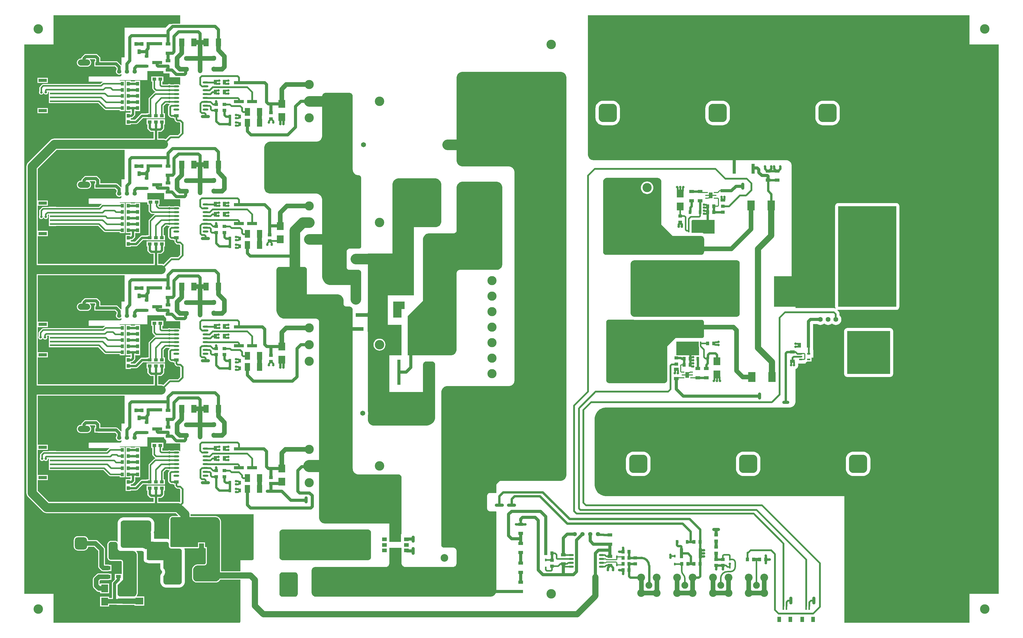
<source format=gtl>
G04*
G04 #@! TF.GenerationSoftware,Altium Limited,Altium Designer,19.1.9 (167)*
G04*
G04 Layer_Physical_Order=1*
G04 Layer_Color=5201134*
%FSLAX44Y44*%
%MOMM*%
G71*
G01*
G75*
%ADD14C,0.6000*%
%ADD15C,0.5000*%
%ADD16C,0.5000*%
%ADD61C,3.0000*%
%ADD70C,0.8000*%
%ADD71R,3.7000X1.3500*%
%ADD72O,1.8000X0.6000*%
%ADD73R,0.9000X0.3500*%
%ADD74R,1.2000X1.9000*%
%ADD75R,1.1000X2.1000*%
%ADD76R,6.8000X6.9000*%
%ADD77R,4.5000X1.8000*%
%ADD78R,1.6000X1.0000*%
%ADD79R,1.5200X1.2700*%
%ADD80R,3.0500X2.5400*%
%ADD81R,2.5000X1.2000*%
%ADD82R,6.2500X6.5000*%
%ADD83R,2.4000X3.3000*%
%ADD84R,0.5000X0.8500*%
%ADD85R,0.6000X1.0000*%
%ADD86R,0.5000X1.0000*%
%ADD87R,1.8000X1.3000*%
%ADD88R,1.0000X1.2500*%
%ADD89O,1.9000X0.6000*%
%ADD90R,3.3000X1.0000*%
%ADD91R,1.7000X2.5000*%
%ADD92R,0.9100X1.2200*%
%ADD93R,2.7000X1.0000*%
%ADD94R,1.7000X0.6000*%
%ADD95R,2.3000X2.5000*%
%ADD96R,1.2000X1.8000*%
%ADD97R,0.6000X1.5500*%
%ADD98R,1.1000X0.6000*%
%ADD99R,1.2500X1.0000*%
%ADD100R,2.5000X2.3000*%
%ADD101R,1.2200X0.9100*%
%ADD102R,1.0000X3.3000*%
%ADD103R,1.0000X1.6000*%
%ADD104C,1.0000*%
%ADD105C,0.3000*%
%ADD106C,1.2000*%
%ADD107C,1.5000*%
%ADD108C,1.8000*%
%ADD109C,3.0000*%
%ADD110C,2.0000*%
%ADD111C,0.3500*%
%ADD112C,3.5000*%
%ADD113C,4.0000*%
%ADD114P,2.7060X8X112.5*%
%ADD115C,2.5000*%
%ADD116C,1.6500*%
G04:AMPARAMS|DCode=117|XSize=6mm|YSize=6mm|CornerRadius=1.5mm|HoleSize=0mm|Usage=FLASHONLY|Rotation=0.000|XOffset=0mm|YOffset=0mm|HoleType=Round|Shape=RoundedRectangle|*
%AMROUNDEDRECTD117*
21,1,6.0000,3.0000,0,0,0.0*
21,1,3.0000,6.0000,0,0,0.0*
1,1,3.0000,1.5000,-1.5000*
1,1,3.0000,-1.5000,-1.5000*
1,1,3.0000,-1.5000,1.5000*
1,1,3.0000,1.5000,1.5000*
%
%ADD117ROUNDEDRECTD117*%
%ADD118C,1.6000*%
%ADD119C,2.0000*%
%ADD120C,2.2000*%
%ADD121C,2.5500*%
%ADD122C,2.2500*%
G04:AMPARAMS|DCode=123|XSize=4mm|YSize=4mm|CornerRadius=1mm|HoleSize=0mm|Usage=FLASHONLY|Rotation=270.000|XOffset=0mm|YOffset=0mm|HoleType=Round|Shape=RoundedRectangle|*
%AMROUNDEDRECTD123*
21,1,4.0000,2.0000,0,0,270.0*
21,1,2.0000,4.0000,0,0,270.0*
1,1,2.0000,-1.0000,-1.0000*
1,1,2.0000,-1.0000,1.0000*
1,1,2.0000,1.0000,1.0000*
1,1,2.0000,1.0000,-1.0000*
%
%ADD123ROUNDEDRECTD123*%
%ADD124C,4.0000*%
%ADD125P,1.7318X8X292.5*%
%ADD126C,1.4000*%
%ADD127P,1.7318X8X202.5*%
%ADD128C,3.1000*%
%ADD129C,0.8000*%
G36*
X515000Y1995412D02*
Y1967073D01*
X490000D01*
X487781Y1966781D01*
X478570D01*
X466788Y1955000D01*
X332500D01*
Y1857500D01*
X322500D01*
Y1832275D01*
X321230Y1831844D01*
X321062Y1832062D01*
X311062Y1842062D01*
X309287Y1843425D01*
X307219Y1844281D01*
X305000Y1844573D01*
X253573D01*
Y1854142D01*
X253281Y1856361D01*
X252425Y1858429D01*
X251062Y1860204D01*
X245204Y1866062D01*
X243429Y1867425D01*
X241361Y1868281D01*
X239142Y1868573D01*
X205858D01*
X203639Y1868281D01*
X201571Y1867425D01*
X199796Y1866062D01*
X193938Y1860204D01*
X192575Y1858429D01*
X191719Y1856361D01*
X191427Y1854142D01*
Y1853616D01*
X190000D01*
X186476Y1853152D01*
X183192Y1851792D01*
X180372Y1849628D01*
X178208Y1846808D01*
X176847Y1843524D01*
X176383Y1840000D01*
X176847Y1836476D01*
X178208Y1833192D01*
X180372Y1830372D01*
X183192Y1828208D01*
X186476Y1826848D01*
X190000Y1826384D01*
X210000D01*
X213524Y1826848D01*
X216808Y1828208D01*
X219628Y1830372D01*
X221792Y1833192D01*
X223153Y1836476D01*
X223617Y1840000D01*
X223153Y1843524D01*
X221792Y1846808D01*
X219628Y1849628D01*
X218852Y1850224D01*
X219260Y1851427D01*
X235591D01*
X236427Y1850591D01*
Y1844500D01*
X233500D01*
Y1827500D01*
X244443D01*
X245000Y1827427D01*
X301449D01*
X306427Y1822449D01*
Y1817075D01*
X305828Y1816295D01*
X304770Y1813741D01*
X304409Y1811000D01*
X304770Y1808259D01*
X305828Y1805705D01*
X307511Y1803511D01*
X309705Y1801828D01*
X312259Y1800770D01*
X315000Y1800410D01*
X317741Y1800770D01*
X320295Y1801828D01*
X321230Y1802545D01*
X322500Y1801919D01*
Y1800000D01*
X322500Y1800000D01*
X322404Y1799024D01*
X321657Y1797222D01*
X320278Y1795843D01*
X318475Y1795096D01*
X317500Y1795000D01*
X217003D01*
X217003Y1795000D01*
X216604Y1795000D01*
X215868Y1794695D01*
X215305Y1794132D01*
X215000Y1793396D01*
X215000Y1792997D01*
Y1780000D01*
X215000Y1780000D01*
Y1779503D01*
X215381Y1778584D01*
X216084Y1777881D01*
X217003Y1777500D01*
X260142D01*
X260527Y1776230D01*
X259174Y1775326D01*
X253716Y1769868D01*
X108750D01*
Y1770250D01*
X84750D01*
Y1769868D01*
X66250D01*
X63909Y1769402D01*
X61924Y1768076D01*
X55674Y1761826D01*
X54348Y1759841D01*
X53882Y1757500D01*
Y1746848D01*
X53449Y1746282D01*
X52693Y1744458D01*
X52435Y1742500D01*
X52693Y1740542D01*
X53449Y1738718D01*
X54651Y1737151D01*
X56218Y1735949D01*
X58042Y1735193D01*
X60000Y1734935D01*
X61958Y1735193D01*
X63782Y1735949D01*
X65349Y1737151D01*
X66551Y1738718D01*
X66943Y1739665D01*
X68318D01*
X68449Y1739349D01*
X69651Y1737783D01*
X71218Y1736581D01*
X73042Y1735825D01*
X75000Y1735567D01*
X76958Y1735825D01*
X78782Y1736581D01*
X80349Y1737783D01*
X81551Y1739349D01*
X82307Y1741174D01*
X82565Y1743132D01*
X82469Y1743862D01*
X83480Y1745016D01*
X84750Y1744922D01*
Y1732250D01*
Y1719750D01*
Y1707250D01*
X108750D01*
Y1707632D01*
X246216D01*
X267174Y1686674D01*
X269159Y1685348D01*
X271500Y1684883D01*
X316500D01*
Y1681250D01*
X333500D01*
Y1700750D01*
X333500D01*
Y1701250D01*
X333500D01*
Y1720750D01*
X333500D01*
Y1721250D01*
X333500D01*
Y1740750D01*
X333500D01*
Y1741250D01*
X333500D01*
Y1760750D01*
X333500D01*
Y1761250D01*
X333500D01*
Y1780750D01*
X317715D01*
X316739Y1782020D01*
X316835Y1782378D01*
X317012Y1782452D01*
X317500Y1782500D01*
X407500Y1782500D01*
Y1790000D01*
Y1812500D01*
X460000D01*
Y1805000D01*
X480000D01*
Y1792500D01*
X501943D01*
X502500Y1792427D01*
X515000D01*
Y1767694D01*
X513730Y1767263D01*
X513636Y1767386D01*
X512278Y1768428D01*
X510697Y1769083D01*
X509000Y1769306D01*
X496000D01*
X494303Y1769083D01*
X493573Y1768780D01*
X483207D01*
X482870Y1769039D01*
X481045Y1769794D01*
X479087Y1770052D01*
X477130Y1769794D01*
X475305Y1769039D01*
X474740Y1768605D01*
X456118D01*
Y1777500D01*
X459750D01*
Y1794500D01*
X440250D01*
Y1794500D01*
X439750D01*
Y1794500D01*
X420250D01*
Y1777500D01*
X423882D01*
Y1756000D01*
X424348Y1753659D01*
X425674Y1751674D01*
X431887Y1745462D01*
X433497Y1744386D01*
X433498Y1743837D01*
X433238Y1743065D01*
X431159Y1742652D01*
X429174Y1741326D01*
X413174Y1725326D01*
X411848Y1723341D01*
X411382Y1721000D01*
Y1674500D01*
X405250D01*
Y1673565D01*
X390000D01*
X388042Y1673307D01*
X386218Y1672551D01*
X384651Y1671349D01*
X366867Y1653565D01*
X354398D01*
X353500Y1654463D01*
X353500Y1655750D01*
X353500Y1657020D01*
Y1658435D01*
X355000D01*
X356958Y1658693D01*
X358782Y1659449D01*
X360349Y1660651D01*
X365349Y1665651D01*
X366551Y1667218D01*
X367307Y1669042D01*
X367436Y1670021D01*
X367565Y1671000D01*
X367565Y1671000D01*
Y1681250D01*
X383500D01*
Y1699980D01*
X383500Y1700750D01*
X383500Y1702020D01*
Y1719980D01*
X383500Y1720750D01*
X383500Y1722020D01*
Y1739980D01*
X383500Y1740750D01*
X383500Y1742020D01*
Y1759980D01*
X383500Y1760750D01*
X383500Y1762020D01*
Y1780750D01*
X366500D01*
Y1778565D01*
X353500D01*
Y1780750D01*
X336500D01*
Y1762020D01*
X336500Y1761250D01*
X336500Y1759980D01*
Y1742020D01*
X336500Y1741250D01*
X336500Y1739980D01*
Y1722020D01*
X336500Y1721250D01*
X336500Y1719980D01*
Y1702020D01*
X336500Y1701250D01*
X336500Y1699980D01*
Y1681250D01*
X352435D01*
Y1675750D01*
X336500D01*
Y1657020D01*
X336500Y1656250D01*
X336500Y1654980D01*
Y1636250D01*
X353500D01*
Y1638435D01*
X370000D01*
X371958Y1638693D01*
X373782Y1639449D01*
X375349Y1640651D01*
X393134Y1658435D01*
X405250D01*
Y1657500D01*
X424750D01*
Y1657500D01*
X425250D01*
Y1657500D01*
X444750D01*
Y1657500D01*
X445250D01*
Y1657500D01*
X464750D01*
Y1674500D01*
X461118D01*
Y1698466D01*
X468534Y1705883D01*
X474652D01*
X475218Y1705449D01*
X477042Y1704693D01*
X479000Y1704435D01*
X479999Y1704567D01*
X480592Y1703364D01*
X477350Y1700121D01*
X476308Y1698763D01*
X475653Y1697182D01*
X475429Y1695485D01*
Y1669515D01*
X475653Y1667818D01*
X476308Y1666237D01*
X477350Y1664879D01*
X480864Y1661364D01*
X482222Y1660322D01*
X483803Y1659667D01*
X485500Y1659444D01*
X491000D01*
Y1657500D01*
X495944D01*
Y1654515D01*
X496167Y1652818D01*
X496822Y1651237D01*
X497864Y1649879D01*
X501379Y1646364D01*
X502737Y1645322D01*
X504318Y1644667D01*
X506015Y1644444D01*
X512284D01*
X515000Y1641728D01*
Y1610272D01*
X507284Y1602556D01*
X483500D01*
X481803Y1602333D01*
X480222Y1601678D01*
X478864Y1600636D01*
X467628Y1589400D01*
X467114Y1589675D01*
X463627Y1590732D01*
X460000Y1591089D01*
X442565D01*
Y1613435D01*
X450000D01*
X451958Y1613693D01*
X453782Y1614449D01*
X455349Y1615651D01*
X460349Y1620651D01*
X460349Y1620651D01*
X461551Y1622218D01*
X462307Y1624042D01*
X462565Y1626000D01*
Y1637500D01*
X464750D01*
Y1654500D01*
X445250D01*
Y1654500D01*
X444750D01*
Y1654500D01*
X425250D01*
Y1654500D01*
X424750D01*
Y1654500D01*
X405250D01*
Y1637500D01*
X407435D01*
Y1626000D01*
X407693Y1624042D01*
X408449Y1622218D01*
X409651Y1620651D01*
X414651Y1615651D01*
X416218Y1614449D01*
X418042Y1613693D01*
X420000Y1613435D01*
X420000Y1613435D01*
X427435D01*
Y1591089D01*
X102500D01*
X98873Y1590732D01*
X95386Y1589675D01*
X92172Y1587957D01*
X89355Y1585645D01*
X16855Y1513145D01*
X14543Y1510328D01*
X12825Y1507114D01*
X11768Y1503627D01*
X11410Y1500000D01*
X11410Y1162500D01*
X11410Y767500D01*
Y430000D01*
X11768Y426373D01*
X12826Y422886D01*
X14543Y419672D01*
X16855Y416855D01*
X64355Y369355D01*
X67172Y367043D01*
X70386Y365326D01*
X73873Y364268D01*
X77500Y363910D01*
X435000Y363910D01*
X499800D01*
X507969Y355742D01*
X507483Y354569D01*
X491000Y354569D01*
X491000Y354568D01*
X490163Y354569D01*
X489818Y354500D01*
X489467D01*
X487824Y354173D01*
X487500Y354039D01*
X487155Y353970D01*
X485608Y353330D01*
X485316Y353134D01*
X484991Y353000D01*
X483599Y352070D01*
X483350Y351821D01*
X483058Y351626D01*
X481874Y350442D01*
X481679Y350149D01*
X481430Y349901D01*
X480500Y348509D01*
X480366Y348184D01*
X480171Y347892D01*
X479530Y346345D01*
X479461Y346000D01*
X479327Y345676D01*
X479000Y344033D01*
Y343682D01*
X478931Y343337D01*
X478932Y342500D01*
X478931Y279034D01*
X477661Y278321D01*
X477412Y278465D01*
X476047Y279030D01*
X475091Y279286D01*
X474155Y279604D01*
X473138Y279806D01*
X472520Y279847D01*
X471913Y279972D01*
X470748Y280058D01*
X470376Y280037D01*
X470006Y280086D01*
X470003D01*
X470000Y280086D01*
X430761Y280086D01*
X429586Y281079D01*
Y295801D01*
X429500Y296456D01*
Y297117D01*
X429329Y297756D01*
X429243Y298412D01*
X428990Y299022D01*
X428819Y299661D01*
X428687Y299978D01*
X428553Y301000D01*
X428687Y302022D01*
X429319Y303546D01*
X429490Y304185D01*
X429743Y304796D01*
X429829Y305451D01*
X430000Y306090D01*
Y306751D01*
X430086Y307406D01*
Y330985D01*
X429957Y331965D01*
X429893Y332953D01*
X429508Y334885D01*
X429190Y335821D01*
X428934Y336777D01*
X428180Y338597D01*
X427686Y339453D01*
X427248Y340340D01*
X426154Y341978D01*
X425502Y342722D01*
X424899Y343507D01*
X423507Y344900D01*
X422722Y345502D01*
X421978Y346154D01*
X420340Y347248D01*
X419453Y347686D01*
X418596Y348180D01*
X416777Y348934D01*
X415821Y349190D01*
X414885Y349508D01*
X412953Y349892D01*
X411965Y349957D01*
X410985Y350086D01*
X410000Y350086D01*
X410000Y350086D01*
X330000Y350086D01*
X329015Y350086D01*
X328035Y349957D01*
X327047Y349893D01*
X325115Y349508D01*
X324179Y349190D01*
X323223Y348934D01*
X321403Y348180D01*
X320547Y347686D01*
X319660Y347248D01*
X318022Y346154D01*
X317278Y345502D01*
X316493Y344900D01*
X315100Y343507D01*
X314498Y342722D01*
X313846Y341978D01*
X312752Y340340D01*
X312314Y339453D01*
X311820Y338597D01*
X311066Y336777D01*
X310810Y335821D01*
X310492Y334884D01*
X310145Y333141D01*
X310091Y332314D01*
X309956Y331496D01*
X309919Y330322D01*
X309935Y330161D01*
X309914Y330000D01*
Y270883D01*
X308644Y270461D01*
X308606Y270486D01*
X308357Y270735D01*
X306719Y271829D01*
X306395Y271964D01*
X306103Y272159D01*
X304283Y272913D01*
X303938Y272981D01*
X303613Y273116D01*
X301681Y273500D01*
X301330D01*
X300985Y273568D01*
X300000Y273568D01*
X290000Y273568D01*
X290000Y273568D01*
X289015Y273568D01*
X288670Y273500D01*
X288319D01*
X286387Y273116D01*
X286062Y272981D01*
X285717Y272913D01*
X283898Y272159D01*
X283605Y271963D01*
X283281Y271829D01*
X281643Y270735D01*
X281394Y270486D01*
X281102Y270291D01*
X279709Y268898D01*
X279514Y268606D01*
X279265Y268357D01*
X278171Y266719D01*
X278036Y266395D01*
X277841Y266102D01*
X277087Y264282D01*
X277019Y263938D01*
X276884Y263613D01*
X276500Y261681D01*
Y261329D01*
X276431Y260985D01*
X276431Y219113D01*
X276500Y218768D01*
Y218417D01*
X276846Y216678D01*
X276980Y216353D01*
X277049Y216009D01*
X277727Y214371D01*
X277923Y214079D01*
X278057Y213754D01*
X279042Y212280D01*
X279291Y212031D01*
X279486Y211739D01*
X280739Y210486D01*
X281032Y210290D01*
X281280Y210042D01*
X282754Y209057D01*
X283079Y208922D01*
X283371Y208727D01*
X285009Y208049D01*
X285354Y207980D01*
X285679Y207846D01*
X287418Y207500D01*
X287769Y207500D01*
X288114Y207431D01*
X289000Y207431D01*
X320254Y207431D01*
X320625Y207413D01*
X320842Y207370D01*
X320842D01*
X320842Y207370D01*
X321394Y207260D01*
X322037Y206994D01*
X322616Y206608D01*
X323108Y206115D01*
X323495Y205537D01*
X323761Y204894D01*
X323914Y204124D01*
X323932Y203775D01*
X323932Y164500D01*
X313057D01*
X312500Y164573D01*
X311943Y164500D01*
X301000D01*
Y147500D01*
X301000Y147500D01*
X301000D01*
X300689Y146314D01*
X293938Y139562D01*
X292575Y137787D01*
X291719Y135719D01*
X291427Y133500D01*
Y86345D01*
X282500D01*
Y90500D01*
X252500D01*
Y58500D01*
X282500D01*
Y64155D01*
X306500D01*
Y63500D01*
X326681D01*
X327500Y63392D01*
X365000D01*
Y61000D01*
X397000D01*
Y91000D01*
X372607D01*
X372081Y92270D01*
X372456Y92645D01*
X372651Y92937D01*
X372900Y93186D01*
X374158Y95070D01*
X374293Y95394D01*
X374488Y95687D01*
X375355Y97780D01*
X375424Y98125D01*
X375558Y98449D01*
X376000Y100671D01*
X376000Y101023D01*
X376069Y101368D01*
X376068Y102500D01*
X376068Y227500D01*
X376068Y227501D01*
X376068Y228731D01*
X376000Y229076D01*
X376000Y229427D01*
X375520Y231842D01*
X375385Y232167D01*
X375317Y232512D01*
X374375Y234787D01*
X374179Y235079D01*
X374045Y235404D01*
X372677Y237451D01*
X372428Y237700D01*
X372233Y237992D01*
X371581Y238644D01*
X372107Y239914D01*
X389752Y239914D01*
X390232Y239890D01*
X391412Y239655D01*
X392293Y239290D01*
X393549Y238451D01*
X394977Y237355D01*
X394977Y237355D01*
X394978Y237355D01*
X395714Y237050D01*
Y211516D01*
X395800Y210860D01*
Y210199D01*
X395971Y209560D01*
X396057Y208905D01*
X396310Y208294D01*
X396482Y207656D01*
X396812Y207083D01*
X397065Y206472D01*
X397467Y205948D01*
X397798Y205375D01*
X398265Y204908D01*
X398668Y204383D01*
X399192Y203981D01*
X399660Y203514D01*
X400232Y203183D01*
X400757Y202780D01*
X401368Y202528D01*
X401940Y202197D01*
X402579Y202026D01*
X403190Y201773D01*
X403845Y201687D01*
X404483Y201516D01*
X406022Y201313D01*
X407546Y200681D01*
X408185Y200510D01*
X408796Y200257D01*
X409451Y200171D01*
X410090Y200000D01*
X410751D01*
X411406Y199914D01*
X449914D01*
Y184027D01*
X449978Y183535D01*
X449962Y183039D01*
X450150Y182235D01*
X450257Y181417D01*
X450447Y180958D01*
X450560Y180474D01*
X450949Y179746D01*
X451265Y178984D01*
X451567Y178590D01*
X451801Y178152D01*
X452365Y177550D01*
X452868Y176895D01*
X452953Y176829D01*
X454112Y175418D01*
X454847Y174043D01*
X455299Y172551D01*
X455452Y171000D01*
X455299Y169449D01*
X454847Y167957D01*
X454112Y166582D01*
X452954Y165171D01*
X452868Y165105D01*
X452365Y164450D01*
X451802Y163848D01*
X451567Y163410D01*
X451265Y163016D01*
X450949Y162254D01*
X450560Y161526D01*
X450447Y161042D01*
X450257Y160583D01*
X450150Y159766D01*
X449962Y158962D01*
X449978Y158465D01*
X449914Y157973D01*
Y140000D01*
X449914Y139015D01*
X450043Y138034D01*
X450107Y137047D01*
X450492Y135115D01*
X450810Y134179D01*
X451066Y133223D01*
X451819Y131403D01*
X452314Y130547D01*
X452752Y129660D01*
X453846Y128022D01*
X454498Y127278D01*
X455100Y126493D01*
X456493Y125100D01*
X457278Y124498D01*
X458022Y123846D01*
X459659Y122752D01*
X460546Y122314D01*
X461403Y121819D01*
X463223Y121066D01*
X464179Y120810D01*
X465115Y120492D01*
X467047Y120107D01*
X468034Y120043D01*
X469015Y119914D01*
X470000Y119914D01*
X470000Y119914D01*
X510000Y119914D01*
X510985Y119914D01*
X511966Y120043D01*
X512953Y120107D01*
X514885Y120492D01*
X515821Y120810D01*
X516777Y121066D01*
X518596Y121819D01*
X519453Y122314D01*
X520340Y122752D01*
X521978Y123846D01*
X522722Y124498D01*
X523507Y125100D01*
X524899Y126493D01*
X525502Y127278D01*
X526154Y128022D01*
X527248Y129660D01*
X527686Y130547D01*
X528180Y131403D01*
X528934Y133223D01*
X529190Y134179D01*
X529508Y135115D01*
X529892Y137047D01*
X529957Y138034D01*
X530086Y139015D01*
X530086Y139998D01*
X530086Y140000D01*
X530086Y240000D01*
X530086Y240738D01*
X529957Y241719D01*
X529892Y242706D01*
X529604Y244155D01*
X529286Y245092D01*
X529030Y246047D01*
X528465Y247412D01*
X528321Y247661D01*
X529035Y248931D01*
X573495D01*
X574861Y249203D01*
X576018Y249977D01*
X576792Y251134D01*
X577063Y252500D01*
Y264609D01*
X592926D01*
Y252500D01*
X593198Y251134D01*
X593971Y249977D01*
X595129Y249203D01*
X596495Y248931D01*
X598931D01*
Y202592D01*
X598900Y201958D01*
X598638Y200638D01*
X598157Y199476D01*
X597458Y198431D01*
X596569Y197542D01*
X595523Y196843D01*
X594362Y196362D01*
X593042Y196099D01*
X592412Y196068D01*
X572500Y196069D01*
X572499Y196068D01*
X571022Y196068D01*
X570678Y196000D01*
X570326D01*
X567428Y195423D01*
X567104Y195289D01*
X566759Y195220D01*
X564029Y194090D01*
X563737Y193894D01*
X563412Y193760D01*
X560955Y192118D01*
X560707Y191870D01*
X560415Y191674D01*
X558325Y189585D01*
X558130Y189293D01*
X557882Y189044D01*
X556240Y186588D01*
X556105Y186263D01*
X555910Y185971D01*
X554780Y183241D01*
X554711Y182896D01*
X554576Y182571D01*
X554000Y179674D01*
Y179322D01*
X553931Y178977D01*
X553931Y151269D01*
X554000Y150924D01*
Y150572D01*
X554480Y148157D01*
X554615Y147833D01*
X554683Y147488D01*
X555626Y145213D01*
X555821Y144921D01*
X555956Y144596D01*
X557323Y142549D01*
X557572Y142300D01*
X557767Y142008D01*
X559508Y140267D01*
X559801Y140072D01*
X560049Y139823D01*
X562096Y138455D01*
X562421Y138321D01*
X562714Y138125D01*
X564988Y137183D01*
X565333Y137115D01*
X565658Y136980D01*
X568073Y136500D01*
X568424D01*
X568769Y136431D01*
X570000Y136431D01*
X630000D01*
X631477Y136431D01*
X631822Y136500D01*
X632173Y136500D01*
X635071Y137076D01*
X635396Y137211D01*
X635741Y137279D01*
X638470Y138410D01*
X638763Y138605D01*
X639087Y138740D01*
X641544Y140381D01*
X641793Y140630D01*
X642085Y140825D01*
X644174Y142914D01*
X644370Y143207D01*
X644618Y143455D01*
X646260Y145912D01*
X646394Y146237D01*
X646492Y146383D01*
X712500D01*
X712500Y12500D01*
X712500Y11269D01*
X712020Y8854D01*
X711077Y6579D01*
X709747Y4588D01*
X100000Y4588D01*
Y100000D01*
X4588D01*
Y1900000D01*
X100000D01*
Y1995412D01*
X515000Y1995412D01*
D02*
G37*
G36*
X1069000Y1741000D02*
X1069000Y1741000D01*
X1069002D01*
X1070175Y1740982D01*
X1072208Y1740577D01*
X1074211Y1739748D01*
X1076012Y1738544D01*
X1077544Y1737012D01*
X1078748Y1735211D01*
X1079577Y1733209D01*
X1080000Y1731083D01*
X1080000Y1730000D01*
X1080000Y1490000D01*
X1080091Y1488138D01*
X1080818Y1484485D01*
X1082243Y1481043D01*
X1084313Y1477946D01*
X1086946Y1475313D01*
X1090043Y1473243D01*
X1093485Y1471818D01*
X1097138Y1471091D01*
X1099000Y1471000D01*
X1099000Y1471000D01*
Y1471000D01*
X1099001D01*
X1100181Y1470931D01*
X1101479Y1470673D01*
X1103026Y1470033D01*
X1104418Y1469102D01*
X1105602Y1467918D01*
X1106533Y1466526D01*
X1107173Y1464979D01*
X1107500Y1463337D01*
Y1462500D01*
X1107500Y1237500D01*
X1107500Y1237500D01*
X1107500Y1236860D01*
X1107250Y1235604D01*
X1106760Y1234421D01*
X1106049Y1233356D01*
X1105143Y1232451D01*
X1104079Y1231740D01*
X1102896Y1231250D01*
X1101640Y1231000D01*
X1101000Y1231000D01*
X1070999Y1231000D01*
X1070999Y1231000D01*
X1069921Y1230947D01*
X1067806Y1230526D01*
X1065814Y1229701D01*
X1064021Y1228503D01*
X1062497Y1226978D01*
X1061299Y1225185D01*
X1060474Y1223193D01*
X1060053Y1221078D01*
X1060000Y1220000D01*
X1060000Y1170000D01*
X1060000Y1170000D01*
X1060043Y1169118D01*
X1060387Y1167387D01*
X1061063Y1165757D01*
X1062043Y1164290D01*
X1063290Y1163043D01*
X1064758Y1162063D01*
X1066387Y1161387D01*
X1068118Y1161043D01*
X1069000Y1161000D01*
X1099000Y1161000D01*
X1099000Y1161000D01*
X1099000Y1161000D01*
X1099004D01*
X1100186Y1160930D01*
X1101479Y1160673D01*
X1103026Y1160033D01*
X1104418Y1159102D01*
X1105602Y1157918D01*
X1106533Y1156526D01*
X1107173Y1154979D01*
X1107500Y1153337D01*
X1107500Y1152500D01*
X1107500Y1111000D01*
X1009000D01*
X1007099Y1111000D01*
X1003330Y1111496D01*
X999658Y1112480D01*
X996146Y1113935D01*
X992854Y1115836D01*
X989838Y1118150D01*
X987150Y1120838D01*
X984835Y1123854D01*
X982935Y1127146D01*
X981480Y1130658D01*
X980496Y1134330D01*
X980000Y1138099D01*
X980000Y1140000D01*
X980000Y1390000D01*
X980000Y1390000D01*
X979999Y1390000D01*
X979899Y1392058D01*
X979096Y1396096D01*
X977520Y1399899D01*
X975233Y1403322D01*
X972322Y1406233D01*
X968899Y1408520D01*
X965096Y1410096D01*
X961058Y1410899D01*
X959000Y1411000D01*
X810000Y1411000D01*
X810000Y1411000D01*
X808030Y1411000D01*
X804166Y1411769D01*
X800526Y1413277D01*
X797251Y1415465D01*
X794465Y1418251D01*
X792276Y1421527D01*
X790769Y1425166D01*
X790000Y1429030D01*
X790000Y1431000D01*
X790000Y1558804D01*
X790000Y1560000D01*
X790000Y1560000D01*
Y1560000D01*
X790000Y1560000D01*
X790000Y1562068D01*
X790807Y1566125D01*
X792390Y1569947D01*
X794688Y1573387D01*
X797613Y1576312D01*
X801053Y1578610D01*
X804874Y1580193D01*
X808932Y1581000D01*
X811000Y1581000D01*
X958741Y1581000D01*
X959999Y1581000D01*
X960000Y1581000D01*
Y1581000D01*
X961960Y1581096D01*
X965805Y1581861D01*
X969427Y1583361D01*
X972688Y1585540D01*
X975460Y1588312D01*
X977638Y1591572D01*
X979139Y1595195D01*
X979904Y1599040D01*
X980000Y1601000D01*
X980000Y1691000D01*
X980000Y1729999D01*
X980000Y1729999D01*
X980034Y1731255D01*
X980422Y1733208D01*
X981251Y1735210D01*
X982455Y1737012D01*
X983987Y1738544D01*
X985789Y1739748D01*
X987791Y1740577D01*
X989917Y1741000D01*
X991000Y1741000D01*
X1069000Y1741000D01*
X1069000Y1741000D01*
D02*
G37*
G36*
X2081438Y1461981D02*
X2083895Y1460963D01*
X2086106Y1459486D01*
X2087986Y1457606D01*
X2089464Y1455394D01*
X2090481Y1452938D01*
X2091000Y1450329D01*
X2091000Y1449000D01*
X2091000Y1449000D01*
X2091000Y1449000D01*
X2091000Y1309000D01*
X2127500Y1272500D01*
X2177500Y1272500D01*
D01*
X2222500D01*
Y1272173D01*
X2222912Y1272091D01*
X2223630Y1271677D01*
X2225106Y1270825D01*
X2226047Y1270573D01*
X2226530Y1270250D01*
X2227500D01*
Y1269410D01*
X2228488Y1268421D01*
X2229720Y1266579D01*
X2230567Y1264531D01*
X2230987Y1262423D01*
X2231000Y1261259D01*
Y1261250D01*
X2231000D01*
X2231000Y1261250D01*
X2231000Y1221000D01*
X2231000Y1219917D01*
X2230577Y1217791D01*
X2229748Y1215789D01*
X2228544Y1213988D01*
X2227012Y1212456D01*
X2225211Y1211252D01*
X2223209Y1210423D01*
X2221178Y1210019D01*
X2220000Y1210000D01*
X2220000Y1210000D01*
X2220000Y1210000D01*
X1910000D01*
X1909015Y1210000D01*
X1907083Y1210384D01*
X1905263Y1211138D01*
X1903625Y1212232D01*
X1902233Y1213625D01*
X1901138Y1215263D01*
X1900384Y1217083D01*
X1900000Y1219015D01*
Y1220000D01*
X1900000Y1220000D01*
X1900000Y1450000D01*
X1900000Y1451231D01*
X1900480Y1453646D01*
X1901423Y1455921D01*
X1902791Y1457968D01*
X1904532Y1459709D01*
X1906579Y1461077D01*
X1908854Y1462019D01*
X1911269Y1462500D01*
X1912500Y1462500D01*
X1912500Y1462500D01*
X2077500Y1462500D01*
X2078830Y1462500D01*
X2081438Y1461981D01*
D02*
G37*
G36*
X1550000Y1450000D02*
X1550000Y1450000D01*
X1551970Y1450000D01*
X1555834Y1449231D01*
X1559474Y1447724D01*
X1562749Y1445535D01*
X1565535Y1442749D01*
X1567724Y1439474D01*
X1569231Y1435834D01*
X1570000Y1431970D01*
X1570000Y1430000D01*
X1570000Y1180000D01*
X1570000Y1180000D01*
Y1178129D01*
X1569270Y1174458D01*
X1567837Y1171000D01*
X1565758Y1167888D01*
X1563112Y1165242D01*
X1560000Y1163162D01*
X1556542Y1161730D01*
X1552871Y1161000D01*
X1551000D01*
X1431000Y1161000D01*
X1431000Y1161000D01*
X1429922Y1160947D01*
X1427807Y1160526D01*
X1425815Y1159701D01*
X1424022Y1158503D01*
X1422497Y1156978D01*
X1421299Y1155185D01*
X1420474Y1153193D01*
X1420053Y1151078D01*
X1420000Y1150000D01*
X1420000Y900000D01*
X1420000Y900000D01*
Y898128D01*
X1419269Y894458D01*
X1417837Y891000D01*
X1415758Y887888D01*
X1413112Y885242D01*
X1410000Y883162D01*
X1406542Y881730D01*
X1402871Y881000D01*
X1401000D01*
X1290000Y881000D01*
X1260000Y881000D01*
X1260000Y941000D01*
X1260000Y1010000D01*
X1310000Y1060000D01*
X1310000Y1258804D01*
X1310000Y1260000D01*
X1310000Y1260000D01*
X1310000Y1260000D01*
X1310000Y1262068D01*
X1310807Y1266125D01*
X1312390Y1269947D01*
X1314688Y1273387D01*
X1317613Y1276312D01*
X1321053Y1278610D01*
X1324874Y1280193D01*
X1328931Y1281000D01*
X1331000Y1281000D01*
X1411000Y1281000D01*
X1411000Y1281000D01*
Y1281000D01*
X1411882Y1281043D01*
X1412185Y1281104D01*
X1413613Y1281387D01*
X1415242Y1282063D01*
X1416709Y1283043D01*
X1417957Y1284290D01*
X1418937Y1285757D01*
X1419612Y1287387D01*
X1419957Y1289118D01*
X1420000Y1290000D01*
X1420000Y1430000D01*
X1420000Y1430000D01*
X1420000Y1430000D01*
X1420000Y1431970D01*
X1420769Y1435834D01*
X1422276Y1439474D01*
X1424465Y1442749D01*
X1427251Y1445535D01*
X1430526Y1447724D01*
X1434166Y1449231D01*
X1438030Y1450000D01*
X1440000Y1450000D01*
X1550000Y1450000D01*
X1550000Y1450000D01*
D02*
G37*
G36*
X332500Y1457500D02*
X322500D01*
Y1432275D01*
X321230Y1431844D01*
X321062Y1432062D01*
X311062Y1442062D01*
X309287Y1443425D01*
X307219Y1444281D01*
X305000Y1444573D01*
X253573D01*
Y1454142D01*
X253281Y1456361D01*
X252425Y1458429D01*
X251062Y1460204D01*
X245204Y1466062D01*
X243429Y1467425D01*
X241361Y1468281D01*
X239142Y1468573D01*
X205858D01*
X203639Y1468281D01*
X201571Y1467425D01*
X199796Y1466062D01*
X193938Y1460204D01*
X192575Y1458429D01*
X191719Y1456361D01*
X191427Y1454142D01*
Y1453616D01*
X190000D01*
X186476Y1453152D01*
X183192Y1451792D01*
X180372Y1449628D01*
X178208Y1446808D01*
X176847Y1443524D01*
X176383Y1440000D01*
X176847Y1436476D01*
X178208Y1433192D01*
X180372Y1430372D01*
X183192Y1428208D01*
X186476Y1426848D01*
X190000Y1426384D01*
X210000D01*
X213524Y1426848D01*
X216808Y1428208D01*
X219628Y1430372D01*
X221792Y1433192D01*
X223153Y1436476D01*
X223617Y1440000D01*
X223153Y1443524D01*
X221792Y1446808D01*
X219628Y1449628D01*
X218852Y1450224D01*
X219260Y1451427D01*
X235591D01*
X236427Y1450591D01*
Y1444500D01*
X233500D01*
Y1427500D01*
X244443D01*
X245000Y1427427D01*
X301449D01*
X306427Y1422449D01*
Y1417075D01*
X305828Y1416295D01*
X304770Y1413741D01*
X304409Y1411000D01*
X304770Y1408259D01*
X305828Y1405705D01*
X307511Y1403511D01*
X309705Y1401828D01*
X312259Y1400770D01*
X315000Y1400410D01*
X317741Y1400770D01*
X320295Y1401828D01*
X321230Y1402545D01*
X322500Y1401919D01*
Y1400000D01*
X322500Y1400000D01*
X322404Y1399024D01*
X321657Y1397222D01*
X320278Y1395843D01*
X318475Y1395096D01*
X317500Y1395000D01*
X217003D01*
X217003Y1395000D01*
X216604Y1395000D01*
X215868Y1394695D01*
X215305Y1394132D01*
X215000Y1393396D01*
X215000Y1392997D01*
Y1380000D01*
X215000Y1380000D01*
Y1379503D01*
X215381Y1378584D01*
X216084Y1377881D01*
X217003Y1377500D01*
X257642D01*
X258027Y1376230D01*
X256674Y1375326D01*
X248716Y1367368D01*
X108750D01*
Y1367750D01*
X84750D01*
Y1367368D01*
X66250D01*
X63909Y1366902D01*
X61924Y1365576D01*
X55674Y1359326D01*
X54348Y1357341D01*
X53882Y1355000D01*
Y1339348D01*
X53449Y1338782D01*
X52693Y1336958D01*
X52435Y1335000D01*
X52693Y1333042D01*
X53449Y1331218D01*
X54651Y1329651D01*
X56218Y1328449D01*
X58042Y1327693D01*
X60000Y1327435D01*
X61958Y1327693D01*
X63782Y1328449D01*
X65349Y1329651D01*
X66551Y1331218D01*
X66813Y1331849D01*
X68187D01*
X68449Y1331218D01*
X69651Y1329651D01*
X71218Y1328449D01*
X73042Y1327693D01*
X75000Y1327435D01*
X76958Y1327693D01*
X78782Y1328449D01*
X80349Y1329651D01*
X81551Y1331218D01*
X82307Y1333042D01*
X82565Y1335000D01*
X82307Y1336958D01*
X81551Y1338782D01*
X81117Y1339348D01*
Y1340466D01*
X83284Y1342632D01*
X84750D01*
Y1329750D01*
Y1317250D01*
Y1304750D01*
X108750D01*
Y1305132D01*
X246216D01*
X264674Y1286674D01*
X266659Y1285348D01*
X269000Y1284883D01*
X316500D01*
Y1281250D01*
X333500D01*
Y1300750D01*
X333500D01*
Y1301250D01*
X333500D01*
Y1320750D01*
X333500D01*
Y1321250D01*
X333500D01*
Y1340750D01*
X333500D01*
Y1341250D01*
X333500D01*
Y1360750D01*
X333500D01*
Y1361250D01*
X333500D01*
Y1380750D01*
X317715D01*
X316739Y1382020D01*
X316835Y1382378D01*
X317012Y1382452D01*
X317500Y1382500D01*
X406480Y1382500D01*
X407750Y1381334D01*
Y1375000D01*
X411382D01*
Y1355000D01*
X411848Y1352659D01*
X413174Y1350674D01*
X418124Y1345724D01*
X420109Y1344398D01*
X422450Y1343932D01*
X431087D01*
X431212Y1342663D01*
X431159Y1342652D01*
X429174Y1341326D01*
X413174Y1325326D01*
X411848Y1323341D01*
X411382Y1321000D01*
Y1274500D01*
X405250D01*
Y1273565D01*
X390000D01*
X388042Y1273307D01*
X386218Y1272551D01*
X384651Y1271349D01*
X366867Y1253565D01*
X354398D01*
X353500Y1254463D01*
X353500Y1255750D01*
X353500Y1257020D01*
Y1258435D01*
X355000D01*
X356958Y1258693D01*
X358782Y1259449D01*
X360349Y1260651D01*
X365349Y1265651D01*
X366551Y1267218D01*
X367307Y1269042D01*
X367436Y1270021D01*
X367565Y1271000D01*
X367565Y1271000D01*
Y1281250D01*
X383500D01*
Y1299980D01*
X383500Y1300750D01*
X383500Y1302020D01*
Y1319980D01*
X383500Y1320750D01*
X383500Y1322020D01*
Y1339980D01*
X383500Y1340750D01*
X383500Y1342020D01*
Y1359980D01*
X383500Y1360750D01*
X383500Y1362020D01*
Y1380750D01*
X366500D01*
Y1378565D01*
X353500D01*
Y1380750D01*
X336500D01*
Y1362020D01*
X336500Y1361250D01*
X336500Y1359980D01*
Y1342020D01*
X336500Y1341250D01*
X336500Y1339980D01*
Y1322020D01*
X336500Y1321250D01*
X336500Y1319980D01*
Y1302020D01*
X336500Y1301250D01*
X336500Y1299980D01*
Y1281250D01*
X352435D01*
Y1275750D01*
X336500D01*
Y1257020D01*
X336500Y1256250D01*
X336500Y1254980D01*
Y1236250D01*
X353500D01*
Y1238435D01*
X370000D01*
X371958Y1238693D01*
X373782Y1239449D01*
X375349Y1240651D01*
X393134Y1258435D01*
X405250D01*
Y1257500D01*
X424750D01*
Y1257500D01*
X425250D01*
Y1257500D01*
X444750D01*
Y1257500D01*
X445250D01*
Y1257500D01*
X464750D01*
Y1274500D01*
X461118D01*
Y1298466D01*
X468534Y1305883D01*
X474652D01*
X475218Y1305449D01*
X477042Y1304693D01*
X479000Y1304435D01*
X479999Y1304567D01*
X480592Y1303364D01*
X477350Y1300121D01*
X476308Y1298763D01*
X475653Y1297182D01*
X475429Y1295485D01*
Y1269515D01*
X475653Y1267818D01*
X476308Y1266237D01*
X477350Y1264879D01*
X480864Y1261364D01*
X482222Y1260322D01*
X483803Y1259667D01*
X485500Y1259444D01*
X491000D01*
Y1257500D01*
X495944D01*
Y1254515D01*
X496167Y1252818D01*
X496822Y1251237D01*
X497864Y1249879D01*
X501379Y1246364D01*
X502737Y1245322D01*
X504318Y1244667D01*
X506015Y1244444D01*
X512284D01*
X515000Y1241728D01*
Y1210272D01*
X507284Y1202556D01*
X486000D01*
X484303Y1202333D01*
X482722Y1201678D01*
X481364Y1200636D01*
X460128Y1179400D01*
X459614Y1179675D01*
X456127Y1180732D01*
X452500Y1181089D01*
X442565D01*
Y1213435D01*
X450000D01*
X451958Y1213693D01*
X453782Y1214449D01*
X455349Y1215651D01*
X460349Y1220651D01*
X460349Y1220651D01*
X461551Y1222218D01*
X462307Y1224042D01*
X462565Y1226000D01*
Y1237500D01*
X464750D01*
Y1254500D01*
X445250D01*
Y1254500D01*
X444750D01*
Y1254500D01*
X425250D01*
Y1254500D01*
X424750D01*
Y1254500D01*
X405250D01*
Y1237500D01*
X407435D01*
Y1226000D01*
X407693Y1224042D01*
X408449Y1222218D01*
X409651Y1220651D01*
X414651Y1215651D01*
X416218Y1214449D01*
X418042Y1213693D01*
X420000Y1213435D01*
X420000Y1213435D01*
X427435D01*
Y1181089D01*
X48590Y1181089D01*
Y1271750D01*
X81750D01*
Y1288750D01*
X48590D01*
X48590Y1371250D01*
X81750D01*
Y1388250D01*
X48590D01*
Y1492300D01*
X110200Y1553911D01*
X332500D01*
Y1457500D01*
D02*
G37*
G36*
X462500Y1392500D02*
X501943D01*
X502500Y1392427D01*
X515000D01*
Y1367694D01*
X513730Y1367263D01*
X513636Y1367386D01*
X512278Y1368428D01*
X510697Y1369083D01*
X509000Y1369306D01*
X496000D01*
X494303Y1369083D01*
X493467Y1368736D01*
X483264D01*
X482870Y1369039D01*
X481045Y1369794D01*
X479087Y1370052D01*
X477130Y1369794D01*
X475305Y1369039D01*
X474740Y1368605D01*
X447546D01*
X443618Y1372534D01*
Y1375000D01*
X447250D01*
Y1392000D01*
X427750D01*
Y1392000D01*
X427250D01*
Y1392000D01*
X407750D01*
X407500Y1393167D01*
Y1412500D01*
X462500D01*
Y1392500D01*
D02*
G37*
G36*
X1349000Y1461000D02*
X1349000Y1461000D01*
X1351068Y1461000D01*
X1355125Y1460193D01*
X1358947Y1458610D01*
X1362387Y1456312D01*
X1365312Y1453387D01*
X1367610Y1449947D01*
X1369193Y1446125D01*
X1370000Y1442068D01*
X1370000Y1440000D01*
X1370000Y1320000D01*
X1370000Y1320000D01*
X1370000Y1318129D01*
X1369270Y1314458D01*
X1367838Y1311000D01*
X1365758Y1307888D01*
X1363112Y1305242D01*
X1360000Y1303162D01*
X1356542Y1301730D01*
X1352871Y1301000D01*
X1351000Y1301000D01*
X1280000Y1301000D01*
X1280000Y1091000D01*
Y1077500D01*
X1195000D01*
Y981000D01*
X1240000Y981000D01*
X1240000Y881000D01*
X1200000D01*
X1200000Y761000D01*
X1310000D01*
X1310000Y850002D01*
X1310000Y850002D01*
X1310034Y851258D01*
X1310423Y853210D01*
X1311252Y855211D01*
X1312455Y857013D01*
X1313987Y858545D01*
X1315788Y859748D01*
X1317790Y860577D01*
X1319915Y861000D01*
X1320998Y861000D01*
X1339000Y861000D01*
X1339000Y861000D01*
X1339000Y861000D01*
X1339015D01*
X1340192Y860978D01*
X1342208Y860577D01*
X1344210Y859748D01*
X1346012Y858544D01*
X1347544Y857012D01*
X1348748Y855210D01*
X1349577Y853208D01*
X1350000Y851083D01*
X1350000Y850000D01*
X1350000Y680000D01*
X1350000Y680000D01*
Y678099D01*
X1349503Y674330D01*
X1348519Y670658D01*
X1347065Y667146D01*
X1345164Y663854D01*
X1342850Y660838D01*
X1340162Y658150D01*
X1337146Y655836D01*
X1333854Y653935D01*
X1330342Y652480D01*
X1326670Y651496D01*
X1322901Y651000D01*
X1321000D01*
X1149000Y651000D01*
X1147129Y651000D01*
X1143458Y651730D01*
X1140000Y653162D01*
X1136888Y655242D01*
X1134242Y657888D01*
X1132162Y661000D01*
X1130730Y664458D01*
X1130000Y668129D01*
Y685820D01*
X1130486Y687422D01*
X1130838Y691000D01*
X1130486Y694578D01*
X1130000Y696180D01*
X1130000Y1101000D01*
X1130000Y1215000D01*
X1210000Y1215000D01*
X1210000Y1440000D01*
Y1442068D01*
X1210807Y1446125D01*
X1212390Y1449947D01*
X1214688Y1453387D01*
X1217613Y1456312D01*
X1221053Y1458610D01*
X1224874Y1460193D01*
X1228932Y1461000D01*
X1231000D01*
X1349000Y1461000D01*
X1349000Y1461000D01*
D02*
G37*
G36*
X2265000Y1325000D02*
X2265000Y1280000D01*
X2230054D01*
X2228966Y1280143D01*
X2227543Y1281235D01*
X2225110Y1282243D01*
X2222500Y1282586D01*
X2190000D01*
X2190000Y1322500D01*
X2192500Y1325000D01*
X2265000Y1325000D01*
D02*
G37*
G36*
X2337500Y1192500D02*
X2337500Y1192500D01*
X2337502D01*
X2338688Y1192459D01*
X2340417Y1192116D01*
X2342237Y1191362D01*
X2343875Y1190267D01*
X2345267Y1188875D01*
X2346362Y1187237D01*
X2347116Y1185417D01*
X2347500Y1183485D01*
X2347500Y1182500D01*
X2347500Y1017500D01*
X2347500Y1017500D01*
Y1016515D01*
X2347115Y1014583D01*
X2346362Y1012763D01*
X2345267Y1011125D01*
X2343874Y1009732D01*
X2342237Y1008638D01*
X2340417Y1007884D01*
X2338485Y1007500D01*
X2337500D01*
X2002500Y1007500D01*
X2002500Y1007500D01*
X2001269D01*
X1998854Y1007980D01*
X1996579Y1008923D01*
X1994532Y1010291D01*
X1992791Y1012032D01*
X1991423Y1014079D01*
X1990480Y1016354D01*
X1990000Y1018769D01*
X1990000Y1020000D01*
X1990000Y1180000D01*
X1990000Y1180000D01*
X1990000Y1180000D01*
X1990000Y1181231D01*
X1990480Y1183646D01*
X1991423Y1185921D01*
X1992791Y1187968D01*
X1994532Y1189709D01*
X1996579Y1191077D01*
X1998854Y1192020D01*
X2001269Y1192500D01*
X2002500Y1192500D01*
X2337500Y1192500D01*
X2337500Y1192500D01*
D02*
G37*
G36*
X920000Y1171000D02*
X920000Y1171000D01*
X920007D01*
X921193Y1170958D01*
X922917Y1170615D01*
X924737Y1169862D01*
X926375Y1168767D01*
X927767Y1167375D01*
X928862Y1165737D01*
X929616Y1163917D01*
X930000Y1161985D01*
X930000Y1161000D01*
X930000Y1081000D01*
X1029000Y1081000D01*
X1029000Y1081000D01*
X1029000Y1081000D01*
X1031068Y1081000D01*
X1035125Y1080193D01*
X1038947Y1078610D01*
X1042387Y1076312D01*
X1045312Y1073387D01*
X1047610Y1069947D01*
X1049193Y1066125D01*
X1050000Y1062068D01*
X1050000Y1050000D01*
X1050000Y1050000D01*
X1050043Y1049118D01*
X1050387Y1047387D01*
X1051063Y1045757D01*
X1052043Y1044290D01*
X1053290Y1043043D01*
X1054757Y1042063D01*
X1056387Y1041387D01*
X1058118Y1041043D01*
X1059000Y1041000D01*
X1069000Y1041000D01*
X1069000Y1041000D01*
X1069000Y1041000D01*
X1069003D01*
X1070192Y1040978D01*
X1072209Y1040577D01*
X1074210Y1039748D01*
X1076012Y1038544D01*
X1077544Y1037012D01*
X1078748Y1035210D01*
X1079577Y1033209D01*
X1080000Y1031083D01*
X1080000Y1030000D01*
X1080000Y510000D01*
X1080091Y508137D01*
X1080818Y504484D01*
X1082243Y501043D01*
X1084313Y497946D01*
X1086946Y495312D01*
X1090043Y493243D01*
X1093485Y491818D01*
X1097138Y491091D01*
X1099000Y491000D01*
X1229000D01*
X1229000Y491000D01*
X1229000Y491000D01*
X1229002D01*
X1230175Y490982D01*
X1232209Y490577D01*
X1234210Y489748D01*
X1236012Y488544D01*
X1237544Y487012D01*
X1238748Y485210D01*
X1239577Y483209D01*
X1240000Y481083D01*
Y480000D01*
Y341000D01*
Y294850D01*
X1238400D01*
Y270000D01*
X1200000D01*
Y329565D01*
X990435Y329565D01*
X990434Y329565D01*
X988422Y329565D01*
X984474Y330350D01*
X980755Y331891D01*
X977408Y334127D01*
X974562Y336974D01*
X972326Y340321D01*
X970785Y344039D01*
X970000Y347987D01*
X970000Y350000D01*
Y990000D01*
X970000Y990000D01*
X970000Y990000D01*
X969998Y990022D01*
X969947Y991078D01*
X969926Y991184D01*
X969526Y993193D01*
X968701Y995185D01*
X967503Y996978D01*
X965978Y998503D01*
X964185Y999701D01*
X962193Y1000526D01*
X960078Y1000947D01*
X959000Y1001000D01*
X859000Y1001000D01*
X857099Y1001000D01*
X853330Y1001496D01*
X849658Y1002480D01*
X846146Y1003935D01*
X842854Y1005835D01*
X839838Y1008150D01*
X837150Y1010838D01*
X834835Y1013854D01*
X832935Y1017146D01*
X831480Y1020658D01*
X830496Y1024330D01*
X830000Y1028099D01*
X830000Y1030000D01*
X830000Y1160000D01*
X830000Y1160000D01*
X830000Y1160000D01*
X830020Y1161183D01*
X830423Y1163208D01*
X831252Y1165210D01*
X832456Y1167012D01*
X833988Y1168544D01*
X835789Y1169748D01*
X837791Y1170577D01*
X839917Y1171000D01*
X841000Y1171000D01*
X920000Y1171000D01*
X920000Y1171000D01*
D02*
G37*
G36*
X2860000Y1370000D02*
Y1040000D01*
X2670000Y1040000D01*
Y1370000D01*
X2860000Y1370000D01*
D02*
G37*
G36*
X332500Y1057500D02*
X322500D01*
Y1032275D01*
X321230Y1031844D01*
X321062Y1032062D01*
X311062Y1042062D01*
X309287Y1043425D01*
X307219Y1044281D01*
X305000Y1044573D01*
X253573D01*
Y1054142D01*
X253281Y1056361D01*
X252425Y1058429D01*
X251062Y1060204D01*
X245204Y1066062D01*
X243429Y1067425D01*
X241361Y1068281D01*
X239142Y1068573D01*
X205858D01*
X203639Y1068281D01*
X201571Y1067425D01*
X199796Y1066062D01*
X193938Y1060204D01*
X192575Y1058429D01*
X191719Y1056361D01*
X191427Y1054142D01*
Y1053616D01*
X190000D01*
X186476Y1053152D01*
X183192Y1051792D01*
X180372Y1049628D01*
X178208Y1046808D01*
X176847Y1043524D01*
X176383Y1040000D01*
X176847Y1036476D01*
X178208Y1033192D01*
X180372Y1030372D01*
X183192Y1028208D01*
X186476Y1026848D01*
X190000Y1026384D01*
X210000D01*
X213524Y1026848D01*
X216808Y1028208D01*
X219628Y1030372D01*
X221792Y1033192D01*
X223153Y1036476D01*
X223617Y1040000D01*
X223153Y1043524D01*
X221792Y1046808D01*
X219628Y1049628D01*
X218852Y1050224D01*
X219260Y1051427D01*
X235591D01*
X236427Y1050591D01*
Y1044500D01*
X233500D01*
Y1027500D01*
X244443D01*
X245000Y1027427D01*
X301449D01*
X306427Y1022449D01*
Y1017075D01*
X305828Y1016295D01*
X304770Y1013741D01*
X304409Y1011000D01*
X304770Y1008259D01*
X305828Y1005705D01*
X307511Y1003511D01*
X309705Y1001828D01*
X312259Y1000770D01*
X315000Y1000409D01*
X317741Y1000770D01*
X320295Y1001828D01*
X321230Y1002545D01*
X322500Y1001919D01*
Y1000000D01*
X322500Y1000000D01*
X322404Y999024D01*
X321657Y997222D01*
X320278Y995843D01*
X318475Y995096D01*
X317500Y995000D01*
X217003D01*
X217003Y995000D01*
X216604Y995000D01*
X215868Y994695D01*
X215305Y994132D01*
X215000Y993396D01*
X215000Y992997D01*
Y980000D01*
X215000Y980000D01*
Y979503D01*
X215381Y978584D01*
X216084Y977880D01*
X217003Y977500D01*
X267642D01*
X268027Y976230D01*
X266674Y975326D01*
X261216Y969867D01*
X108750D01*
Y970250D01*
X84750D01*
Y969867D01*
X66250D01*
X63909Y969402D01*
X61924Y968076D01*
X53174Y959326D01*
X51848Y957341D01*
X51382Y955000D01*
Y944348D01*
X50949Y943782D01*
X50193Y941958D01*
X49935Y940000D01*
X50193Y938042D01*
X50949Y936218D01*
X52151Y934651D01*
X53718Y933449D01*
X55542Y932693D01*
X57500Y932435D01*
X59458Y932693D01*
X61282Y933449D01*
X62849Y934651D01*
X64051Y936218D01*
X64313Y936849D01*
X65687D01*
X65949Y936218D01*
X67151Y934651D01*
X68718Y933449D01*
X70542Y932693D01*
X72500Y932435D01*
X74458Y932693D01*
X76282Y933449D01*
X77849Y934651D01*
X79051Y936218D01*
X79807Y938042D01*
X80065Y940000D01*
X79807Y941958D01*
X79051Y943782D01*
X78990Y943863D01*
X79605Y945133D01*
X84750D01*
Y932250D01*
Y919750D01*
Y907250D01*
X108750D01*
Y907632D01*
X246216D01*
X267174Y886674D01*
X269159Y885348D01*
X271500Y884883D01*
X316500D01*
Y881250D01*
X333500D01*
Y900750D01*
X333500D01*
Y901250D01*
X333500D01*
Y920750D01*
X333500D01*
Y921250D01*
X333500D01*
Y940750D01*
X333500D01*
Y941250D01*
X333500D01*
Y960750D01*
X333500D01*
Y961250D01*
X333500D01*
Y980750D01*
X317715D01*
X316739Y982020D01*
X316835Y982378D01*
X317012Y982452D01*
X317500Y982500D01*
X407500Y982500D01*
Y990000D01*
Y1012500D01*
X462500D01*
Y992500D01*
X501943D01*
X502500Y992427D01*
X515000D01*
Y967694D01*
X513730Y967263D01*
X513636Y967386D01*
X512278Y968428D01*
X510697Y969083D01*
X509000Y969306D01*
X496000D01*
X494303Y969083D01*
X493573Y968780D01*
X483207D01*
X482870Y969039D01*
X481045Y969794D01*
X479087Y970052D01*
X477130Y969794D01*
X475305Y969039D01*
X474740Y968605D01*
X456118D01*
Y977500D01*
X459750D01*
Y994500D01*
X440250D01*
Y994500D01*
X439750D01*
Y994500D01*
X420250D01*
Y977500D01*
X423882D01*
Y956000D01*
X424348Y953659D01*
X425674Y951674D01*
X431887Y945462D01*
X433497Y944386D01*
X433498Y943837D01*
X433238Y943065D01*
X431159Y942652D01*
X429174Y941326D01*
X413174Y925326D01*
X411848Y923341D01*
X411382Y921000D01*
Y874500D01*
X405250D01*
Y873565D01*
X390000D01*
X388042Y873307D01*
X386218Y872551D01*
X384651Y871349D01*
X366867Y853565D01*
X354398D01*
X353500Y854463D01*
X353500Y855750D01*
X353500Y857020D01*
Y858435D01*
X355000D01*
X356958Y858693D01*
X358782Y859449D01*
X360349Y860651D01*
X365349Y865651D01*
X366551Y867218D01*
X367307Y869042D01*
X367436Y870021D01*
X367565Y871000D01*
X367565Y871000D01*
Y881250D01*
X383500D01*
Y899980D01*
X383500Y900750D01*
X383500Y902020D01*
Y919980D01*
X383500Y920750D01*
X383500Y922020D01*
Y939980D01*
X383500Y940750D01*
X383500Y942020D01*
Y959980D01*
X383500Y960750D01*
X383500Y962020D01*
Y980750D01*
X366500D01*
Y978565D01*
X353500D01*
Y980750D01*
X336500D01*
Y962020D01*
X336500Y961250D01*
X336500Y959980D01*
Y942020D01*
X336500Y941250D01*
X336500Y939980D01*
Y922020D01*
X336500Y921250D01*
X336500Y919980D01*
Y902020D01*
X336500Y901250D01*
X336500Y899980D01*
Y881250D01*
X352435D01*
Y875750D01*
X336500D01*
Y857020D01*
X336500Y856250D01*
X336500Y854980D01*
Y836250D01*
X353500D01*
Y838435D01*
X370000D01*
X371958Y838693D01*
X373782Y839449D01*
X375349Y840651D01*
X393134Y858435D01*
X405250D01*
Y857500D01*
X424750D01*
Y857500D01*
X425250D01*
Y857500D01*
X444750D01*
Y857500D01*
X445250D01*
Y857500D01*
X464750D01*
Y874500D01*
X461118D01*
Y898466D01*
X468534Y905882D01*
X474652D01*
X475218Y905449D01*
X477042Y904693D01*
X479000Y904435D01*
X479999Y904567D01*
X480592Y903364D01*
X477350Y900121D01*
X476308Y898763D01*
X475653Y897182D01*
X475429Y895485D01*
Y869515D01*
X475653Y867818D01*
X476308Y866237D01*
X477350Y864879D01*
X480864Y861364D01*
X482222Y860322D01*
X483803Y859667D01*
X485500Y859444D01*
X491000D01*
Y857500D01*
X495944D01*
Y854515D01*
X496167Y852818D01*
X496822Y851237D01*
X497864Y849879D01*
X501379Y846364D01*
X502737Y845322D01*
X504318Y844667D01*
X506015Y844444D01*
X512284D01*
X515000Y841728D01*
Y810272D01*
X507284Y802556D01*
X481000D01*
X479303Y802333D01*
X477722Y801678D01*
X476364Y800636D01*
X460128Y784400D01*
X459614Y784675D01*
X456127Y785732D01*
X452500Y786089D01*
X442565D01*
Y813435D01*
X450000D01*
X451958Y813693D01*
X453782Y814449D01*
X455349Y815651D01*
X460349Y820651D01*
X460349Y820651D01*
X461551Y822218D01*
X462307Y824042D01*
X462565Y826000D01*
Y837500D01*
X464750D01*
Y854500D01*
X445250D01*
Y854500D01*
X444750D01*
Y854500D01*
X425250D01*
Y854500D01*
X424750D01*
Y854500D01*
X405250D01*
Y837500D01*
X407435D01*
Y826000D01*
X407693Y824042D01*
X408449Y822218D01*
X409651Y820651D01*
X414651Y815651D01*
X416218Y814449D01*
X418042Y813693D01*
X420000Y813435D01*
X420000Y813435D01*
X427435D01*
Y786089D01*
X48590Y786089D01*
Y874250D01*
X81750D01*
Y891250D01*
X48590D01*
X48590Y973750D01*
X81750D01*
Y990750D01*
X48590D01*
Y1143911D01*
X332500Y1143911D01*
Y1057500D01*
D02*
G37*
G36*
X3100000Y1995412D02*
Y1900000D01*
X3195412D01*
Y100000D01*
X3100000D01*
Y4588D01*
X2690000Y4588D01*
X2690000Y420000D01*
X1910000Y420000D01*
X1907542Y420000D01*
X1902668Y420642D01*
X1897920Y421914D01*
X1893378Y423795D01*
X1889121Y426253D01*
X1885221Y429245D01*
X1881745Y432721D01*
X1878753Y436621D01*
X1876295Y440878D01*
X1874414Y445420D01*
X1873142Y450168D01*
X1872500Y455042D01*
X1872500Y457500D01*
X1872500Y671303D01*
X1872500Y672499D01*
X1872500Y672500D01*
X1872500Y672500D01*
X1872500Y674957D01*
X1873141Y679831D01*
X1874413Y684579D01*
X1876295Y689121D01*
X1878752Y693378D01*
X1881745Y697278D01*
X1885221Y700754D01*
X1889121Y703747D01*
X1893378Y706205D01*
X1897920Y708086D01*
X1902668Y709358D01*
X1907542Y710000D01*
X1910000Y710000D01*
X2508806Y710000D01*
X2510000Y710000D01*
X2510000Y710000D01*
X2510000Y710000D01*
X2511960Y710096D01*
X2515806Y710861D01*
X2519428Y712362D01*
X2522688Y714540D01*
X2525460Y717312D01*
X2527639Y720572D01*
X2529139Y724194D01*
X2529904Y728040D01*
X2530000Y730000D01*
X2530000Y836077D01*
X2532270Y837017D01*
X2535195Y839261D01*
X2537439Y842186D01*
X2538849Y845592D01*
X2539331Y849246D01*
X2538849Y852901D01*
X2538730Y853191D01*
X2539435Y854246D01*
X2562710D01*
Y856663D01*
X2564009Y857201D01*
X2566412Y859044D01*
X2568114Y860747D01*
X2582210D01*
Y873246D01*
X2588710D01*
Y899246D01*
X2587710D01*
Y913510D01*
X2587782Y914246D01*
Y983327D01*
X2601115D01*
X2604178Y981690D01*
X2607571Y980660D01*
X2611100Y980313D01*
X2614629Y980660D01*
X2618022Y981690D01*
X2621149Y983361D01*
X2623800Y985537D01*
X2626451Y983361D01*
X2629579Y981690D01*
X2632971Y980660D01*
X2636500Y980313D01*
X2640029Y980660D01*
X2643422Y981690D01*
X2646549Y983361D01*
X2649200Y985537D01*
X2651852Y983361D01*
X2654978Y981690D01*
X2658371Y980660D01*
X2661900Y980313D01*
X2665428Y980660D01*
X2668822Y981690D01*
X2671949Y983361D01*
X2674690Y985611D01*
X2676939Y988351D01*
X2678610Y991478D01*
X2679640Y994871D01*
X2679987Y998400D01*
X2679640Y1001929D01*
X2678610Y1005322D01*
X2676939Y1008449D01*
X2674690Y1011189D01*
X2674212Y1011581D01*
Y1016642D01*
X2674212Y1016642D01*
X2673765Y1020036D01*
X2672455Y1023198D01*
X2670372Y1025914D01*
X2667297Y1028989D01*
X2667890Y1030191D01*
X2670000Y1029914D01*
X2860000Y1029914D01*
X2862610Y1030257D01*
X2865043Y1031265D01*
X2867132Y1032868D01*
X2868735Y1034957D01*
X2869743Y1037389D01*
X2870086Y1040000D01*
Y1370000D01*
X2869743Y1372610D01*
X2868735Y1375043D01*
X2867132Y1377132D01*
X2865043Y1378735D01*
X2862610Y1379743D01*
X2860000Y1380086D01*
X2670000Y1380086D01*
X2667390Y1379743D01*
X2664957Y1378735D01*
X2662868Y1377132D01*
X2661265Y1375043D01*
X2660257Y1372610D01*
X2659914Y1370000D01*
Y1040000D01*
X2660257Y1037389D01*
X2661018Y1035553D01*
X2660046Y1034581D01*
X2658636Y1035165D01*
X2655242Y1035612D01*
X2655242Y1035612D01*
X2530000D01*
Y1040000D01*
X2460000Y1040000D01*
Y1140000D01*
X2517500Y1140000D01*
X2517500Y1502500D01*
X2517500Y1502500D01*
X2517500Y1502500D01*
X2517415Y1504215D01*
X2516746Y1507580D01*
X2515433Y1510749D01*
X2513528Y1513602D01*
X2511102Y1516028D01*
X2508249Y1517934D01*
X2505080Y1519246D01*
X2501715Y1519916D01*
X2500000Y1520000D01*
X1870000Y1520000D01*
X1868030Y1520000D01*
X1864166Y1520769D01*
X1860526Y1522276D01*
X1857251Y1524465D01*
X1854465Y1527251D01*
X1852276Y1530527D01*
X1850768Y1534166D01*
X1850000Y1538030D01*
X1850000Y1540000D01*
X1850000Y1995412D01*
X3100000Y1995412D01*
D02*
G37*
G36*
X1250000Y1032500D02*
X1240000D01*
Y1005000D01*
X1212500D01*
X1212500Y1057500D01*
X1250000D01*
X1250000Y1032500D01*
D02*
G37*
G36*
X2213500Y921591D02*
X2213383Y921000D01*
Y920000D01*
Y910500D01*
X2213848Y908159D01*
X2214000Y907932D01*
Y881000D01*
X2149750Y881000D01*
Y881000D01*
X2140000D01*
Y925736D01*
X2140264Y926000D01*
X2213500Y926000D01*
Y921591D01*
D02*
G37*
G36*
X1917500Y997500D02*
X2000614Y997500D01*
X2001269Y997414D01*
X2002500D01*
X2002500Y997414D01*
X2223672Y997414D01*
X2224688Y997212D01*
X2226053Y996646D01*
X2227281Y995826D01*
X2228326Y994781D01*
X2229146Y993553D01*
X2229712Y992188D01*
X2230000Y990739D01*
X2230000Y990000D01*
X2230000Y943750D01*
X2230000Y943750D01*
Y942507D01*
X2229048Y940210D01*
X2227290Y938452D01*
X2224993Y937500D01*
X2223750Y937500D01*
X2137500Y937500D01*
X2110000Y910000D01*
X2110000Y800000D01*
X2110000Y800000D01*
X2110000Y799015D01*
X2109615Y797083D01*
X2108862Y795263D01*
X2107767Y793625D01*
X2106375Y792232D01*
X2104737Y791138D01*
X2102917Y790384D01*
X2100985Y790000D01*
X2100000Y790000D01*
X1920000Y790000D01*
X1919015Y790000D01*
X1917083Y790384D01*
X1915263Y791138D01*
X1913625Y792232D01*
X1912232Y793625D01*
X1911138Y795263D01*
X1910384Y797083D01*
X1910000Y799015D01*
Y800000D01*
Y990000D01*
X1910000Y990000D01*
X1910000Y990000D01*
X1910098Y991229D01*
X1910288Y992188D01*
X1910853Y993552D01*
X1911674Y994781D01*
X1912719Y995826D01*
X1913947Y996646D01*
X1915312Y997212D01*
X1916761Y997500D01*
X1917500Y997500D01*
D02*
G37*
G36*
X1440000Y1810000D02*
X1759997Y1810000D01*
X1759998Y1809998D01*
X1759998Y1809998D01*
X1761968Y1809998D01*
X1765832Y1809230D01*
X1769472Y1807723D01*
X1772748Y1805535D01*
X1775534Y1802749D01*
X1777723Y1799474D01*
X1779231Y1795834D01*
X1780000Y1791970D01*
X1780000Y1790000D01*
X1780000Y490000D01*
X1779998Y489998D01*
Y488028D01*
X1779229Y484165D01*
X1777722Y480525D01*
X1775533Y477250D01*
X1772748Y474464D01*
X1769472Y472276D01*
X1765833Y470769D01*
X1761969Y470000D01*
X1569000D01*
X1568998Y469998D01*
X1567136Y469906D01*
X1563483Y469180D01*
X1560042Y467755D01*
X1556946Y465686D01*
X1554312Y463052D01*
X1552243Y459955D01*
X1550818Y456515D01*
X1550091Y452862D01*
X1550000Y451000D01*
X1550000Y430000D01*
X1529015Y430000D01*
X1527083Y429616D01*
X1525263Y428862D01*
X1523625Y427767D01*
X1522233Y426375D01*
X1521138Y424737D01*
X1520384Y422917D01*
X1520039Y421179D01*
X1520000Y420985D01*
X1520000Y420000D01*
X1520000Y420000D01*
X1520000Y420000D01*
X1520000Y380000D01*
X1520000Y379015D01*
X1520384Y377083D01*
X1521138Y375263D01*
X1522232Y373625D01*
X1523625Y372232D01*
X1525263Y371138D01*
X1527083Y370384D01*
X1529015Y370000D01*
X1530000Y370000D01*
X1549101Y370000D01*
X1550000Y369102D01*
X1549998Y109998D01*
X1549998Y109998D01*
Y108028D01*
X1549229Y104165D01*
X1547722Y100525D01*
X1545533Y97250D01*
X1542748Y94465D01*
X1539472Y92276D01*
X1535833Y90768D01*
X1531969Y90000D01*
X960000D01*
X958522Y90000D01*
X955624Y90576D01*
X952895Y91707D01*
X950438Y93348D01*
X948348Y95438D01*
X946707Y97895D01*
X945576Y100625D01*
X945000Y103523D01*
X945000Y105000D01*
X945000Y173804D01*
X945000Y175000D01*
X945000Y175000D01*
X945000Y175000D01*
X945000Y175000D01*
X945000Y176231D01*
X945480Y178646D01*
X946423Y180921D01*
X947791Y182968D01*
X949532Y184709D01*
X951579Y186077D01*
X953854Y187020D01*
X956269Y187500D01*
X957500Y187500D01*
X1187500Y187500D01*
X1187500Y187500D01*
Y187500D01*
X1188725Y187560D01*
X1191128Y188038D01*
X1193392Y188976D01*
X1195430Y190337D01*
X1197162Y192070D01*
X1198524Y194107D01*
X1199462Y196371D01*
X1199940Y198775D01*
X1200000Y200000D01*
X1200000Y210000D01*
Y250000D01*
X1240000D01*
X1240000Y200000D01*
X1240060Y198775D01*
X1240538Y196371D01*
X1241476Y194107D01*
X1242837Y192070D01*
X1244570Y190337D01*
X1246608Y188976D01*
X1248872Y188038D01*
X1251275Y187560D01*
X1252500Y187500D01*
X1407500Y187500D01*
X1407500Y187500D01*
X1407500Y187500D01*
X1408725Y187560D01*
X1411128Y188038D01*
X1413392Y188976D01*
X1415430Y190337D01*
X1417163Y192070D01*
X1418524Y194107D01*
X1419462Y196371D01*
X1419940Y198775D01*
X1420000Y200000D01*
X1420001Y240000D01*
X1420001Y240000D01*
X1420001Y240000D01*
X1419997Y240063D01*
X1419947Y241077D01*
X1419926Y241184D01*
X1419527Y243193D01*
X1418702Y245185D01*
X1417504Y246978D01*
X1415979Y248503D01*
X1414186Y249701D01*
X1412194Y250526D01*
X1410079Y250947D01*
X1409001Y251000D01*
X1378113Y251000D01*
X1376374Y251346D01*
X1374736Y252024D01*
X1373262Y253009D01*
X1372009Y254263D01*
X1371024Y255737D01*
X1370346Y257375D01*
X1370000Y259114D01*
X1370000Y260000D01*
X1370000Y759999D01*
X1370000D01*
X1370000Y760000D01*
X1370000Y761969D01*
X1370768Y765833D01*
X1372276Y769473D01*
X1374464Y772749D01*
X1377250Y775535D01*
X1380526Y777724D01*
X1384166Y779231D01*
X1388030Y780000D01*
X1390000Y780000D01*
X1588744Y780000D01*
X1590000Y780000D01*
X1590000Y780000D01*
Y780000D01*
X1591960Y780096D01*
X1595805Y780861D01*
X1599428Y782361D01*
X1602688Y784539D01*
X1605460Y787312D01*
X1607639Y790572D01*
X1609139Y794194D01*
X1609904Y798040D01*
X1610000Y800000D01*
X1610000Y1480000D01*
X1610000Y1480000D01*
X1609998Y1480001D01*
X1609902Y1481959D01*
X1609138Y1485804D01*
X1607638Y1489427D01*
X1605460Y1492687D01*
X1602688Y1495460D01*
X1599428Y1497638D01*
X1595806Y1499139D01*
X1591960Y1499904D01*
X1590000Y1500000D01*
X1440000Y1500000D01*
X1438028Y1500000D01*
X1434164Y1500769D01*
X1430525Y1502276D01*
X1427249Y1504465D01*
X1424464Y1507251D01*
X1422275Y1510526D01*
X1420768Y1514166D01*
X1420000Y1518030D01*
X1420000Y1520000D01*
X1420000Y1788803D01*
X1420000Y1789998D01*
X1420000Y1789998D01*
Y1790000D01*
X1420000Y1790000D01*
X1420000Y1791969D01*
X1420768Y1795833D01*
X1422275Y1799473D01*
X1424464Y1802749D01*
X1427249Y1805535D01*
X1430526Y1807724D01*
X1434166Y1809232D01*
X1438030Y1810000D01*
X1440000Y1810000D01*
D02*
G37*
G36*
X332500Y657500D02*
X322500D01*
Y632275D01*
X321230Y631844D01*
X321062Y632062D01*
X311062Y642062D01*
X309287Y643425D01*
X307219Y644281D01*
X305000Y644573D01*
X253573D01*
Y654142D01*
X253281Y656361D01*
X252425Y658429D01*
X251062Y660204D01*
X245204Y666062D01*
X243429Y667425D01*
X241361Y668281D01*
X239142Y668573D01*
X205858D01*
X203639Y668281D01*
X201571Y667425D01*
X199796Y666062D01*
X193938Y660204D01*
X192575Y658429D01*
X191719Y656361D01*
X191427Y654142D01*
Y653616D01*
X190000D01*
X186476Y653152D01*
X183192Y651792D01*
X180372Y649628D01*
X178208Y646808D01*
X176847Y643524D01*
X176383Y640000D01*
X176847Y636476D01*
X178208Y633192D01*
X180372Y630372D01*
X183192Y628208D01*
X186476Y626847D01*
X190000Y626384D01*
X210000D01*
X213524Y626847D01*
X216808Y628208D01*
X219628Y630372D01*
X221792Y633192D01*
X223153Y636476D01*
X223617Y640000D01*
X223153Y643524D01*
X221792Y646808D01*
X219628Y649628D01*
X218852Y650224D01*
X219260Y651427D01*
X235591D01*
X236427Y650591D01*
Y644500D01*
X233500D01*
Y627500D01*
X244443D01*
X245000Y627427D01*
X301449D01*
X306427Y622449D01*
Y617075D01*
X305828Y616295D01*
X304770Y613741D01*
X304409Y611000D01*
X304770Y608259D01*
X305828Y605705D01*
X307511Y603511D01*
X309705Y601828D01*
X312259Y600770D01*
X315000Y600409D01*
X317741Y600770D01*
X320295Y601828D01*
X321230Y602546D01*
X322500Y601919D01*
Y600000D01*
X322500Y600000D01*
X322404Y599024D01*
X321657Y597222D01*
X320278Y595843D01*
X318475Y595096D01*
X317500Y595000D01*
X217003D01*
X217003Y595000D01*
X216604Y595000D01*
X215868Y594695D01*
X215305Y594132D01*
X215000Y593396D01*
X215000Y592997D01*
Y580000D01*
X215000Y580000D01*
Y579503D01*
X215381Y578584D01*
X216084Y577881D01*
X217003Y577500D01*
X282642D01*
X283027Y576230D01*
X281674Y575326D01*
X273716Y567368D01*
X108750D01*
Y567750D01*
X84750D01*
Y567368D01*
X68750D01*
X66409Y566902D01*
X64424Y565576D01*
X58174Y559326D01*
X56848Y557341D01*
X56382Y555000D01*
Y546848D01*
X55949Y546282D01*
X55193Y544458D01*
X54935Y542500D01*
X55193Y540542D01*
X55949Y538718D01*
X57151Y537151D01*
X58718Y535949D01*
X60542Y535193D01*
X62500Y534935D01*
X64458Y535193D01*
X66282Y535949D01*
X67849Y537151D01*
X68115Y537497D01*
X69385D01*
X69651Y537151D01*
X71218Y535949D01*
X73042Y535193D01*
X75000Y534935D01*
X76958Y535193D01*
X78782Y535949D01*
X80349Y537151D01*
X81551Y538718D01*
X82307Y540542D01*
X82565Y542500D01*
X82681Y542632D01*
X84750D01*
Y529750D01*
Y517250D01*
Y504750D01*
X108750D01*
Y505132D01*
X263716D01*
X282174Y486674D01*
X284159Y485348D01*
X286500Y484883D01*
X316500D01*
Y481250D01*
X333500D01*
Y500750D01*
X333500D01*
Y501250D01*
X333500D01*
Y520750D01*
X333500D01*
Y521250D01*
X333500D01*
Y540750D01*
X333500D01*
Y541250D01*
X333500D01*
Y560750D01*
X333500D01*
Y561250D01*
X333500D01*
Y580750D01*
X317715D01*
X316739Y582020D01*
X316835Y582378D01*
X317012Y582452D01*
X317500Y582500D01*
X407500Y582500D01*
Y590000D01*
Y612500D01*
X462500D01*
Y592500D01*
X501943D01*
X502500Y592427D01*
X515000D01*
Y567694D01*
X513730Y567263D01*
X513636Y567386D01*
X512278Y568428D01*
X510697Y569083D01*
X509000Y569306D01*
X496000D01*
X494303Y569083D01*
X493573Y568780D01*
X483207D01*
X482870Y569039D01*
X481045Y569795D01*
X479087Y570052D01*
X477130Y569795D01*
X475305Y569039D01*
X474740Y568605D01*
X456118D01*
Y577500D01*
X459750D01*
Y594500D01*
X440250D01*
Y594500D01*
X439750D01*
Y594500D01*
X420250D01*
Y577500D01*
X423882D01*
Y556000D01*
X424348Y553659D01*
X425674Y551674D01*
X431887Y545462D01*
X433497Y544386D01*
X433498Y543837D01*
X433238Y543065D01*
X431159Y542652D01*
X429174Y541326D01*
X413174Y525326D01*
X411848Y523341D01*
X411382Y521000D01*
Y474500D01*
X405250D01*
Y473565D01*
X390000D01*
X388042Y473307D01*
X386218Y472551D01*
X384651Y471349D01*
X366867Y453565D01*
X354398D01*
X353500Y454463D01*
X353500Y455750D01*
X353500Y457020D01*
Y458435D01*
X355000D01*
X356958Y458693D01*
X358782Y459449D01*
X360349Y460651D01*
X365349Y465651D01*
X366551Y467218D01*
X367307Y469042D01*
X367436Y470021D01*
X367565Y471000D01*
X367565Y471000D01*
Y481250D01*
X383500D01*
Y499980D01*
X383500Y500750D01*
X383500Y502020D01*
Y519980D01*
X383500Y520750D01*
X383500Y522020D01*
Y539980D01*
X383500Y540750D01*
X383500Y542020D01*
Y559980D01*
X383500Y560750D01*
X383500Y562020D01*
Y580750D01*
X366500D01*
Y578565D01*
X353500D01*
Y580750D01*
X336500D01*
Y562020D01*
X336500Y561250D01*
X336500Y559980D01*
Y542020D01*
X336500Y541250D01*
X336500Y539980D01*
Y522020D01*
X336500Y521250D01*
X336500Y519980D01*
Y502020D01*
X336500Y501250D01*
X336500Y499980D01*
Y481250D01*
X352435D01*
Y475750D01*
X336500D01*
Y457020D01*
X336500Y456250D01*
X336500Y454980D01*
Y436250D01*
X353500D01*
Y438435D01*
X370000D01*
X371958Y438693D01*
X373782Y439449D01*
X375349Y440651D01*
X393134Y458435D01*
X405250D01*
Y457500D01*
X424750D01*
Y457500D01*
X425250D01*
Y457500D01*
X444750D01*
Y457500D01*
X445250D01*
Y457500D01*
X464750D01*
Y474500D01*
X461118D01*
Y498466D01*
X468534Y505882D01*
X474652D01*
X475218Y505449D01*
X477042Y504693D01*
X479000Y504435D01*
X479999Y504567D01*
X480592Y503364D01*
X477350Y500121D01*
X476308Y498763D01*
X475653Y497182D01*
X475429Y495485D01*
Y469515D01*
X475653Y467818D01*
X476308Y466237D01*
X477350Y464879D01*
X480864Y461364D01*
X482222Y460322D01*
X483803Y459667D01*
X485500Y459444D01*
X491000D01*
Y457500D01*
X495944D01*
Y454515D01*
X496167Y452818D01*
X496822Y451237D01*
X497864Y449879D01*
X501379Y446364D01*
X502737Y445322D01*
X504318Y444667D01*
X506015Y444444D01*
X512284D01*
X515000Y441728D01*
Y400875D01*
X513730Y399943D01*
X511127Y400732D01*
X507500Y401090D01*
X442565D01*
Y413435D01*
X450000D01*
X451958Y413693D01*
X453782Y414449D01*
X455349Y415651D01*
X460349Y420651D01*
X460349Y420651D01*
X461551Y422218D01*
X462307Y424042D01*
X462565Y426000D01*
Y437500D01*
X464750D01*
Y454500D01*
X445250D01*
Y454500D01*
X444750D01*
Y454500D01*
X425250D01*
Y454500D01*
X424750D01*
Y454500D01*
X405250D01*
Y437500D01*
X407435D01*
Y426000D01*
X407693Y424042D01*
X408449Y422218D01*
X409651Y420651D01*
X414651Y415651D01*
X416218Y414449D01*
X418042Y413693D01*
X420000Y413435D01*
X420000Y413435D01*
X427435D01*
Y401090D01*
X85200Y401089D01*
X48590Y437700D01*
Y471750D01*
X81750D01*
Y488750D01*
X48590D01*
Y571250D01*
X81750D01*
Y588250D01*
X48590D01*
Y748911D01*
X332500Y748911D01*
Y657500D01*
D02*
G37*
G36*
X629000Y351000D02*
X630576Y351000D01*
X633667Y350385D01*
X636579Y349179D01*
X639199Y347428D01*
X641428Y345199D01*
X643179Y342579D01*
X644385Y339667D01*
X645000Y336576D01*
X645000Y335000D01*
X645000Y335000D01*
X645000Y335000D01*
X645000Y155000D01*
X645000Y153523D01*
X644424Y150625D01*
X643293Y147895D01*
X641651Y145438D01*
X639562Y143349D01*
X637105Y141707D01*
X634375Y140576D01*
X631477Y140000D01*
X630000Y140000D01*
X570000D01*
X568769Y140000D01*
X566354Y140480D01*
X564079Y141423D01*
X562032Y142790D01*
X560291Y144531D01*
X558923Y146579D01*
X557980Y148854D01*
X557500Y151269D01*
X557500Y178977D01*
X558076Y181875D01*
X559207Y184605D01*
X560849Y187062D01*
X562938Y189151D01*
X565395Y190793D01*
X568125Y191923D01*
X571022Y192500D01*
X572500Y192500D01*
X572500Y192500D01*
X592500Y192500D01*
X593480Y192548D01*
X595403Y192931D01*
X597214Y193681D01*
X598844Y194770D01*
X600230Y196156D01*
X601319Y197786D01*
X602069Y199597D01*
X602452Y201520D01*
X602500Y202500D01*
X602500Y202500D01*
Y252500D01*
X596495D01*
Y268177D01*
X573495D01*
Y252500D01*
X486505D01*
X484668Y253261D01*
X483261Y254668D01*
X482500Y256505D01*
Y257500D01*
X482500Y257500D01*
X482500Y342500D01*
X482500Y343337D01*
X482827Y344979D01*
X483467Y346526D01*
X484398Y347918D01*
X485582Y349102D01*
X486974Y350033D01*
X488521Y350673D01*
X490163Y351000D01*
X491000Y351000D01*
X491000Y351000D01*
X629000Y351000D01*
D02*
G37*
G36*
X410000Y340000D02*
X410985Y340000D01*
X412917Y339616D01*
X414737Y338862D01*
X416375Y337767D01*
X417767Y336375D01*
X418862Y334737D01*
X419616Y332917D01*
X420000Y330985D01*
Y307406D01*
X418860Y304655D01*
X418379Y301000D01*
X418860Y297345D01*
X419500Y295801D01*
Y271000D01*
X425722D01*
X427097Y270430D01*
X429020Y270048D01*
X430000Y270000D01*
X470000Y270000D01*
X470000Y270000D01*
X470000Y270000D01*
X470006D01*
X471171Y269914D01*
X472188Y269711D01*
X473552Y269146D01*
X474781Y268325D01*
X475826Y267281D01*
X476646Y266052D01*
X477212Y264688D01*
X477500Y263239D01*
X477500Y262500D01*
X477500Y257500D01*
X477500Y257500D01*
X477548Y256519D01*
X477931Y254597D01*
X478681Y252786D01*
X479770Y251156D01*
X481156Y249770D01*
X482786Y248681D01*
X484597Y247931D01*
X486520Y247548D01*
X487500Y247500D01*
X512500Y247500D01*
X512500Y247500D01*
X512500Y247500D01*
X512504D01*
X513688Y247410D01*
X514688Y247211D01*
X516052Y246646D01*
X517281Y245825D01*
X518326Y244781D01*
X519146Y243552D01*
X519712Y242188D01*
X520000Y240739D01*
X520000Y240000D01*
X520000Y140000D01*
X520000Y140000D01*
X520000Y139015D01*
X519615Y137083D01*
X518862Y135263D01*
X517767Y133625D01*
X516375Y132232D01*
X514737Y131138D01*
X512917Y130384D01*
X510985Y130000D01*
X510000Y130000D01*
X470000Y130000D01*
X470000Y130000D01*
X469015Y130000D01*
X467083Y130384D01*
X465263Y131138D01*
X463625Y132233D01*
X462232Y133625D01*
X461138Y135263D01*
X460384Y137083D01*
X460000Y139015D01*
X460000Y140000D01*
Y157973D01*
X460289Y158210D01*
X462539Y160951D01*
X464210Y164078D01*
X465239Y167471D01*
X465587Y171000D01*
X465239Y174529D01*
X464210Y177922D01*
X462539Y181049D01*
X460289Y183790D01*
X460000Y184027D01*
Y210000D01*
X411406D01*
X408655Y211140D01*
X405800Y211516D01*
Y246090D01*
X400021D01*
X399516Y246595D01*
X397071Y248229D01*
X394354Y249354D01*
X391470Y249928D01*
X390000Y250000D01*
X330000Y250000D01*
X329015D01*
X327083Y250384D01*
X325263Y251138D01*
X323625Y252232D01*
X322233Y253625D01*
X321138Y255263D01*
X320384Y257083D01*
X320000Y259015D01*
Y260000D01*
Y330000D01*
X320000Y330000D01*
X320000Y330000D01*
X320037Y331174D01*
X320384Y332917D01*
X321138Y334737D01*
X322233Y336375D01*
X323625Y337767D01*
X325263Y338862D01*
X327083Y339616D01*
X329015Y340000D01*
X330000Y340000D01*
X410000Y340000D01*
Y340000D01*
D02*
G37*
G36*
X1130000Y310000D02*
X1130985Y310000D01*
X1132917Y309616D01*
X1134737Y308862D01*
X1136375Y307767D01*
X1137767Y306374D01*
X1138862Y304737D01*
X1139616Y302917D01*
X1139954Y301215D01*
X1140000Y300003D01*
Y300000D01*
X1140000Y300000D01*
X1140000Y300000D01*
X1140000Y220000D01*
X1140000Y219015D01*
X1139616Y217083D01*
X1138862Y215263D01*
X1137767Y213625D01*
X1136375Y212232D01*
X1134737Y211138D01*
X1132917Y210384D01*
X1131179Y210039D01*
X1130000Y210000D01*
X1130000Y210000D01*
X1130000Y210000D01*
X850000D01*
X849015Y210000D01*
X847083Y210384D01*
X845263Y211138D01*
X843625Y212232D01*
X842233Y213625D01*
X841138Y215263D01*
X840384Y217083D01*
X840000Y219015D01*
X840000Y220000D01*
X840000D01*
X840000Y300000D01*
X840000Y300985D01*
X840384Y302917D01*
X841138Y304737D01*
X842233Y306374D01*
X843625Y307767D01*
X845263Y308862D01*
X847083Y309615D01*
X849015Y310000D01*
X850000Y310000D01*
X850000Y310000D01*
X1130000Y310000D01*
D02*
G37*
G36*
X302917Y269616D02*
X304737Y268862D01*
X306375Y267767D01*
X307768Y266374D01*
X308862Y264737D01*
X309616Y262917D01*
X309957Y261200D01*
X310000Y260002D01*
Y260000D01*
X310000Y260000D01*
X310000Y260000D01*
X310000Y250000D01*
X310048Y249020D01*
X310431Y247097D01*
X311181Y245286D01*
X312270Y243656D01*
X313656Y242270D01*
X315286Y241181D01*
X317097Y240430D01*
X319020Y240048D01*
X320000Y240000D01*
X360000Y240000D01*
X361231Y240000D01*
X363646Y239520D01*
X365921Y238578D01*
X367968Y237210D01*
X369710Y235469D01*
X371078Y233421D01*
X372020Y231146D01*
X372500Y228731D01*
X372500Y227500D01*
X372500Y227500D01*
X372500Y227500D01*
X372500Y102500D01*
X372500Y101367D01*
X372058Y99145D01*
X371191Y97052D01*
X369933Y95169D01*
X368331Y93567D01*
X366447Y92308D01*
X364354Y91441D01*
X362259Y91025D01*
X360999Y91000D01*
Y91000D01*
X318114Y91000D01*
X316375Y91346D01*
X314737Y92024D01*
X313263Y93009D01*
X312009Y94263D01*
X311024Y95737D01*
X310346Y97375D01*
X310000Y99114D01*
X310000Y100000D01*
X310000D01*
X310000Y128500D01*
X327500Y146000D01*
X327500Y203863D01*
X327466Y204562D01*
X327193Y205935D01*
X326657Y207227D01*
X325880Y208391D01*
X324890Y209380D01*
X323727Y210157D01*
X322434Y210692D01*
X321537Y210870D01*
X321062Y210965D01*
X320380Y210998D01*
X320363Y211000D01*
X320363Y211000D01*
X320363Y211000D01*
X289000Y211000D01*
X288114Y211000D01*
X286375Y211346D01*
X284737Y212024D01*
X283263Y213009D01*
X282009Y214263D01*
X281024Y215737D01*
X280346Y217374D01*
X280000Y219113D01*
X280000Y260985D01*
X280384Y262917D01*
X281138Y264737D01*
X282232Y266374D01*
X283625Y267767D01*
X285263Y268862D01*
X287083Y269616D01*
X289015Y270000D01*
X290000Y270000D01*
X290000Y270000D01*
X300000Y270000D01*
X300985Y270000D01*
X302917Y269616D01*
D02*
G37*
G36*
X755000Y215000D02*
X755000Y214005D01*
X754239Y212168D01*
X752832Y210761D01*
X751230Y210097D01*
X750000Y210000D01*
X712500Y210000D01*
X712500Y173617D01*
X648568D01*
X648568Y335000D01*
X648568Y335000D01*
X648568Y336576D01*
X648500Y336920D01*
X648500Y337272D01*
X647885Y340363D01*
X647751Y340688D01*
X647682Y341032D01*
X646476Y343944D01*
X646281Y344237D01*
X646146Y344561D01*
X644395Y347182D01*
X644147Y347430D01*
X643951Y347723D01*
X641723Y349951D01*
X641431Y350147D01*
X641182Y350395D01*
X638562Y352146D01*
X638237Y352281D01*
X637944Y352476D01*
X635033Y353682D01*
X634688Y353751D01*
X634363Y353885D01*
X631272Y354500D01*
X630921D01*
X630576Y354568D01*
X629000Y354568D01*
X548590Y354568D01*
Y360000D01*
X548590Y360000D01*
X755000Y360000D01*
X755000Y215000D01*
D02*
G37*
G36*
X890985Y170000D02*
X892917Y169616D01*
X894737Y168862D01*
X896375Y167767D01*
X897767Y166374D01*
X898862Y164737D01*
X899616Y162917D01*
X899959Y161188D01*
X900000Y160006D01*
Y160000D01*
X900000Y160000D01*
X900000Y160000D01*
X900000Y100000D01*
X900000Y99015D01*
X899616Y97083D01*
X898862Y95263D01*
X897767Y93625D01*
X896375Y92232D01*
X894737Y91138D01*
X892917Y90384D01*
X891248Y90052D01*
X890000Y90000D01*
Y90000D01*
X849015Y90000D01*
X847083Y90384D01*
X845263Y91138D01*
X843625Y92233D01*
X842233Y93625D01*
X841138Y95263D01*
X840384Y97083D01*
X840000Y99015D01*
X840000Y100000D01*
X840000Y160000D01*
Y160985D01*
X840384Y162917D01*
X841138Y164737D01*
X842233Y166375D01*
X843625Y167767D01*
X845263Y168862D01*
X847083Y169616D01*
X849015Y170000D01*
X850000D01*
X850000Y170000D01*
X890985Y170000D01*
D02*
G37*
%LPC*%
G36*
X81750Y1790750D02*
X47750D01*
Y1773750D01*
X81750D01*
Y1790750D01*
D02*
G37*
G36*
Y1691250D02*
X47750D01*
Y1674250D01*
X81750D01*
Y1691250D01*
D02*
G37*
G36*
X200000Y288616D02*
X180000D01*
X176476Y288153D01*
X173192Y286792D01*
X170372Y284628D01*
X168208Y281808D01*
X166847Y278524D01*
X166383Y275000D01*
Y255000D01*
X166847Y251476D01*
X168208Y248192D01*
X170372Y245372D01*
X173192Y243208D01*
X176476Y241847D01*
X180000Y241383D01*
X200000D01*
X203524Y241847D01*
X206808Y243208D01*
X209628Y245372D01*
X211792Y248192D01*
X213153Y251476D01*
X213472Y253905D01*
X232904D01*
X246405Y240404D01*
Y190000D01*
X246783Y187128D01*
X247892Y184453D01*
X249655Y182155D01*
X255255Y176555D01*
X257553Y174792D01*
X260229Y173683D01*
X263100Y173305D01*
X277500D01*
X280372Y173683D01*
X282102Y174400D01*
X290000D01*
Y194400D01*
X282102D01*
X280372Y195117D01*
X277500Y195495D01*
X268595D01*
Y245000D01*
X268217Y247872D01*
X267108Y250548D01*
X265345Y252845D01*
X245345Y272845D01*
X243048Y274608D01*
X240372Y275717D01*
X237500Y276095D01*
X213472D01*
X213153Y278524D01*
X211792Y281808D01*
X209628Y284628D01*
X206808Y286792D01*
X203524Y288153D01*
X200000Y288616D01*
D02*
G37*
G36*
X277500Y166495D02*
X248787D01*
X245915Y166117D01*
X243239Y165008D01*
X240942Y163245D01*
X232155Y154458D01*
X230392Y152161D01*
X229283Y149485D01*
X228905Y146613D01*
Y125787D01*
X229283Y122915D01*
X230392Y120239D01*
X232155Y117942D01*
X240942Y109155D01*
X243239Y107392D01*
X245915Y106283D01*
X248787Y105905D01*
X252500D01*
Y101500D01*
X282500D01*
Y133500D01*
X252500D01*
Y132018D01*
X251230Y131339D01*
X251095Y131429D01*
Y142017D01*
X253382Y144305D01*
X277500D01*
X280372Y144683D01*
X282102Y145400D01*
X290000D01*
Y165400D01*
X282102D01*
X280372Y166117D01*
X277500Y166495D01*
D02*
G37*
G36*
X2044000Y1450799D02*
X2039981Y1450403D01*
X2036117Y1449231D01*
X2032556Y1447328D01*
X2029434Y1444766D01*
X2026872Y1441644D01*
X2024969Y1438083D01*
X2023797Y1434219D01*
X2023401Y1430200D01*
X2023797Y1426181D01*
X2024969Y1422317D01*
X2026872Y1418756D01*
X2029434Y1415634D01*
X2032556Y1413072D01*
X2036117Y1411169D01*
X2039981Y1409997D01*
X2044000Y1409601D01*
X2048019Y1409997D01*
X2051883Y1411169D01*
X2055444Y1413072D01*
X2058566Y1415634D01*
X2061128Y1418756D01*
X2063031Y1422317D01*
X2064203Y1426181D01*
X2064599Y1430200D01*
X2064203Y1434219D01*
X2063031Y1438083D01*
X2061128Y1441644D01*
X2058566Y1444766D01*
X2055444Y1447328D01*
X2051883Y1449231D01*
X2048019Y1450403D01*
X2044000Y1450799D01*
D02*
G37*
G36*
X1167500Y935594D02*
X1163677Y935218D01*
X1160002Y934103D01*
X1156614Y932292D01*
X1153645Y929855D01*
X1151208Y926886D01*
X1149397Y923498D01*
X1148282Y919823D01*
X1147906Y916000D01*
X1148282Y912177D01*
X1149397Y908502D01*
X1151208Y905114D01*
X1153645Y902145D01*
X1156614Y899708D01*
X1160002Y897897D01*
X1163677Y896782D01*
X1167500Y896406D01*
X1171323Y896782D01*
X1174998Y897897D01*
X1178386Y899708D01*
X1181355Y902145D01*
X1183792Y905114D01*
X1185603Y908502D01*
X1186718Y912177D01*
X1187094Y916000D01*
X1186718Y919823D01*
X1185603Y923498D01*
X1183792Y926886D01*
X1181355Y929855D01*
X1178386Y932292D01*
X1174998Y934103D01*
X1171323Y935218D01*
X1167500Y935594D01*
D02*
G37*
G36*
X2650000Y1715121D02*
X2620000D01*
X2615099Y1714638D01*
X2610387Y1713209D01*
X2606044Y1710887D01*
X2602237Y1707763D01*
X2599113Y1703956D01*
X2596791Y1699613D01*
X2595362Y1694901D01*
X2594879Y1690000D01*
Y1660000D01*
X2595362Y1655099D01*
X2596791Y1650387D01*
X2599113Y1646044D01*
X2602237Y1642237D01*
X2606044Y1639113D01*
X2610387Y1636791D01*
X2615099Y1635362D01*
X2620000Y1634879D01*
X2650000D01*
X2654901Y1635362D01*
X2659613Y1636791D01*
X2663957Y1639113D01*
X2667763Y1642237D01*
X2670887Y1646044D01*
X2673209Y1650387D01*
X2674638Y1655099D01*
X2675121Y1660000D01*
Y1690000D01*
X2674638Y1694901D01*
X2673209Y1699613D01*
X2670887Y1703956D01*
X2667763Y1707763D01*
X2663957Y1710887D01*
X2659613Y1713209D01*
X2654901Y1714638D01*
X2650000Y1715121D01*
D02*
G37*
G36*
X2290000D02*
X2260000D01*
X2255099Y1714638D01*
X2250387Y1713209D01*
X2246044Y1710887D01*
X2242237Y1707763D01*
X2239113Y1703956D01*
X2236791Y1699613D01*
X2235362Y1694901D01*
X2234879Y1690000D01*
Y1660000D01*
X2235362Y1655099D01*
X2236791Y1650387D01*
X2239113Y1646044D01*
X2242237Y1642237D01*
X2246044Y1639113D01*
X2250387Y1636791D01*
X2255099Y1635362D01*
X2260000Y1634879D01*
X2290000D01*
X2294901Y1635362D01*
X2299613Y1636791D01*
X2303956Y1639113D01*
X2307763Y1642237D01*
X2310887Y1646044D01*
X2313209Y1650387D01*
X2314638Y1655099D01*
X2315121Y1660000D01*
Y1690000D01*
X2314638Y1694901D01*
X2313209Y1699613D01*
X2310887Y1703956D01*
X2307763Y1707763D01*
X2303956Y1710887D01*
X2299613Y1713209D01*
X2294901Y1714638D01*
X2290000Y1715121D01*
D02*
G37*
G36*
X1930000D02*
X1900000D01*
X1895099Y1714638D01*
X1890387Y1713209D01*
X1886044Y1710887D01*
X1882237Y1707763D01*
X1879113Y1703956D01*
X1876791Y1699613D01*
X1875362Y1694901D01*
X1874879Y1690000D01*
Y1660000D01*
X1875362Y1655099D01*
X1876791Y1650387D01*
X1879113Y1646044D01*
X1882237Y1642237D01*
X1886044Y1639113D01*
X1890387Y1636791D01*
X1895099Y1635362D01*
X1900000Y1634879D01*
X1930000D01*
X1934901Y1635362D01*
X1939613Y1636791D01*
X1943956Y1639113D01*
X1947763Y1642237D01*
X1950887Y1646044D01*
X1953209Y1650387D01*
X1954638Y1655099D01*
X1955121Y1660000D01*
Y1690000D01*
X1954638Y1694901D01*
X1953209Y1699613D01*
X1950887Y1703956D01*
X1947763Y1707763D01*
X1943956Y1710887D01*
X1939613Y1713209D01*
X1934901Y1714638D01*
X1930000Y1715121D01*
D02*
G37*
G36*
X2839560Y970421D02*
X2699560D01*
X2696949Y970077D01*
X2694516Y969069D01*
X2692427Y967466D01*
X2690825Y965378D01*
X2689817Y962945D01*
X2689473Y960334D01*
Y820334D01*
X2689817Y817724D01*
X2690825Y815291D01*
X2692427Y813202D01*
X2694516Y811599D01*
X2696949Y810592D01*
X2699560Y810248D01*
X2839560D01*
X2842170Y810592D01*
X2844603Y811599D01*
X2846692Y813202D01*
X2848294Y815291D01*
X2849302Y817724D01*
X2849646Y820334D01*
Y960334D01*
X2849302Y962945D01*
X2848294Y965378D01*
X2846692Y967466D01*
X2844603Y969069D01*
X2842170Y970077D01*
X2839560Y970421D01*
D02*
G37*
G36*
X2750000Y565621D02*
X2720000D01*
X2715099Y565138D01*
X2710386Y563709D01*
X2706043Y561387D01*
X2702237Y558263D01*
X2699113Y554456D01*
X2696791Y550113D01*
X2695362Y545401D01*
X2694879Y540500D01*
Y510500D01*
X2695362Y505599D01*
X2696791Y500887D01*
X2699113Y496544D01*
X2702237Y492737D01*
X2706043Y489613D01*
X2710386Y487291D01*
X2715099Y485862D01*
X2720000Y485379D01*
X2750000D01*
X2754901Y485862D01*
X2759613Y487291D01*
X2763956Y489613D01*
X2767763Y492737D01*
X2770887Y496544D01*
X2773209Y500887D01*
X2774638Y505599D01*
X2775121Y510500D01*
Y540500D01*
X2774638Y545401D01*
X2773209Y550113D01*
X2770887Y554456D01*
X2767763Y558263D01*
X2763956Y561387D01*
X2759613Y563709D01*
X2754901Y565138D01*
X2750000Y565621D01*
D02*
G37*
G36*
X2390000D02*
X2360000D01*
X2355099Y565138D01*
X2350387Y563709D01*
X2346044Y561387D01*
X2342237Y558263D01*
X2339113Y554456D01*
X2336791Y550113D01*
X2335362Y545401D01*
X2334879Y540500D01*
Y510500D01*
X2335362Y505599D01*
X2336791Y500887D01*
X2339113Y496544D01*
X2342237Y492737D01*
X2346044Y489613D01*
X2350387Y487291D01*
X2355099Y485862D01*
X2360000Y485379D01*
X2390000D01*
X2394901Y485862D01*
X2399613Y487291D01*
X2403956Y489613D01*
X2407763Y492737D01*
X2410887Y496544D01*
X2413209Y500887D01*
X2414638Y505599D01*
X2415121Y510500D01*
Y540500D01*
X2414638Y545401D01*
X2413209Y550113D01*
X2410887Y554456D01*
X2407763Y558263D01*
X2403956Y561387D01*
X2399613Y563709D01*
X2394901Y565138D01*
X2390000Y565621D01*
D02*
G37*
G36*
X2030000D02*
X2000000D01*
X1995099Y565138D01*
X1990387Y563709D01*
X1986044Y561387D01*
X1982237Y558263D01*
X1979113Y554456D01*
X1976791Y550113D01*
X1975362Y545401D01*
X1974879Y540500D01*
Y510500D01*
X1975362Y505599D01*
X1976791Y500887D01*
X1979113Y496544D01*
X1982237Y492737D01*
X1986044Y489613D01*
X1990387Y487291D01*
X1995099Y485862D01*
X2000000Y485379D01*
X2030000D01*
X2034901Y485862D01*
X2039613Y487291D01*
X2043956Y489613D01*
X2047763Y492737D01*
X2050887Y496544D01*
X2053209Y500887D01*
X2054638Y505599D01*
X2055121Y510500D01*
Y540500D01*
X2054638Y545401D01*
X2053209Y550113D01*
X2050887Y554456D01*
X2047763Y558263D01*
X2043956Y561387D01*
X2039613Y563709D01*
X2034901Y565138D01*
X2030000Y565621D01*
D02*
G37*
%LPD*%
G36*
X2839560Y820334D02*
X2699560D01*
Y960334D01*
X2839560D01*
Y820334D01*
D02*
G37*
D14*
X2347500Y1405000D02*
X2367500D01*
X2312500Y1370000D02*
X2347500Y1405000D01*
X2292500Y1370000D02*
X2312500D01*
X2367500Y1405000D02*
X2385000Y1422500D01*
X2242500Y1368750D02*
Y1371250D01*
Y1348750D02*
Y1351250D01*
X586015Y1711950D02*
X614050D01*
X586015Y911950D02*
X614050D01*
X507500Y382500D02*
X522500Y397500D01*
X2267500Y1492500D02*
X2300000Y1460000D01*
X1872500Y1492500D02*
X2267500D01*
X1850000Y1470000D02*
X1872500Y1492500D01*
X1850000Y1470000D02*
X1850000Y762500D01*
X1804500Y717000D02*
X1850000Y762500D01*
X581000Y1279500D02*
Y1306935D01*
Y1279500D02*
X585000Y1275500D01*
X594000D01*
X586015Y1311950D02*
X597500D01*
X594000Y1275500D02*
X597500Y1272000D01*
X581000Y1306935D02*
X586015Y1311950D01*
X597500Y1263500D02*
Y1272000D01*
X522500Y1208500D02*
Y1243500D01*
X510000Y1196000D02*
X522500Y1208500D01*
X515000Y1251000D02*
X522500Y1243500D01*
Y397500D02*
Y443500D01*
X515000Y451000D02*
X522500Y443500D01*
X2452500Y727500D02*
X2477500Y752500D01*
X1860000Y727500D02*
X2452500D01*
X1835000Y702500D02*
X1860000Y727500D01*
X2477500Y752500D02*
Y962500D01*
X240000Y608000D02*
Y616000D01*
X250000Y608000D02*
Y616000D01*
X248000Y606000D02*
X250000Y608000D01*
X240000D02*
X242000Y606000D01*
X2420000Y390000D02*
X2610000Y200000D01*
Y57500D02*
Y200000D01*
X2588000Y35500D02*
X2610000Y57500D01*
X2120000Y770000D02*
Y847500D01*
X2112500Y762500D02*
X2120000Y770000D01*
X1875000Y762500D02*
X2112500D01*
X2120000Y847500D02*
X2124000Y851500D01*
X2300000Y1460000D02*
X2370000D01*
X2474500Y35500D02*
X2588000D01*
X2462500Y47500D02*
X2474500Y35500D01*
X2505000Y77500D02*
X2515000D01*
X2500000Y59750D02*
Y72500D01*
X2505000Y77500D01*
X2580000D02*
X2590000D01*
X2575000Y59750D02*
Y72500D01*
X2580000Y77500D01*
X2370000Y1460000D02*
X2385000Y1445000D01*
Y1422500D02*
Y1445000D01*
X2462500Y47500D02*
Y230000D01*
X2382500Y242500D02*
X2450000D01*
X2375000Y235000D02*
X2382500Y242500D01*
X2372500Y235000D02*
X2375000D01*
X2372500Y235000D02*
X2372500Y235000D01*
X2372500Y212500D02*
Y235000D01*
X2450000Y242500D02*
X2462500Y230000D01*
X2402575Y374925D02*
X2565000Y212500D01*
Y59750D02*
Y212500D01*
X2392500Y362500D02*
X2490000Y265000D01*
Y59750D02*
Y265000D01*
X1843358Y390000D02*
X2420000D01*
X1835000Y398358D02*
X1843358Y390000D01*
X1820075Y379925D02*
Y707575D01*
Y379925D02*
X1825075Y374925D01*
X2402575D01*
X1812500Y362500D02*
X2392500D01*
X1804500Y370500D02*
X1812500Y362500D01*
X1804500Y370500D02*
Y717000D01*
X1835000Y398358D02*
Y702500D01*
X1820075Y707575D02*
X1875000Y762500D01*
X2495000Y1022500D02*
X2655242D01*
X2477500Y1005000D02*
X2495000Y1022500D01*
X2477500Y962500D02*
Y1005000D01*
X2477500Y962500D02*
X2477500Y962500D01*
X2655242Y1022500D02*
X2661100Y1016642D01*
Y999200D02*
Y1016642D01*
Y999200D02*
X2661900Y998400D01*
X2572960Y886246D02*
Y913996D01*
X2524827Y849629D02*
X2525210Y849246D01*
X2524827Y849629D02*
Y859746D01*
X2522827Y861746D02*
X2524827Y859746D01*
X2520210Y861746D02*
X2522827D01*
X2515210Y849246D02*
X2515592Y849629D01*
Y859746D01*
X2517592Y861746D01*
X2520210D01*
Y891746D02*
X2530210D01*
X2535710Y886246D01*
X2547210D01*
X2520210Y873232D02*
X2523725Y876746D01*
X2520210Y861746D02*
Y873232D01*
X2523725Y876746D02*
X2547210D01*
X2530210Y919246D02*
X2530592Y918864D01*
X2540710D01*
X2542710Y916864D01*
Y914246D02*
Y916864D01*
X2530210Y909246D02*
X2530592Y909629D01*
X2540710D01*
X2542710Y911629D01*
Y914246D01*
X2572710D02*
X2572960Y913996D01*
Y886246D02*
X2573210D01*
X2194617Y875383D02*
X2195000Y875000D01*
X2194617Y864617D02*
X2195000Y865000D01*
X2194617Y855383D02*
X2195000Y855000D01*
X2190000Y845000D02*
X2195000D01*
X2144617Y822883D02*
X2145000Y822500D01*
X2135000D02*
X2135383Y822883D01*
X2188250Y846750D02*
X2190000Y845000D01*
X2187000Y846750D02*
X2188250D01*
X2185000Y848750D02*
Y850000D01*
Y848750D02*
X2187000Y846750D01*
X2185000Y857500D02*
X2187117Y855383D01*
X2194617D01*
X2185000Y862500D02*
X2187117Y864617D01*
X2194617D01*
X2185000Y877500D02*
X2187117Y875383D01*
X2194617D01*
X2242500Y1348750D02*
X2242500Y1348750D01*
X2240500Y1346750D02*
X2242500Y1348750D01*
Y1368750D02*
X2242500Y1368750D01*
X2240500Y1366750D02*
X2242500Y1368750D01*
Y1351250D02*
X2242500Y1351250D01*
X2240500Y1353250D02*
X2242500Y1351250D01*
X2152500Y1411500D02*
Y1432500D01*
X2144000Y1420000D02*
Y1430459D01*
X2142500Y1431959D02*
X2144000Y1430459D01*
X2142500Y1431959D02*
Y1432500D01*
X2161000Y1420000D02*
Y1430459D01*
X2162500Y1431959D01*
Y1432500D01*
X2297117Y1399617D02*
X2297500Y1400000D01*
X2297117Y1392000D02*
Y1399617D01*
X2295117Y1390000D02*
X2297117Y1392000D01*
X2292500Y1390000D02*
X2295117D01*
X2287500Y1400000D02*
X2287883Y1399617D01*
Y1392000D02*
Y1399617D01*
Y1392000D02*
X2289883Y1390000D01*
X2292500D01*
X2230000Y1345000D02*
X2230383Y1345383D01*
X2237883D01*
X2239250Y1346750D01*
X2240500D01*
X2230000Y1355000D02*
X2230383Y1354617D01*
X2237883D01*
X2239250Y1353250D01*
X2240500D01*
X2230000Y1365000D02*
X2230383Y1365383D01*
X2237883D01*
X2239250Y1366750D01*
X2240500D01*
X2230000Y1375000D02*
X2230383Y1374617D01*
X2237883D01*
X2239250Y1373250D01*
X2240500D01*
X2242500Y1371250D01*
X2277117Y924617D02*
X2277500Y925000D01*
X2267117Y924617D02*
X2277117D01*
X2265750Y923250D02*
X2267117Y924617D01*
X2264500Y923250D02*
X2265750D01*
X2262500Y921250D02*
X2264500Y923250D01*
X2262500Y920000D02*
Y921250D01*
X2277117Y915383D02*
X2277500Y915000D01*
X2267117Y915383D02*
X2277117D01*
X2265750Y916750D02*
X2267117Y915383D01*
X2264500Y916750D02*
X2265750D01*
X2262500Y918750D02*
X2264500Y916750D01*
X2262500Y918750D02*
Y920000D01*
Y797500D02*
Y798041D01*
X2264000Y799541D01*
Y810000D01*
X2272500Y818500D01*
X2282500Y797500D02*
Y798041D01*
X2281000Y799541D02*
X2282500Y798041D01*
X2281000Y799541D02*
Y810000D01*
X2272500Y818500D02*
X2281000Y810000D01*
X2272500Y797500D02*
Y818500D01*
X2124000Y851500D02*
X2139000D01*
X2140000Y852500D01*
X2144617Y822883D02*
Y833000D01*
X2142617Y835000D02*
X2144617Y833000D01*
X2140000Y835000D02*
X2142617D01*
X2135383Y822883D02*
Y833000D01*
X2137383Y835000D01*
X2140000D01*
X808750Y1256000D02*
X837500D01*
X807500D02*
X808750D01*
X837500D02*
X842500Y1261000D01*
X705500Y1374500D02*
X707500Y1376500D01*
X806250Y1256000D02*
X807500D01*
X808750D02*
X810750Y1254000D01*
X804250D02*
X806250Y1256000D01*
X485750Y499250D02*
X502500D01*
X481985Y495485D02*
X485750Y499250D01*
X481985Y469515D02*
Y495485D01*
X502500Y854515D02*
Y866000D01*
Y854515D02*
X506015Y851000D01*
X452500Y767500D02*
X481000Y796000D01*
X452500Y1162500D02*
X486000Y1196000D01*
X460000Y1572500D02*
X483500Y1596000D01*
X510000D01*
X522500Y1608500D01*
X705500Y1774500D02*
X707500Y1776500D01*
X717500Y482015D02*
Y488500D01*
X707500Y498500D02*
X717500Y488500D01*
X682500Y498500D02*
X707500D01*
X705500Y574500D02*
X707500Y576500D01*
X705500Y974500D02*
X707500Y976500D01*
X632500Y483500D02*
X632500Y483500D01*
X632000Y548500D02*
X640000D01*
X630000Y546500D02*
X632000Y548500D01*
X630000Y543500D02*
X630000Y543500D01*
Y546500D01*
X632000Y538500D02*
X640000D01*
X630000Y540500D02*
Y543500D01*
Y540500D02*
X632000Y538500D01*
X662000Y548500D02*
X672500D01*
X660000Y546500D02*
X662000Y548500D01*
X660000Y540500D02*
X662000Y538500D01*
X660000Y540500D02*
Y543500D01*
X662000Y538500D02*
X672500D01*
X660000Y543500D02*
Y546500D01*
X632000Y581000D02*
X642500D01*
X630000Y579000D02*
X632000Y581000D01*
Y571000D02*
X642500D01*
X630000Y576000D02*
Y579000D01*
Y573000D02*
Y576000D01*
Y573000D02*
X632000Y571000D01*
X662000Y581000D02*
X672500D01*
X660000Y579000D02*
X662000Y581000D01*
X660000Y576000D02*
Y579000D01*
X662000Y571000D02*
X672500D01*
X660000Y573000D02*
X662000Y571000D01*
X660000Y573000D02*
Y576000D01*
X485500Y466000D02*
X502500D01*
X481985Y469515D02*
X485500Y466000D01*
X629450Y575450D02*
X630000Y576000D01*
X597500Y575450D02*
X629450D01*
X620000Y543500D02*
X630000D01*
X613850Y537350D02*
X620000Y543500D01*
X597500Y537350D02*
X613850D01*
X597500Y511950D02*
X614050D01*
X622500Y503500D02*
X632500D01*
X614050Y511950D02*
X622500Y503500D01*
X586015Y511950D02*
X597500D01*
X581000Y506935D02*
X586015Y511950D01*
X581000Y479500D02*
X585000Y475500D01*
X581000Y479500D02*
Y506935D01*
X597500Y463500D02*
Y472000D01*
X594000Y475500D02*
X597500Y472000D01*
X585000Y475500D02*
X594000D01*
X615000Y487015D02*
Y495735D01*
X611485Y499250D02*
X615000Y495735D01*
X597500Y499250D02*
X611485D01*
X615000Y487015D02*
X618515Y483500D01*
X632500D01*
X506015Y451000D02*
X515000D01*
X502500Y454515D02*
X506015Y451000D01*
X502500Y454515D02*
Y466000D01*
X707500Y514003D02*
Y521000D01*
X703850Y524650D02*
X707500Y521000D01*
X705997Y512500D02*
X707500Y514003D01*
X597500Y524650D02*
X703850D01*
X707500Y576500D02*
Y591000D01*
X702500Y596000D02*
X707500Y591000D01*
X704992Y574500D02*
X705500D01*
X585000Y596000D02*
X702500D01*
X580000Y591000D02*
X585000Y596000D01*
X704992Y574500D02*
X705000Y574508D01*
X580000Y568765D02*
X586015Y562750D01*
X580000Y568765D02*
Y591000D01*
X586015Y562750D02*
X597500D01*
X734000Y559500D02*
X750000Y543500D01*
X621000Y559500D02*
X734000D01*
X750000Y512500D02*
Y543500D01*
X611550Y550050D02*
X621000Y559500D01*
X597500Y550050D02*
X611550D01*
X734502Y483500D02*
X735000Y483997D01*
X734502Y478500D02*
X735000Y478997D01*
X721015Y478500D02*
X734502D01*
X717500Y482015D02*
X721015Y478500D01*
X660000Y503500D02*
X677500D01*
X660000Y503500D02*
X660000Y503500D01*
X677500D02*
X682500Y498500D01*
X708450Y466600D02*
X710000Y465050D01*
X697500Y468500D02*
X705000D01*
X706900Y466600D01*
X710000Y463500D02*
Y465050D01*
X706900Y466600D02*
X708450D01*
Y460400D02*
X710000Y461950D01*
Y463500D01*
X706900Y460400D02*
X708450D01*
X705000Y458500D02*
X706900Y460400D01*
X697500Y458500D02*
X705000D01*
X708450Y441600D02*
X710000Y440050D01*
X697500Y443500D02*
X705000D01*
X706900Y441600D02*
X708450D01*
X705000Y443500D02*
X706900Y441600D01*
X710000Y436950D02*
Y438500D01*
Y440050D01*
X708450Y435400D02*
X710000Y436950D01*
X706900Y435400D02*
X708450D01*
X705000Y433500D02*
X706900Y435400D01*
X697500Y433500D02*
X705000D01*
X323000Y449250D02*
X325000Y447250D01*
Y446000D02*
Y447250D01*
X321750Y449250D02*
X323000D01*
X325000Y444750D02*
Y446000D01*
X323000Y442750D02*
X325000Y444750D01*
X320000Y451000D02*
X321750Y449250D01*
X312500Y451000D02*
X320000D01*
X321750Y442750D02*
X323000D01*
X320000Y441000D02*
X321750Y442750D01*
X312500Y441000D02*
X320000D01*
X325000Y466000D02*
Y467250D01*
X321633Y470617D02*
X325000Y467250D01*
Y464750D02*
Y466000D01*
X323000Y462750D02*
X325000Y464750D01*
X312883Y470617D02*
X321633D01*
X312500Y471000D02*
X312883Y470617D01*
X321750Y462750D02*
X323000D01*
X312883Y461383D02*
X320383D01*
X321750Y462750D01*
X312500Y461000D02*
X312883Y461383D01*
X245000Y606000D02*
X248000D01*
X242000D02*
X245000D01*
X632500Y883500D02*
X632500Y883500D01*
X632000Y948500D02*
X640000D01*
X630000Y946500D02*
X632000Y948500D01*
X630000Y943500D02*
X630000Y943500D01*
Y946500D01*
X632000Y938500D02*
X640000D01*
X630000Y940500D02*
Y943500D01*
Y940500D02*
X632000Y938500D01*
X662000Y948500D02*
X672500D01*
X660000Y946500D02*
X662000Y948500D01*
X660000Y940500D02*
X662000Y938500D01*
X660000Y940500D02*
Y943500D01*
X662000Y938500D02*
X672500D01*
X660000Y943500D02*
Y946500D01*
X632000Y981000D02*
X642500D01*
X630000Y979000D02*
X632000Y981000D01*
Y971000D02*
X642500D01*
X630000Y976000D02*
Y979000D01*
Y973000D02*
Y976000D01*
Y973000D02*
X632000Y971000D01*
X662000Y981000D02*
X672500D01*
X660000Y979000D02*
X662000Y981000D01*
X660000Y976000D02*
Y979000D01*
X662000Y971000D02*
X672500D01*
X660000Y973000D02*
X662000Y971000D01*
X660000Y973000D02*
Y976000D01*
X485750Y899250D02*
X502500D01*
X481985Y895485D02*
X485750Y899250D01*
X481985Y869515D02*
Y895485D01*
X485500Y866000D02*
X502500D01*
X481985Y869515D02*
X485500Y866000D01*
X629450Y975450D02*
X630000Y976000D01*
X597500Y975450D02*
X629450D01*
X620000Y943500D02*
X630000D01*
X613850Y937350D02*
X620000Y943500D01*
X597500Y937350D02*
X613850D01*
X622500Y903500D02*
X632500D01*
X614050Y911950D02*
X622500Y903500D01*
X581000Y906935D02*
X586015Y911950D01*
X581000Y879500D02*
X585000Y875500D01*
X581000Y879500D02*
Y906935D01*
X597500Y863500D02*
Y872000D01*
X594000Y875500D02*
X597500Y872000D01*
X585000Y875500D02*
X594000D01*
X615000Y887015D02*
Y895735D01*
X611485Y899250D02*
X615000Y895735D01*
X597500Y899250D02*
X611485D01*
X615000Y887015D02*
X618515Y883500D01*
X632500D01*
X515000Y851000D02*
X522500Y843500D01*
Y808500D02*
Y843500D01*
X506015Y851000D02*
X515000D01*
X510000Y796000D02*
X522500Y808500D01*
X481000Y796000D02*
X510000D01*
X707500Y914003D02*
Y921000D01*
X703850Y924650D02*
X707500Y921000D01*
X705997Y912500D02*
X707500Y914003D01*
X597500Y924650D02*
X703850D01*
X707500Y976500D02*
Y991000D01*
X702500Y996000D02*
X707500Y991000D01*
X704992Y974500D02*
X705500D01*
X585000Y996000D02*
X702500D01*
X580000Y991000D02*
X585000Y996000D01*
X704992Y974500D02*
X705000Y974508D01*
X580000Y968765D02*
X586015Y962750D01*
X580000Y968765D02*
Y991000D01*
X586015Y962750D02*
X597500D01*
X734000Y959500D02*
X750000Y943500D01*
X621000Y959500D02*
X734000D01*
X750000Y912500D02*
Y943500D01*
X611550Y950050D02*
X621000Y959500D01*
X597500Y950050D02*
X611550D01*
X734502Y883500D02*
X735000Y883997D01*
X734502Y878500D02*
X735000Y878997D01*
X717500Y882015D02*
Y892485D01*
X721015Y878500D02*
X734502D01*
X717500Y882015D02*
X721015Y878500D01*
X660000Y903500D02*
X677500D01*
X660000Y903500D02*
X660000Y903500D01*
X682500Y898500D02*
X711485D01*
X717500Y892485D01*
X677500Y903500D02*
X682500Y898500D01*
X708450Y866600D02*
X710000Y865050D01*
X697500Y868500D02*
X705000D01*
X706900Y866600D01*
X710000Y863500D02*
Y865050D01*
X706900Y866600D02*
X708450D01*
Y860400D02*
X710000Y861950D01*
Y863500D01*
X706900Y860400D02*
X708450D01*
X705000Y858500D02*
X706900Y860400D01*
X697500Y858500D02*
X705000D01*
X708450Y841600D02*
X710000Y840050D01*
X697500Y843500D02*
X705000D01*
X706900Y841600D02*
X708450D01*
X705000Y843500D02*
X706900Y841600D01*
X710000Y836950D02*
Y838500D01*
Y840050D01*
X708450Y835400D02*
X710000Y836950D01*
X706900Y835400D02*
X708450D01*
X705000Y833500D02*
X706900Y835400D01*
X697500Y833500D02*
X705000D01*
X323000Y849250D02*
X325000Y847250D01*
Y846000D02*
Y847250D01*
X321750Y849250D02*
X323000D01*
X325000Y844750D02*
Y846000D01*
X323000Y842750D02*
X325000Y844750D01*
X320000Y851000D02*
X321750Y849250D01*
X312500Y851000D02*
X320000D01*
X321750Y842750D02*
X323000D01*
X320000Y841000D02*
X321750Y842750D01*
X312500Y841000D02*
X320000D01*
X325000Y866000D02*
Y867250D01*
X321633Y870617D02*
X325000Y867250D01*
Y864750D02*
Y866000D01*
X323000Y862750D02*
X325000Y864750D01*
X312883Y870617D02*
X321633D01*
X312500Y871000D02*
X312883Y870617D01*
X321750Y862750D02*
X323000D01*
X312883Y861383D02*
X320383D01*
X321750Y862750D01*
X312500Y861000D02*
X312883Y861383D01*
X250000Y1008000D02*
Y1016000D01*
X248000Y1006000D02*
X250000Y1008000D01*
X245000Y1006000D02*
X248000D01*
X240000Y1008000D02*
Y1016000D01*
X242000Y1006000D02*
X245000D01*
X240000Y1008000D02*
X242000Y1006000D01*
X632500Y1683500D02*
X632500Y1683500D01*
X632000Y1748500D02*
X640000D01*
X630000Y1746500D02*
X632000Y1748500D01*
X630000Y1743500D02*
X630000Y1743500D01*
Y1746500D01*
X632000Y1738500D02*
X640000D01*
X630000Y1740500D02*
Y1743500D01*
Y1740500D02*
X632000Y1738500D01*
X662000Y1748500D02*
X672500D01*
X660000Y1746500D02*
X662000Y1748500D01*
X660000Y1740500D02*
X662000Y1738500D01*
X660000Y1740500D02*
Y1743500D01*
X662000Y1738500D02*
X672500D01*
X660000Y1743500D02*
Y1746500D01*
X632000Y1781000D02*
X642500D01*
X630000Y1779000D02*
X632000Y1781000D01*
Y1771000D02*
X642500D01*
X630000Y1776000D02*
Y1779000D01*
Y1773000D02*
Y1776000D01*
Y1773000D02*
X632000Y1771000D01*
X662000Y1781000D02*
X672500D01*
X660000Y1779000D02*
X662000Y1781000D01*
X660000Y1776000D02*
Y1779000D01*
X662000Y1771000D02*
X672500D01*
X660000Y1773000D02*
X662000Y1771000D01*
X660000Y1773000D02*
Y1776000D01*
X485750Y1699250D02*
X502500D01*
X481985Y1695485D02*
X485750Y1699250D01*
X481985Y1669515D02*
Y1695485D01*
X485500Y1666000D02*
X502500D01*
X481985Y1669515D02*
X485500Y1666000D01*
X629450Y1775450D02*
X630000Y1776000D01*
X597500Y1775450D02*
X629450D01*
X620000Y1743500D02*
X630000D01*
X613850Y1737350D02*
X620000Y1743500D01*
X597500Y1737350D02*
X613850D01*
X622500Y1703500D02*
X632500D01*
X614050Y1711950D02*
X622500Y1703500D01*
X581000Y1706935D02*
X586015Y1711950D01*
X581000Y1679500D02*
X585000Y1675500D01*
X581000Y1679500D02*
Y1706935D01*
X597500Y1663500D02*
Y1672000D01*
X594000Y1675500D02*
X597500Y1672000D01*
X585000Y1675500D02*
X594000D01*
X615000Y1687015D02*
Y1695735D01*
X611485Y1699250D02*
X615000Y1695735D01*
X597500Y1699250D02*
X611485D01*
X615000Y1687015D02*
X618515Y1683500D01*
X632500D01*
X515000Y1651000D02*
X522500Y1643500D01*
Y1608500D02*
Y1643500D01*
X506015Y1651000D02*
X515000D01*
X502500Y1654515D02*
X506015Y1651000D01*
X502500Y1654515D02*
Y1666000D01*
X707500Y1714003D02*
Y1721000D01*
X703850Y1724650D02*
X707500Y1721000D01*
X705997Y1712500D02*
X707500Y1714003D01*
X597500Y1724650D02*
X703850D01*
X707500Y1776500D02*
Y1791000D01*
X702500Y1796000D02*
X707500Y1791000D01*
X704992Y1774500D02*
X705500D01*
X585000Y1796000D02*
X702500D01*
X580000Y1791000D02*
X585000Y1796000D01*
X704992Y1774500D02*
X705000Y1774508D01*
X580000Y1768765D02*
X586015Y1762750D01*
X580000Y1768765D02*
Y1791000D01*
X586015Y1762750D02*
X597500D01*
X734000Y1759500D02*
X750000Y1743500D01*
X621000Y1759500D02*
X734000D01*
X750000Y1712500D02*
Y1743500D01*
X611550Y1750050D02*
X621000Y1759500D01*
X597500Y1750050D02*
X611550D01*
X734502Y1683500D02*
X735000Y1683997D01*
X734502Y1678500D02*
X735000Y1678997D01*
X717500Y1682015D02*
Y1692485D01*
X721015Y1678500D02*
X734502D01*
X717500Y1682015D02*
X721015Y1678500D01*
X660000Y1703500D02*
X677500D01*
X660000Y1703500D02*
X660000Y1703500D01*
X682500Y1698500D02*
X711485D01*
X717500Y1692485D01*
X677500Y1703500D02*
X682500Y1698500D01*
X708450Y1666600D02*
X710000Y1665050D01*
X697500Y1668500D02*
X705000D01*
X706900Y1666600D01*
X710000Y1663500D02*
Y1665050D01*
X706900Y1666600D02*
X708450D01*
Y1660400D02*
X710000Y1661950D01*
Y1663500D01*
X706900Y1660400D02*
X708450D01*
X705000Y1658500D02*
X706900Y1660400D01*
X697500Y1658500D02*
X705000D01*
X708450Y1641600D02*
X710000Y1640050D01*
X697500Y1643500D02*
X705000D01*
X706900Y1641600D02*
X708450D01*
X705000Y1643500D02*
X706900Y1641600D01*
X710000Y1636950D02*
Y1638500D01*
Y1640050D01*
X708450Y1635400D02*
X710000Y1636950D01*
X706900Y1635400D02*
X708450D01*
X705000Y1633500D02*
X706900Y1635400D01*
X697500Y1633500D02*
X705000D01*
X323000Y1649250D02*
X325000Y1647250D01*
Y1646000D02*
Y1647250D01*
X321750Y1649250D02*
X323000D01*
X325000Y1644750D02*
Y1646000D01*
X323000Y1642750D02*
X325000Y1644750D01*
X320000Y1651000D02*
X321750Y1649250D01*
X312500Y1651000D02*
X320000D01*
X321750Y1642750D02*
X323000D01*
X320000Y1641000D02*
X321750Y1642750D01*
X312500Y1641000D02*
X320000D01*
X325000Y1666000D02*
Y1667250D01*
X321633Y1670617D02*
X325000Y1667250D01*
Y1664750D02*
Y1666000D01*
X323000Y1662750D02*
X325000Y1664750D01*
X312883Y1670617D02*
X321633D01*
X312500Y1671000D02*
X312883Y1670617D01*
X321750Y1662750D02*
X323000D01*
X312883Y1661383D02*
X320383D01*
X321750Y1662750D01*
X312500Y1661000D02*
X312883Y1661383D01*
X250000Y1808000D02*
Y1816000D01*
X248000Y1806000D02*
X250000Y1808000D01*
X245000Y1806000D02*
X248000D01*
X240000Y1808000D02*
Y1816000D01*
X242000Y1806000D02*
X245000D01*
X240000Y1808000D02*
X242000Y1806000D01*
X585000Y1396000D02*
X702500D01*
X580000Y1391000D02*
X585000Y1396000D01*
X580000Y1368765D02*
Y1391000D01*
Y1368765D02*
X586015Y1362750D01*
X813750Y861000D02*
X815750Y859000D01*
Y857750D02*
Y859000D01*
Y857750D02*
X819617Y853883D01*
Y848883D02*
Y853883D01*
Y848883D02*
X820000Y848500D01*
X812500Y861000D02*
X813750D01*
X811250D02*
X812500D01*
X809250Y859000D02*
X811250Y861000D01*
X809250Y857750D02*
Y859000D01*
X805383Y853883D02*
X809250Y857750D01*
X805383Y848883D02*
Y853883D01*
X805000Y848500D02*
X805383Y848883D01*
X810750Y1252750D02*
Y1254000D01*
Y1252750D02*
X814617Y1248883D01*
Y1243883D02*
Y1248883D01*
Y1243883D02*
X815000Y1243500D01*
X804250Y1252750D02*
Y1254000D01*
X800383Y1248883D02*
X804250Y1252750D01*
X800383Y1243883D02*
Y1248883D01*
X800000Y1243500D02*
X800383Y1243883D01*
X805000Y1643500D02*
X805383Y1643883D01*
Y1648883D01*
X809250Y1652750D01*
Y1654000D01*
X811250Y1656000D01*
X812500D01*
X813750D01*
X819617Y1643883D02*
X820000Y1643500D01*
X819617Y1643883D02*
Y1648883D01*
X815750Y1652750D02*
X819617Y1648883D01*
X815750Y1652750D02*
Y1654000D01*
X813750Y1656000D02*
X815750Y1654000D01*
X632500Y1283500D02*
X632500Y1283500D01*
X662000Y1348500D02*
X672500D01*
X660000Y1346500D02*
X662000Y1348500D01*
X660000Y1343500D02*
Y1346500D01*
X662000Y1338500D02*
X672500D01*
X660000Y1340500D02*
Y1343500D01*
Y1340500D02*
X662000Y1338500D01*
X632000Y1348500D02*
X640000D01*
X630000Y1346500D02*
X632000Y1348500D01*
X630000Y1343500D02*
X630000Y1343500D01*
Y1346500D01*
X632000Y1338500D02*
X640000D01*
X630000Y1340500D02*
Y1343500D01*
Y1340500D02*
X632000Y1338500D01*
X662000Y1371000D02*
X672500D01*
X662000Y1381000D02*
X672500D01*
X660000Y1379000D02*
X662000Y1381000D01*
X660000Y1376000D02*
Y1379000D01*
Y1373000D02*
Y1376000D01*
Y1373000D02*
X662000Y1371000D01*
X632000Y1381000D02*
X642500D01*
X630000Y1379000D02*
X632000Y1381000D01*
Y1371000D02*
X642500D01*
X630000Y1376000D02*
Y1379000D01*
Y1373000D02*
Y1376000D01*
Y1373000D02*
X632000Y1371000D01*
X615000Y1287015D02*
Y1295735D01*
X611485Y1299250D02*
X615000Y1295735D01*
X597500Y1299250D02*
X611485D01*
X615000Y1287015D02*
X618515Y1283500D01*
X632500D01*
X622500Y1303500D02*
X632500D01*
X597500Y1311950D02*
X614050D01*
X622500Y1303500D01*
X620000Y1343500D02*
X630000D01*
X613850Y1337350D02*
X620000Y1343500D01*
X597500Y1337350D02*
X613850D01*
X629450Y1375450D02*
X630000Y1376000D01*
X597500Y1375450D02*
X629450D01*
X485750Y1299250D02*
X502500D01*
X481985Y1295485D02*
X485750Y1299250D01*
X481985Y1269515D02*
Y1295485D01*
X485500Y1266000D02*
X502500D01*
X481985Y1269515D02*
X485500Y1266000D01*
X506015Y1251000D02*
X515000D01*
X502500Y1254515D02*
Y1266000D01*
X486000Y1196000D02*
X510000D01*
X502500Y1254515D02*
X506015Y1251000D01*
X707500Y1376500D02*
Y1391000D01*
X702500Y1396000D02*
X707500Y1391000D01*
X704992Y1374500D02*
X705500D01*
X704992D02*
X705000Y1374508D01*
X586015Y1362750D02*
X597500D01*
X707500Y1314003D02*
Y1321000D01*
X703850Y1324650D02*
X707500Y1321000D01*
X705997Y1312500D02*
X707500Y1314003D01*
X597500Y1324650D02*
X703850D01*
X734000Y1359500D02*
X750000Y1343500D01*
X621000Y1359500D02*
X734000D01*
X750000Y1312500D02*
Y1343500D01*
X611550Y1350050D02*
X621000Y1359500D01*
X597500Y1350050D02*
X611550D01*
X734502Y1283500D02*
X735000Y1283997D01*
X734502Y1278500D02*
X735000Y1278997D01*
X717500Y1282015D02*
Y1292485D01*
X721015Y1278500D02*
X734502D01*
X717500Y1282015D02*
X721015Y1278500D01*
X660000Y1303500D02*
X677500D01*
X660000Y1303500D02*
X660000Y1303500D01*
X682500Y1298500D02*
X711485D01*
X717500Y1292485D01*
X677500Y1303500D02*
X682500Y1298500D01*
X708450Y1266600D02*
X710000Y1265050D01*
X706900Y1266600D02*
X708450D01*
X710000Y1261950D02*
Y1263500D01*
Y1265050D01*
X697500Y1268500D02*
X705000D01*
X706900Y1266600D01*
X708450Y1260400D02*
X710000Y1261950D01*
X706900Y1260400D02*
X708450D01*
X705000Y1258500D02*
X706900Y1260400D01*
X697500Y1258500D02*
X705000D01*
X710000Y1236950D02*
Y1238500D01*
X708450Y1235400D02*
X710000Y1236950D01*
X705000Y1243500D02*
X706900Y1241600D01*
X697500Y1243500D02*
X705000D01*
X708450Y1241600D02*
X710000Y1240050D01*
X706900Y1241600D02*
X708450D01*
X710000Y1238500D02*
Y1240050D01*
X706900Y1235400D02*
X708450D01*
X705000Y1233500D02*
X706900Y1235400D01*
X697500Y1233500D02*
X705000D01*
X323000Y1249250D02*
X325000Y1247250D01*
Y1246000D02*
Y1247250D01*
X321750Y1249250D02*
X323000D01*
X325000Y1244750D02*
Y1246000D01*
X323000Y1242750D02*
X325000Y1244750D01*
X321750Y1242750D02*
X323000D01*
X320000Y1251000D02*
X321750Y1249250D01*
X320000Y1241000D02*
X321750Y1242750D01*
X312500Y1241000D02*
X320000D01*
X312500Y1251000D02*
X320000D01*
X325000Y1266000D02*
Y1267250D01*
Y1264750D02*
Y1266000D01*
X321633Y1270617D02*
X325000Y1267250D01*
X323000Y1262750D02*
X325000Y1264750D01*
X321750Y1262750D02*
X323000D01*
X320383Y1261383D02*
X321750Y1262750D01*
X312883Y1270617D02*
X321633D01*
X312883Y1261383D02*
X320383D01*
X312500Y1261000D02*
X312883Y1261383D01*
X312500Y1271000D02*
X312883Y1270617D01*
X250000Y1408000D02*
Y1416000D01*
X248000Y1406000D02*
X250000Y1408000D01*
X245000Y1406000D02*
X248000D01*
X240000Y1408000D02*
Y1416000D01*
X242000Y1406000D02*
X245000D01*
X240000Y1408000D02*
X242000Y1406000D01*
D15*
X2315000Y213000D02*
G03*
X2315500Y212500I500J0D01*
G01*
X2332500Y202500D02*
G03*
X2322500Y212500I-10000J0D01*
G01*
X2317500Y172500D02*
G03*
X2332500Y187500I0J15000D01*
G01*
X2307500Y172500D02*
G03*
X2285000Y150000I0J-22500D01*
G01*
X2157500Y174571D02*
G03*
X2162500Y162500I17071J0D01*
G01*
X2167500Y150429D02*
G03*
X2162500Y162500I-17071J0D01*
G01*
X2166250Y1337500D02*
X2170000Y1333750D01*
Y1292929D02*
Y1333750D01*
Y1292929D02*
X2173929Y1289000D01*
X2152500Y1337500D02*
X2166250D01*
X2173929Y1289000D02*
X2180500D01*
Y1291500D02*
Y1328000D01*
X2152500Y1337500D02*
Y1368500D01*
X2152500Y1368500D01*
X2307500Y187500D02*
X2315000D01*
X115500Y875000D02*
X124250D01*
X115500Y472500D02*
X124250D01*
X417500Y1355000D02*
Y1383500D01*
X417500Y1383500D01*
X417500Y1355000D02*
X422450Y1350050D01*
X502500D01*
X437500Y1370000D02*
Y1383500D01*
X437500Y1383500D01*
X437500Y1370000D02*
X445012Y1362487D01*
X479087D01*
X479219Y1362619D01*
X502369D01*
X502500Y1362750D01*
X1794809Y188641D02*
X1795000Y188450D01*
X1910000Y192500D02*
X1919500D01*
X502450Y1312000D02*
X502500Y1311950D01*
X502325Y1337175D02*
X502500Y1337350D01*
X479000Y1312000D02*
X502450D01*
X477500Y1378500D02*
Y1386000D01*
X502309Y1324459D02*
X502500Y1324650D01*
X479000Y1324000D02*
X479459Y1324459D01*
X502309D01*
X477500Y1378500D02*
X480550Y1375450D01*
X479000Y1337000D02*
X479175Y1337175D01*
X480550Y1375450D02*
X502500D01*
X479175Y1337175D02*
X502325D01*
X76250Y1751250D02*
X96750D01*
X75000Y1750000D02*
X76250Y1751250D01*
X75000Y1743132D02*
Y1750000D01*
X57500Y940000D02*
Y955000D01*
X72500Y940000D02*
Y947500D01*
X76250Y951250D01*
X96750D01*
X57500Y955000D02*
X66250Y963750D01*
X96750D01*
X60000Y1335000D02*
Y1355000D01*
X75000Y1335000D02*
Y1343000D01*
X80750Y1348750D01*
X96750D01*
X60000Y1355000D02*
X66250Y1361250D01*
X96750D01*
X60000Y1742500D02*
Y1757500D01*
X66250Y1763750D01*
X96750D01*
X68750Y561250D02*
X96750D01*
X62500Y555000D02*
X68750Y561250D01*
X263500Y1771000D02*
X325000D01*
X256250Y1763750D02*
X263500Y1771000D01*
X96750Y1763750D02*
X256250D01*
X270000Y1757500D02*
X287500D01*
X263750Y1751250D02*
X270000Y1757500D01*
X96750Y1751250D02*
X263750D01*
X271500Y1691000D02*
X325000D01*
X248750Y1713750D02*
X271500Y1691000D01*
X96750Y1713750D02*
X248750D01*
X272500Y1710000D02*
X324000D01*
X256250Y1726250D02*
X272500Y1710000D01*
X96750Y1726250D02*
X256250D01*
X277500Y1730000D02*
X324000D01*
X268750Y1738750D02*
X277500Y1730000D01*
X96750Y1738750D02*
X268750D01*
X267500Y1355000D02*
X300000D01*
X261250Y1348750D02*
X267500Y1355000D01*
X96750Y1348750D02*
X261250D01*
X261000Y1371000D02*
X325000D01*
X251250Y1361250D02*
X261000Y1371000D01*
X96750Y1361250D02*
X251250D01*
X324000Y1710000D02*
X325000Y1711000D01*
X324000Y1730000D02*
X325000Y1731000D01*
X294000Y1751000D02*
X325000D01*
X287500Y1757500D02*
X294000Y1751000D01*
X269000Y1291000D02*
X325000D01*
X248750Y1311250D02*
X269000Y1291000D01*
X96750Y1311250D02*
X248750D01*
X275000Y1310000D02*
X324000D01*
X261250Y1323750D02*
X275000Y1310000D01*
X96750Y1323750D02*
X261250D01*
X324000Y1310000D02*
X325000Y1311000D01*
X276500Y1331000D02*
X325000D01*
X271250Y1336250D02*
X276500Y1331000D01*
X96750Y1336250D02*
X271250D01*
X305000Y1350000D02*
X324000D01*
X325000Y1351000D01*
X300000Y1355000D02*
X305000Y1350000D01*
X275000Y957500D02*
X295000D01*
X268750Y951250D02*
X275000Y957500D01*
X96750Y951250D02*
X268750D01*
X279000Y931000D02*
X325000D01*
X271250Y938750D02*
X279000Y931000D01*
X96750Y938750D02*
X271250D01*
X111750Y1276250D02*
X115500Y1272500D01*
X96750Y1298750D02*
X108821D01*
X111750Y1295821D01*
Y1276250D02*
Y1295821D01*
X115500Y1272500D02*
X124250D01*
X111750Y476250D02*
X115500Y472500D01*
X96750Y498750D02*
X108821D01*
X111750Y495821D01*
Y476250D02*
Y495821D01*
Y878750D02*
X115500Y875000D01*
X96750Y901250D02*
X108821D01*
X111750Y898321D01*
Y878750D02*
Y898321D01*
X271500Y891000D02*
X325000D01*
X248750Y913750D02*
X271500Y891000D01*
X96750Y913750D02*
X248750D01*
X276500Y911000D02*
X325000D01*
X261250Y926250D02*
X276500Y911000D01*
X96750Y926250D02*
X261250D01*
X302500Y950000D02*
X324000D01*
X325000Y951000D01*
X295000Y957500D02*
X302500Y950000D01*
X76250Y548750D02*
X96750D01*
X75000Y547500D02*
X76250Y548750D01*
X75000Y542500D02*
Y547500D01*
X62500Y542500D02*
Y555000D01*
X263750Y963750D02*
X271000Y971000D01*
X325000D01*
X96750Y963750D02*
X263750D01*
X286500Y491000D02*
X325000D01*
X266250Y511250D02*
X286500Y491000D01*
X96750Y511250D02*
X266250D01*
X276250Y523750D02*
X289000Y511000D01*
X96750Y523750D02*
X276250D01*
X289000Y511000D02*
X325000D01*
X96750Y561250D02*
X276250D01*
X286000Y571000D01*
X325000D01*
X311500Y551000D02*
X325000D01*
X307500Y555000D02*
X311500Y551000D01*
X292500Y555000D02*
X307500D01*
X286250Y548750D02*
X292500Y555000D01*
X96750Y548750D02*
X286250D01*
X305000Y530000D02*
X324000D01*
X325000Y531000D01*
X298750Y536250D02*
X305000Y530000D01*
X96750Y536250D02*
X298750D01*
X2219500Y920000D02*
X2242500D01*
X2219500D02*
Y921000D01*
X2315000Y213000D02*
Y224571D01*
X2315500Y212500D02*
X2322500D01*
X2332500Y187500D02*
Y202500D01*
X2307500Y172500D02*
X2317500D01*
X2285000Y127500D02*
Y150000D01*
X2315000Y187500D02*
Y197500D01*
Y187000D02*
Y187500D01*
X2302500Y192500D02*
X2307500Y187500D01*
X2292500Y192500D02*
X2302500D01*
X2402500Y127500D02*
X2402500Y212500D01*
X2292500Y224571D02*
X2295429Y227500D01*
X2292500Y212500D02*
Y224571D01*
Y212500D02*
X2292500Y212500D01*
X2295429Y227500D02*
X2312071D01*
X2315000Y224571D01*
X2135000Y197250D02*
X2157250D01*
X2157500Y174571D02*
Y197500D01*
X2167500Y127500D02*
Y150429D01*
X1906141Y188641D02*
X1910000Y192500D01*
X1895191Y188641D02*
X1906141D01*
X1919500Y192500D02*
X1922500D01*
X1895000Y188450D02*
X1895191Y188641D01*
X2120500Y223000D02*
X2120750Y223250D01*
X2120250Y222750D02*
X2120500Y223000D01*
X1770000Y197500D02*
X1772500D01*
X1770950Y188450D02*
X1795000D01*
X2120500Y223000D02*
X2135000D01*
X1770000Y187500D02*
X1770950Y188450D01*
X1712500Y210250D02*
X1732250D01*
X1749079Y213850D02*
X1795000D01*
X1747500Y215429D02*
X1749079Y213850D01*
X1747500Y215429D02*
Y227500D01*
X1742500Y232500D02*
X1747500Y227500D01*
X1732500Y232500D02*
X1742500D01*
X1732500Y190000D02*
X1752500D01*
X1782500Y197500D02*
X1786150Y201150D01*
X1773000Y197500D02*
X1782500D01*
X1730000Y175000D02*
X1732500Y177500D01*
X1715429Y175000D02*
X1730000D01*
X1732500Y177500D02*
Y190000D01*
X1712500Y177929D02*
X1715429Y175000D01*
X1712500Y177929D02*
Y184500D01*
X1752500Y190000D02*
X1760000Y197500D01*
X1770000D01*
X1732500Y190000D02*
X1732500Y190000D01*
X1770000Y197500D02*
X1770000Y197500D01*
X1786150Y201150D02*
X1795000D01*
X1770000Y227500D02*
X1770759Y226741D01*
X1794809D01*
X1795000Y226550D01*
X1910000Y222500D02*
X1922500D01*
X1905759Y226741D02*
X1910000Y222500D01*
X1895191Y226741D02*
X1905759D01*
X1895000Y226550D02*
X1895191Y226741D01*
X1922500Y222500D02*
X1922500Y222500D01*
X1732250Y210250D02*
X1732500Y210000D01*
X1712500Y210250D02*
Y210500D01*
X2217500Y1337500D02*
Y1350000D01*
X2215000Y1335000D02*
X2217500Y1337500D01*
X2187500Y1335000D02*
X2215000D01*
X2217500Y1350000D02*
X2217500Y1350000D01*
X2180500Y1328000D02*
X2187500Y1335000D01*
X2230000Y875000D02*
Y900000D01*
X2219500Y910500D02*
X2230000Y900000D01*
X2219500Y910500D02*
Y920000D01*
X2230000Y875000D02*
X2235000Y870000D01*
X2242500D01*
X453000Y524000D02*
X479000D01*
X479459Y524459D01*
X479263Y549963D02*
X502413D01*
X479087Y549787D02*
X479263Y549963D01*
X436213Y549787D02*
X479087D01*
X466000Y512000D02*
X479000D01*
X502450D01*
X433500Y537000D02*
X479000D01*
X479175Y537175D01*
X453512Y562487D02*
X479087D01*
X430000Y556000D02*
X436213Y549787D01*
X479087Y562487D02*
X479263Y562663D01*
X477500Y578500D02*
Y586000D01*
Y578500D02*
X480550Y575450D01*
X502500D01*
X450000Y566000D02*
X453512Y562487D01*
X450000Y566000D02*
Y586000D01*
X479263Y562663D02*
X502413D01*
X415000Y466000D02*
X417500Y468500D01*
X502325Y537175D02*
X502500Y537350D01*
X479175Y537175D02*
X502325D01*
X417500Y521000D02*
X433500Y537000D01*
X417500Y468500D02*
Y521000D01*
X502450Y512000D02*
X502500Y511950D01*
X455000Y501000D02*
X466000Y512000D01*
X455000Y466000D02*
Y501000D01*
X430000Y586000D02*
X430000Y586000D01*
X430000Y556000D02*
Y586000D01*
X450000D02*
X450000Y586000D01*
X502309Y524459D02*
X502500Y524650D01*
X479459Y524459D02*
X502309D01*
X435000Y506000D02*
X453000Y524000D01*
X435000Y466000D02*
Y506000D01*
X480550Y975450D02*
X502500D01*
X477500Y978500D02*
X480550Y975450D01*
X477500Y978500D02*
Y986000D01*
X415000Y866000D02*
X417500Y868500D01*
X502325Y937175D02*
X502500Y937350D01*
X479175Y937175D02*
X502325D01*
X479000Y937000D02*
X479175Y937175D01*
X433500Y937000D02*
X479000D01*
X417500Y921000D02*
X433500Y937000D01*
X417500Y868500D02*
Y921000D01*
X502450Y912000D02*
X502500Y911950D01*
X479000Y912000D02*
X502450D01*
X466000D02*
X479000D01*
X455000Y901000D02*
X466000Y912000D01*
X455000Y866000D02*
Y901000D01*
X479263Y949962D02*
X502413D01*
X479087Y949788D02*
X479263Y949962D01*
X436213Y949788D02*
X479087D01*
X430000Y986000D02*
X430000Y986000D01*
X430000Y956000D02*
Y986000D01*
Y956000D02*
X436213Y949788D01*
X479263Y962663D02*
X502413D01*
X479087Y962487D02*
X479263Y962663D01*
X453512Y962487D02*
X479087D01*
X450000Y986000D02*
X450000Y986000D01*
X450000Y966000D02*
Y986000D01*
Y966000D02*
X453512Y962487D01*
X502309Y924459D02*
X502500Y924650D01*
X479459Y924459D02*
X502309D01*
X479000Y924000D02*
X479459Y924459D01*
X453000Y924000D02*
X479000D01*
X435000Y906000D02*
X453000Y924000D01*
X435000Y866000D02*
Y906000D01*
X480550Y1775450D02*
X502500D01*
X477500Y1778500D02*
X480550Y1775450D01*
X477500Y1778500D02*
Y1786000D01*
X415000Y1666000D02*
X417500Y1668500D01*
X502325Y1737175D02*
X502500Y1737350D01*
X479175Y1737175D02*
X502325D01*
X479000Y1737000D02*
X479175Y1737175D01*
X433500Y1737000D02*
X479000D01*
X417500Y1721000D02*
X433500Y1737000D01*
X417500Y1668500D02*
Y1721000D01*
X502450Y1712000D02*
X502500Y1711950D01*
X479000Y1712000D02*
X502450D01*
X466000D02*
X479000D01*
X455000Y1701000D02*
X466000Y1712000D01*
X455000Y1666000D02*
Y1701000D01*
X479263Y1749962D02*
X502413D01*
X479087Y1749788D02*
X479263Y1749962D01*
X436213Y1749788D02*
X479087D01*
X430000Y1786000D02*
X430000Y1786000D01*
X430000Y1756000D02*
Y1786000D01*
Y1756000D02*
X436213Y1749788D01*
X479263Y1762663D02*
X502413D01*
X479087Y1762488D02*
X479263Y1762663D01*
X453512Y1762488D02*
X479087D01*
X450000Y1786000D02*
X450000Y1786000D01*
X450000Y1766000D02*
Y1786000D01*
Y1766000D02*
X453512Y1762488D01*
X502309Y1724459D02*
X502500Y1724650D01*
X479459Y1724459D02*
X502309D01*
X479000Y1724000D02*
X479459Y1724459D01*
X453000Y1724000D02*
X479000D01*
X435000Y1706000D02*
X453000Y1724000D01*
X435000Y1666000D02*
Y1706000D01*
X417500Y1321000D02*
X433500Y1337000D01*
X417500Y1268500D02*
Y1321000D01*
X415000Y1266000D02*
X417500Y1268500D01*
X433500Y1337000D02*
X479000D01*
X466000Y1312000D02*
X479000D01*
X455000Y1301000D02*
X466000Y1312000D01*
X455000Y1266000D02*
Y1301000D01*
X453000Y1324000D02*
X479000D01*
X435000Y1306000D02*
X453000Y1324000D01*
X435000Y1266000D02*
Y1306000D01*
D16*
X2249500Y1405000D02*
D03*
Y1411000D02*
D03*
Y1399000D02*
D03*
X2255500D02*
D03*
Y1411000D02*
D03*
Y1405000D02*
D03*
X2172500Y816500D02*
D03*
Y810500D02*
D03*
Y822500D02*
D03*
X2178500D02*
D03*
Y810500D02*
D03*
Y816500D02*
D03*
D61*
X2500000Y1065000D02*
D03*
Y1115000D02*
D03*
X2300000D02*
D03*
Y1065000D02*
D03*
X937500Y1768000D02*
D03*
Y1713500D02*
D03*
Y1659000D02*
D03*
X972500Y142500D02*
D03*
X1072500Y267500D02*
D03*
X1110500D02*
D03*
X1010500Y142500D02*
D03*
X1536000Y1430200D02*
D03*
Y1379400D02*
D03*
Y1328600D02*
D03*
Y1277800D02*
D03*
Y1227000D02*
D03*
Y1176200D02*
D03*
Y1125400D02*
D03*
Y1074600D02*
D03*
Y1023800D02*
D03*
Y973000D02*
D03*
Y922200D02*
D03*
Y871400D02*
D03*
X2044000Y820600D02*
D03*
Y871400D02*
D03*
Y922200D02*
D03*
Y973000D02*
D03*
Y1023800D02*
D03*
Y1074600D02*
D03*
Y1125400D02*
D03*
Y1176200D02*
D03*
Y1227000D02*
D03*
Y1277800D02*
D03*
Y1328600D02*
D03*
Y1379400D02*
D03*
X1536000Y820600D02*
D03*
X2044000Y1430200D02*
D03*
X937500Y861500D02*
D03*
Y916000D02*
D03*
Y970500D02*
D03*
Y1261500D02*
D03*
Y1316000D02*
D03*
Y1370500D02*
D03*
Y464000D02*
D03*
Y518500D02*
D03*
Y573000D02*
D03*
D70*
X2050400Y192100D02*
G03*
X2025000Y217500I-25400J0D01*
G01*
X2497500Y727004D02*
Y887500D01*
X2450500Y1372500D02*
Y1409500D01*
X2440000Y1420000D02*
X2450500Y1409500D01*
X2440000Y1420000D02*
Y1455000D01*
X2470000D01*
X2242500Y1312500D02*
Y1348750D01*
X502500Y1621000D02*
Y1636000D01*
X2151250Y1315000D02*
X2153750D01*
X502500Y821000D02*
Y836000D01*
Y421000D02*
Y436000D01*
X345000Y971000D02*
X375000D01*
X455000Y1806000D02*
X465000Y1796000D01*
X450000Y1806000D02*
X455000D01*
X470000Y1786000D02*
X477500D01*
X397500Y1353500D02*
X407500D01*
X397497Y1333497D02*
X407500D01*
X397497Y1313497D02*
X407500D01*
X395000Y1291000D02*
X407500D01*
X395000Y1351000D02*
X397500Y1353500D01*
X397250Y1333250D02*
X397497Y1333497D01*
X395000Y1332250D02*
X396000Y1333250D01*
X395000Y1291000D02*
Y1311000D01*
X397497Y1313497D01*
X396000Y1333250D02*
X397250D01*
X397500Y1368500D02*
X407500D01*
X395000Y1351000D02*
Y1371000D01*
X397500Y1368500D01*
X470000Y1386000D02*
X477500D01*
X485000D01*
X495000Y1220000D02*
X501500D01*
X502500Y1221000D01*
X503500Y1220000D02*
X505000D01*
X502500Y1221000D02*
X503500Y1220000D01*
X502500Y421000D02*
X510000D01*
X432500Y767500D02*
X435000Y770000D01*
X2147500Y1302500D02*
Y1310000D01*
X2150250Y1312750D01*
Y1314000D01*
X2157500Y1302500D02*
Y1310000D01*
X2154750Y1312750D02*
X2157500Y1310000D01*
X2154750Y1312750D02*
Y1314000D01*
X2153750Y1315000D02*
X2154750Y1314000D01*
X1630000Y327500D02*
Y340000D01*
Y327498D02*
Y327500D01*
X502500Y1221000D02*
Y1236000D01*
X2497500Y887500D02*
X2501746Y891746D01*
X2520210D01*
X2432500Y200000D02*
Y212500D01*
Y225000D01*
Y212500D02*
X2445000D01*
X2270000Y180000D02*
Y192500D01*
X2270000Y192500D02*
X2270000Y192500D01*
X2292500Y180000D02*
Y192500D01*
X2292500Y192500D01*
X2270000D02*
X2292500D01*
X2150250Y1314000D02*
X2151250Y1315000D01*
X2270000Y212500D02*
X2292500D01*
X2182500Y345000D02*
X2217500Y310000D01*
X1789849Y345000D02*
X2182500D01*
X1702349Y432500D02*
X1789849Y345000D01*
X2217500Y270000D02*
Y310000D01*
X2160000Y330000D02*
X2186250Y303750D01*
X1782500Y330000D02*
X2160000D01*
X1692500Y420000D02*
X1782500Y330000D01*
X2186250Y270000D02*
Y303750D01*
X2217500Y157500D02*
Y197500D01*
X2212900Y152900D02*
X2217500Y157500D01*
X2192900Y152900D02*
X2212900D01*
X2467000Y1485000D02*
X2470000D01*
X2443000D02*
X2467000D01*
X2440000D02*
X2443000D01*
X2480000Y1492000D02*
Y1500000D01*
X2473000Y1485000D02*
X2480000Y1492000D01*
X2470000Y1485000D02*
X2473000D01*
X2460000Y1492000D02*
Y1500000D01*
Y1492000D02*
X2467000Y1485000D01*
X2437000D02*
X2440000D01*
X2450000Y1492000D02*
Y1500000D01*
X2443000Y1485000D02*
X2450000Y1492000D01*
X2430000D02*
Y1500000D01*
Y1492000D02*
X2437000Y1485000D01*
X1918500Y191500D02*
X1919500Y192500D01*
X1915000Y177500D02*
Y185000D01*
X1918500Y188500D01*
Y191500D01*
X1932500Y177500D02*
Y185500D01*
X1925500Y192500D02*
X1932500Y185500D01*
X1922500Y192500D02*
X1925500D01*
X2219500Y222500D02*
X2230000D01*
X2218500Y223500D02*
X2219500Y222500D01*
X2218500Y223500D02*
Y232500D01*
Y232500D02*
Y241500D01*
Y232500D02*
Y232500D01*
X2218500Y232500D02*
X2218500Y232500D01*
X2218000Y232000D02*
X2218500Y232500D01*
X2218500Y232500D02*
X2230000D01*
X2219500Y242500D02*
X2230000D01*
X2218500Y241500D02*
X2219500Y242500D01*
X2157250Y197250D02*
X2157500Y197500D01*
X1610000Y420000D02*
X1692500D01*
X1600000Y410000D02*
X1610000Y420000D01*
X1572500Y432500D02*
X1702349D01*
X1560000Y420000D02*
X1572500Y432500D01*
X1600000Y390000D02*
Y410000D01*
X1560000Y390000D02*
Y420000D01*
X1902500Y292500D02*
X1922500D01*
X2120250Y217750D02*
Y222750D01*
Y227750D01*
X2175000Y270000D02*
X2186250D01*
X2197500D01*
X2155500Y233500D02*
Y254500D01*
X2141700Y259200D02*
X2145000Y255900D01*
X2142250Y270000D02*
X2142800Y269450D01*
X2141700Y259200D02*
Y269450D01*
X2155500Y233500D02*
X2156500Y232500D01*
X2154100Y255900D02*
X2155500Y254500D01*
X2156500Y232500D02*
X2156500D01*
X2145000Y255900D02*
X2154100D01*
X2141700Y269450D02*
X2142250Y270000D01*
X2156500Y232500D02*
X2177500D01*
X2218000Y233000D02*
X2218500Y232500D01*
X2218000Y233000D02*
Y269500D01*
X2217500Y270000D02*
X2218000Y269500D01*
X2187500Y197500D02*
X2197500D01*
X2177500D02*
X2187500D01*
X2177500Y232500D02*
X2187500Y222500D01*
Y197500D02*
Y222500D01*
X2217500Y197500D02*
X2218000Y198000D01*
Y232000D01*
X1985000Y157500D02*
Y177500D01*
Y157500D02*
X1989200Y153300D01*
X2025000D01*
X2050400Y127900D02*
Y192100D01*
X2005000Y217500D02*
X2025000D01*
X1985000D02*
X2005000D01*
X2005000Y197500D02*
X2005000Y197500D01*
X1985000Y197500D02*
X2005000D01*
X1901148Y293852D02*
X1902500Y292500D01*
X1884048Y293852D02*
X1901148D01*
X1882900Y295000D02*
X1884048Y293852D01*
X432500Y1162500D02*
X435000Y1165000D01*
X1965000Y237500D02*
Y250000D01*
X1952500Y237500D02*
X1965000D01*
Y165000D02*
Y177500D01*
X1952500D02*
X1965000D01*
X1985000Y177500D02*
X1985000Y177500D01*
X1985000Y177500D02*
Y197500D01*
Y217500D02*
Y237500D01*
X1985000Y237500D01*
X1732500Y210000D02*
Y232500D01*
X2209875Y837625D02*
Y869875D01*
X2237500Y850000D02*
X2242500Y855000D01*
X2237500Y837500D02*
Y850000D01*
X2185000Y857500D02*
Y862500D01*
Y850000D02*
Y857500D01*
Y862500D02*
Y870000D01*
Y877500D02*
Y885000D01*
Y870000D02*
Y877500D01*
X2242500Y1348750D02*
Y1350000D01*
Y1368750D02*
Y1370000D01*
Y1351250D02*
Y1368750D01*
X2217500Y1350000D02*
Y1387500D01*
X2185000Y1350250D02*
Y1365000D01*
X2184750Y1350000D02*
X2185000Y1350250D01*
Y1365000D02*
X2190000Y1370000D01*
Y1387500D01*
X2262500Y1370000D02*
Y1370000D01*
Y1350000D02*
Y1370000D01*
Y1350000D02*
X2262500Y1350000D01*
X2292500D01*
X2190000Y1417500D02*
X2217500D01*
X2140000Y872500D02*
X2155000D01*
X2157500Y870000D01*
X2165000D01*
Y850000D02*
Y870000D01*
X2267814Y887500D02*
X2272500Y882814D01*
Y861500D02*
Y882814D01*
X2247736Y887500D02*
X2267814D01*
X2243050Y882814D02*
X2247736Y887500D01*
X2243050Y870550D02*
Y882814D01*
X2242500Y870000D02*
X2243050Y870550D01*
X2237500Y837500D02*
X2237500Y837500D01*
X2242500Y855000D02*
Y870000D01*
X2209750D02*
X2209875Y869875D01*
Y837625D02*
X2210000Y837500D01*
Y807500D02*
X2237500D01*
X852500Y841000D02*
Y859500D01*
X847500Y864500D02*
X852500Y859500D01*
X842500Y859500D02*
X847500Y864500D01*
X842500Y841000D02*
Y859500D01*
X1615000Y327500D02*
X1630000D01*
X1645000D01*
X470000Y586000D02*
X477500D01*
X485000D01*
X435000Y382500D02*
Y421000D01*
Y375000D02*
Y382500D01*
X495000Y821000D02*
X502500D01*
Y1621000D02*
X510000D01*
X435000Y1572500D02*
X435000Y1572500D01*
Y1621000D01*
X495000D02*
X502500D01*
X435000Y1165000D02*
Y1221000D01*
X632500Y503500D02*
Y513500D01*
X495000Y421000D02*
X502500D01*
X397500Y553500D02*
X407500D01*
X395000Y551000D02*
X397500Y553500D01*
X397500Y568500D02*
X407500D01*
X395000Y571000D02*
X397500Y568500D01*
X395000Y551000D02*
Y571000D01*
X397497Y533497D02*
X407500D01*
X397250Y533250D02*
X397497Y533497D01*
X396000Y533250D02*
X397250D01*
X395000Y532250D02*
Y551000D01*
Y531000D02*
Y532250D01*
X396000Y533250D01*
X395000Y491000D02*
X407500D01*
X397497Y513497D02*
X407500D01*
X395000Y511000D02*
X397497Y513497D01*
X395000Y491000D02*
Y511000D01*
Y531000D01*
X455000Y446000D02*
X455000Y446000D01*
Y426000D02*
Y446000D01*
X450000Y421000D02*
X455000Y426000D01*
X435000Y421000D02*
X450000D01*
X435000Y421000D02*
Y446000D01*
X435000Y446000D02*
X435000Y446000D01*
X435000Y421000D02*
X435000Y421000D01*
X415000Y426000D02*
Y446000D01*
X415000Y446000D02*
X415000Y446000D01*
X420000Y421000D02*
X435000D01*
X415000Y426000D02*
X420000Y421000D01*
X345000Y511000D02*
X360000D01*
X375000D01*
X660000Y483500D02*
X660000Y483500D01*
X360000Y531000D02*
X375000D01*
X345000D02*
X360000D01*
Y551000D02*
X375000D01*
X345000D02*
X360000D01*
X420000Y606000D02*
X430000D01*
X415000Y601000D02*
X420000Y606000D01*
X415000Y596000D02*
Y601000D01*
X360000Y571000D02*
X375000D01*
X345000D02*
X360000D01*
X450000Y606000D02*
X460000D01*
X430000D02*
X450000D01*
X460000D02*
X465000Y601000D01*
Y596000D02*
Y601000D01*
X677250Y463500D02*
X677500Y463750D01*
X664686Y463500D02*
X677250D01*
X660000Y468186D02*
Y483500D01*
Y468186D02*
X664686Y463500D01*
X642500Y438500D02*
X677250D01*
Y463500D01*
X632500Y448500D02*
Y483500D01*
Y448500D02*
X642500Y438500D01*
X415000Y466000D02*
X415000Y466000D01*
X370000Y446000D02*
X390000Y466000D01*
X415000D01*
X345000Y446000D02*
X370000D01*
X360000Y491000D02*
X375000D01*
X345000D02*
X360000D01*
Y471000D02*
Y491000D01*
X355000Y466000D02*
X360000Y471000D01*
X345000Y466000D02*
X355000D01*
X632500Y903500D02*
Y913500D01*
X502500Y821000D02*
X510000D01*
X397500Y953500D02*
X407500D01*
X395000Y951000D02*
X397500Y953500D01*
X397500Y968500D02*
X407500D01*
X395000Y971000D02*
X397500Y968500D01*
X395000Y951000D02*
Y971000D01*
X397497Y933497D02*
X407500D01*
X397250Y933250D02*
X397497Y933497D01*
X396000Y933250D02*
X397250D01*
X395000Y932250D02*
Y951000D01*
Y931000D02*
Y932250D01*
X396000Y933250D01*
X395000Y891000D02*
X407500D01*
X397497Y913497D02*
X407500D01*
X395000Y911000D02*
X397497Y913497D01*
X395000Y891000D02*
Y911000D01*
Y931000D01*
X477500Y986000D02*
X485000D01*
X470000D02*
X477500D01*
X455000Y846000D02*
X455000Y846000D01*
Y826000D02*
Y846000D01*
X450000Y821000D02*
X455000Y826000D01*
X435000Y821000D02*
X450000D01*
X435000Y821000D02*
Y846000D01*
X435000Y846000D02*
X435000Y846000D01*
X435000Y821000D02*
X435000Y821000D01*
X435000Y770000D02*
Y821000D01*
X415000Y826000D02*
Y846000D01*
X415000Y846000D02*
X415000Y846000D01*
X420000Y821000D02*
X435000D01*
X415000Y826000D02*
X420000Y821000D01*
X345000Y911000D02*
X360000D01*
X375000D01*
X660000Y883500D02*
X660000Y883500D01*
X360000Y931000D02*
X375000D01*
X345000D02*
X360000D01*
Y951000D02*
X375000D01*
X345000D02*
X360000D01*
X420000Y1006000D02*
X430000D01*
X415000Y1001000D02*
X420000Y1006000D01*
X415000Y996000D02*
Y1001000D01*
X450000Y1006000D02*
X460000D01*
X430000D02*
X450000D01*
X460000D02*
X465000Y1001000D01*
Y996000D02*
Y1001000D01*
X677250Y863500D02*
X677500Y863750D01*
X664686Y863500D02*
X677250D01*
X660000Y868186D02*
Y883500D01*
Y868186D02*
X664686Y863500D01*
X642500Y838500D02*
X677250D01*
Y863500D01*
X632500Y848500D02*
Y883500D01*
Y848500D02*
X642500Y838500D01*
X415000Y866000D02*
X415000Y866000D01*
X370000Y846000D02*
X390000Y866000D01*
X415000D01*
X345000Y846000D02*
X370000D01*
X360000Y891000D02*
X375000D01*
X345000D02*
X360000D01*
Y871000D02*
Y891000D01*
X355000Y866000D02*
X360000Y871000D01*
X345000Y866000D02*
X355000D01*
X632500Y1703500D02*
Y1713500D01*
X397500Y1753500D02*
X407500D01*
X395000Y1751000D02*
X397500Y1753500D01*
X397500Y1768500D02*
X407500D01*
X395000Y1771000D02*
X397500Y1768500D01*
X395000Y1751000D02*
Y1771000D01*
X397497Y1733497D02*
X407500D01*
X397250Y1733250D02*
X397497Y1733497D01*
X396000Y1733250D02*
X397250D01*
X395000Y1732250D02*
Y1751000D01*
Y1731000D02*
Y1732250D01*
X396000Y1733250D01*
X395000Y1691000D02*
X407500D01*
X397497Y1713497D02*
X407500D01*
X395000Y1711000D02*
X397497Y1713497D01*
X395000Y1691000D02*
Y1711000D01*
Y1731000D01*
X477500Y1786000D02*
X485000D01*
X455000Y1646000D02*
X455000Y1646000D01*
Y1626000D02*
Y1646000D01*
X450000Y1621000D02*
X455000Y1626000D01*
X435000Y1621000D02*
X450000D01*
X435000Y1621000D02*
Y1646000D01*
X435000Y1646000D02*
X435000Y1646000D01*
X435000Y1621000D02*
X435000Y1621000D01*
X415000Y1626000D02*
Y1646000D01*
X415000Y1646000D02*
X415000Y1646000D01*
X420000Y1621000D02*
X435000D01*
X415000Y1626000D02*
X420000Y1621000D01*
X345000Y1711000D02*
X360000D01*
X375000D01*
X660000Y1683500D02*
X660000Y1683500D01*
X360000Y1731000D02*
X375000D01*
X345000D02*
X360000D01*
Y1751000D02*
X375000D01*
X345000D02*
X360000D01*
X420000Y1806000D02*
X430000D01*
X415000Y1801000D02*
X420000Y1806000D01*
X415000Y1796000D02*
Y1801000D01*
X360000Y1771000D02*
X375000D01*
X345000D02*
X360000D01*
X430000Y1806000D02*
X450000D01*
X677250Y1663500D02*
X677500Y1663750D01*
X664686Y1663500D02*
X677250D01*
X660000Y1668186D02*
Y1683500D01*
Y1668186D02*
X664686Y1663500D01*
X642500Y1638500D02*
X677250D01*
Y1663500D01*
X632500Y1648500D02*
Y1683500D01*
Y1648500D02*
X642500Y1638500D01*
X415000Y1666000D02*
X415000Y1666000D01*
X370000Y1646000D02*
X390000Y1666000D01*
X415000D01*
X345000Y1646000D02*
X370000D01*
X360000Y1691000D02*
X375000D01*
X345000D02*
X360000D01*
Y1671000D02*
Y1691000D01*
X355000Y1666000D02*
X360000Y1671000D01*
X345000Y1666000D02*
X355000D01*
X395000Y1332250D02*
Y1351000D01*
Y1331000D02*
Y1332250D01*
X360000Y1351000D02*
X375000D01*
X345000D02*
X360000D01*
X395000Y1311000D02*
Y1331000D01*
X632500Y1303500D02*
Y1313500D01*
X852500Y1638500D02*
Y1657000D01*
X847500Y1662000D02*
X852500Y1657000D01*
X455000Y1226000D02*
Y1246000D01*
X455000Y1246000D02*
X455000Y1246000D01*
X450000Y1221000D02*
X455000Y1226000D01*
X435000Y1221000D02*
X450000D01*
X435000Y1221000D02*
Y1246000D01*
X435000Y1246000D02*
X435000Y1246000D01*
X435000Y1221000D02*
X435000Y1221000D01*
X415000Y1226000D02*
Y1246000D01*
X415000Y1246000D02*
X415000Y1246000D01*
X420000Y1221000D02*
X435000D01*
X415000Y1226000D02*
X420000Y1221000D01*
X415000Y1266000D02*
X415000Y1266000D01*
X345000Y1311000D02*
X360000D01*
X375000D01*
X660000Y1283500D02*
X660000Y1283500D01*
X360000Y1331000D02*
X375000D01*
X345000D02*
X360000D01*
Y1371000D02*
X375000D01*
X345000D02*
X360000D01*
X677250Y1263500D02*
X677500Y1263750D01*
X664686Y1263500D02*
X677250D01*
X660000Y1268186D02*
Y1283500D01*
Y1268186D02*
X664686Y1263500D01*
X677250Y1238500D02*
Y1263500D01*
X642500Y1238500D02*
X677250D01*
X632500Y1248500D02*
Y1283500D01*
Y1248500D02*
X642500Y1238500D01*
X370000Y1246000D02*
X390000Y1266000D01*
X415000D01*
X345000Y1246000D02*
X370000D01*
X360000Y1291000D02*
X375000D01*
X345000D02*
X360000D01*
Y1271000D02*
Y1291000D01*
X355000Y1266000D02*
X360000Y1271000D01*
X345000Y1266000D02*
X355000D01*
X842500Y1657000D02*
X847500Y1662000D01*
X842500Y1638500D02*
Y1657000D01*
D71*
X870000Y161750D02*
D03*
Y218250D02*
D03*
D72*
X1895000Y188450D02*
D03*
Y201150D02*
D03*
Y213850D02*
D03*
Y226550D02*
D03*
X1795000Y188450D02*
D03*
Y201150D02*
D03*
Y213850D02*
D03*
Y226550D02*
D03*
D73*
X2266600Y1395500D02*
D03*
Y1405000D02*
D03*
Y1414500D02*
D03*
X2238400Y1395500D02*
D03*
Y1405000D02*
D03*
Y1414500D02*
D03*
X2189600Y807000D02*
D03*
Y816500D02*
D03*
Y826000D02*
D03*
X2161400Y807000D02*
D03*
Y816500D02*
D03*
Y826000D02*
D03*
D74*
X2252500Y1405000D02*
D03*
X2175500Y816500D02*
D03*
D75*
X507200Y228090D02*
D03*
X552800D02*
D03*
X390300Y225590D02*
D03*
X344700D02*
D03*
D76*
X530000Y291910D02*
D03*
X367500Y289410D02*
D03*
D77*
X332500Y109000D02*
D03*
Y76000D02*
D03*
D78*
X2217500Y1387500D02*
D03*
Y1417500D02*
D03*
X2520210Y861746D02*
D03*
Y891746D02*
D03*
X2190000Y1417500D02*
D03*
Y1387500D02*
D03*
X2237500Y807500D02*
D03*
Y837500D02*
D03*
X2210000Y807500D02*
D03*
Y837500D02*
D03*
X2440000Y1485000D02*
D03*
Y1455000D02*
D03*
X1630000Y327500D02*
D03*
Y297500D02*
D03*
Y265000D02*
D03*
Y235000D02*
D03*
Y200000D02*
D03*
Y170000D02*
D03*
Y137500D02*
D03*
Y107500D02*
D03*
X584995Y289677D02*
D03*
Y259678D02*
D03*
X464502Y256000D02*
D03*
Y286000D02*
D03*
X437500Y256000D02*
D03*
Y286000D02*
D03*
X295000Y252500D02*
D03*
Y282500D02*
D03*
X312500Y156000D02*
D03*
Y186000D02*
D03*
X502500Y436000D02*
D03*
Y466000D02*
D03*
X475000Y671000D02*
D03*
Y701000D02*
D03*
Y616000D02*
D03*
Y646000D02*
D03*
X245000Y606000D02*
D03*
Y636000D02*
D03*
X502500Y836000D02*
D03*
Y866000D02*
D03*
X475000Y1071000D02*
D03*
Y1101000D02*
D03*
Y1016000D02*
D03*
Y1046000D02*
D03*
X245000Y1006000D02*
D03*
Y1036000D02*
D03*
X502500Y1236000D02*
D03*
Y1266000D02*
D03*
X475000Y1471000D02*
D03*
Y1501000D02*
D03*
Y1416000D02*
D03*
Y1446000D02*
D03*
X245000Y1406000D02*
D03*
Y1436000D02*
D03*
X2292500Y1420000D02*
D03*
Y1390000D02*
D03*
X2140000Y805000D02*
D03*
Y835000D02*
D03*
X2470000Y1455000D02*
D03*
Y1485000D02*
D03*
X502500Y1636000D02*
D03*
Y1666000D02*
D03*
X475000Y1871000D02*
D03*
Y1901000D02*
D03*
Y1816000D02*
D03*
Y1846000D02*
D03*
X245000Y1806000D02*
D03*
Y1836000D02*
D03*
X1922500Y192500D02*
D03*
Y222500D02*
D03*
X1922500Y292500D02*
D03*
Y262500D02*
D03*
X1770000Y197500D02*
D03*
Y227500D02*
D03*
D79*
X1184000Y278500D02*
D03*
Y260000D02*
D03*
Y241500D02*
D03*
X1256000D02*
D03*
Y260000D02*
D03*
Y278500D02*
D03*
D80*
X1220000Y287000D02*
D03*
Y233000D02*
D03*
D81*
X1225000Y967100D02*
D03*
Y1012900D02*
D03*
X1102500D02*
D03*
Y967100D02*
D03*
D82*
X1160000Y990000D02*
D03*
X1037500D02*
D03*
D83*
X2384500Y1372500D02*
D03*
X2450500D02*
D03*
X2453000Y810000D02*
D03*
X2387000D02*
D03*
D84*
X2315000Y187000D02*
D03*
Y213000D02*
D03*
X2135000Y197000D02*
D03*
Y223000D02*
D03*
X1712500Y210500D02*
D03*
Y184500D02*
D03*
X1945000Y220500D02*
D03*
Y194500D02*
D03*
D85*
X2219500Y1231000D02*
D03*
X2206500D02*
D03*
X2193500D02*
D03*
X2180500D02*
D03*
X2219500Y979000D02*
D03*
X2206500D02*
D03*
X2193500D02*
D03*
X2180500D02*
D03*
D86*
X2180500Y1289000D02*
D03*
X2206500D02*
D03*
X2219500D02*
D03*
X2193500D02*
D03*
X2206500Y921000D02*
D03*
X2180500D02*
D03*
X2193500D02*
D03*
X2219500D02*
D03*
D87*
X277500Y184400D02*
D03*
Y155400D02*
D03*
D88*
X375000Y911000D02*
D03*
X395000D02*
D03*
X350000Y1101000D02*
D03*
X370000D02*
D03*
X345000Y866000D02*
D03*
X325000D02*
D03*
Y466000D02*
D03*
X345000D02*
D03*
X325000Y446000D02*
D03*
X345000D02*
D03*
X370000Y701000D02*
D03*
X350000D02*
D03*
X325000Y846000D02*
D03*
X345000D02*
D03*
X325000Y1266000D02*
D03*
X345000D02*
D03*
X325000Y1246000D02*
D03*
X345000D02*
D03*
X370000Y1501000D02*
D03*
X350000D02*
D03*
X325000Y1666000D02*
D03*
X345000D02*
D03*
X325000Y1646000D02*
D03*
X345000D02*
D03*
X370000Y1901000D02*
D03*
X350000D02*
D03*
X345000Y551000D02*
D03*
X325000D02*
D03*
X345000Y571000D02*
D03*
X325000D02*
D03*
X345000Y531000D02*
D03*
X325000D02*
D03*
X345000Y491000D02*
D03*
X325000D02*
D03*
X345000Y511000D02*
D03*
X325000D02*
D03*
X410000Y701000D02*
D03*
X390000D02*
D03*
X345000Y951000D02*
D03*
X325000D02*
D03*
X345000Y971000D02*
D03*
X325000D02*
D03*
X345000Y931000D02*
D03*
X325000D02*
D03*
X345000Y891000D02*
D03*
X325000D02*
D03*
X345000Y911000D02*
D03*
X325000D02*
D03*
X410000Y1101000D02*
D03*
X390000D02*
D03*
X345000Y1351000D02*
D03*
X325000D02*
D03*
X345000Y1371000D02*
D03*
X325000D02*
D03*
X345000Y1331000D02*
D03*
X325000D02*
D03*
X345000Y1291000D02*
D03*
X325000D02*
D03*
X345000Y1311000D02*
D03*
X325000D02*
D03*
X410000Y1501000D02*
D03*
X390000D02*
D03*
X2262500Y1370000D02*
D03*
X2242500D02*
D03*
X2165000Y870000D02*
D03*
X2185000D02*
D03*
X2242500Y920000D02*
D03*
X2262500D02*
D03*
X2392500Y212500D02*
D03*
X2372500D02*
D03*
X345000Y1751000D02*
D03*
X325000D02*
D03*
X345000Y1771000D02*
D03*
X325000D02*
D03*
X345000Y1731000D02*
D03*
X325000D02*
D03*
X345000Y1691000D02*
D03*
X325000D02*
D03*
X345000Y1711000D02*
D03*
X325000D02*
D03*
X410000Y1901000D02*
D03*
X390000D02*
D03*
X2197500Y270000D02*
D03*
X2217500D02*
D03*
X2177500Y197500D02*
D03*
X2157500D02*
D03*
X1965000Y197500D02*
D03*
X1985000D02*
D03*
X1965000Y217500D02*
D03*
X1985000D02*
D03*
X1712500Y232500D02*
D03*
X1732500D02*
D03*
X395000Y511000D02*
D03*
X375000D02*
D03*
X395000Y491000D02*
D03*
X375000D02*
D03*
X395000Y531000D02*
D03*
X375000D02*
D03*
X395000Y571000D02*
D03*
X375000D02*
D03*
X395000Y551000D02*
D03*
X375000D02*
D03*
X395000Y891000D02*
D03*
X375000D02*
D03*
X395000Y931000D02*
D03*
X375000D02*
D03*
X395000Y971000D02*
D03*
X375000D02*
D03*
X395000Y951000D02*
D03*
X375000D02*
D03*
X395000Y1311000D02*
D03*
X375000D02*
D03*
X395000Y1291000D02*
D03*
X375000D02*
D03*
X395000Y1331000D02*
D03*
X375000D02*
D03*
X395000Y1371000D02*
D03*
X375000D02*
D03*
X395000Y1351000D02*
D03*
X375000D02*
D03*
X2242500Y1350000D02*
D03*
X2262500D02*
D03*
X2185000Y850000D02*
D03*
X2165000D02*
D03*
X2432500Y212500D02*
D03*
X2412500D02*
D03*
X395000Y1711000D02*
D03*
X375000D02*
D03*
X395000Y1691000D02*
D03*
X375000D02*
D03*
X395000Y1731000D02*
D03*
X375000D02*
D03*
X395000Y1771000D02*
D03*
X375000D02*
D03*
X395000Y1751000D02*
D03*
X375000D02*
D03*
X2197500Y197500D02*
D03*
X2217500D02*
D03*
X1985000Y177500D02*
D03*
X1965000D02*
D03*
X1985000Y237500D02*
D03*
X1965000D02*
D03*
D89*
X502500Y975450D02*
D03*
Y962750D02*
D03*
Y950050D02*
D03*
Y937350D02*
D03*
Y924650D02*
D03*
Y911950D02*
D03*
Y899250D02*
D03*
Y886550D02*
D03*
X597500Y975450D02*
D03*
Y962750D02*
D03*
Y950050D02*
D03*
Y937350D02*
D03*
Y924650D02*
D03*
Y911950D02*
D03*
Y899250D02*
D03*
Y886550D02*
D03*
Y486550D02*
D03*
Y499250D02*
D03*
Y511950D02*
D03*
Y524650D02*
D03*
Y537350D02*
D03*
Y550050D02*
D03*
Y562750D02*
D03*
Y575450D02*
D03*
X502500Y486550D02*
D03*
Y499250D02*
D03*
Y511950D02*
D03*
Y524650D02*
D03*
Y537350D02*
D03*
Y550050D02*
D03*
Y562750D02*
D03*
Y575450D02*
D03*
X597500Y1286550D02*
D03*
Y1299250D02*
D03*
Y1311950D02*
D03*
Y1324650D02*
D03*
Y1337350D02*
D03*
Y1350050D02*
D03*
Y1362750D02*
D03*
Y1375450D02*
D03*
X502500Y1286550D02*
D03*
Y1299250D02*
D03*
Y1311950D02*
D03*
Y1324650D02*
D03*
Y1337350D02*
D03*
Y1350050D02*
D03*
Y1362750D02*
D03*
Y1375450D02*
D03*
X597500Y1686550D02*
D03*
Y1699250D02*
D03*
Y1711950D02*
D03*
Y1724650D02*
D03*
Y1737350D02*
D03*
Y1750050D02*
D03*
Y1762750D02*
D03*
Y1775450D02*
D03*
X502500Y1686550D02*
D03*
Y1699250D02*
D03*
Y1711950D02*
D03*
Y1724650D02*
D03*
Y1737350D02*
D03*
Y1750050D02*
D03*
Y1762750D02*
D03*
Y1775450D02*
D03*
D90*
X750000Y912500D02*
D03*
Y974500D02*
D03*
Y574500D02*
D03*
Y512500D02*
D03*
X707500Y574500D02*
D03*
Y512500D02*
D03*
X440000Y640000D02*
D03*
Y702000D02*
D03*
X707500Y974500D02*
D03*
Y912500D02*
D03*
X440000Y1040000D02*
D03*
Y1102000D02*
D03*
X750000Y1374500D02*
D03*
Y1312500D02*
D03*
X707500Y1374500D02*
D03*
Y1312500D02*
D03*
X440000Y1440000D02*
D03*
Y1502000D02*
D03*
X750000Y1774500D02*
D03*
Y1712500D02*
D03*
X707500Y1774500D02*
D03*
Y1712500D02*
D03*
X440000Y1840000D02*
D03*
Y1902000D02*
D03*
D91*
X775000Y842995D02*
D03*
X735000D02*
D03*
Y442995D02*
D03*
X775000D02*
D03*
Y478997D02*
D03*
X735000D02*
D03*
X600000Y706000D02*
D03*
X640000D02*
D03*
X520000D02*
D03*
X560000D02*
D03*
X775000Y878997D02*
D03*
X735000D02*
D03*
X600000Y1106000D02*
D03*
X640000D02*
D03*
X520000D02*
D03*
X560000D02*
D03*
X735000Y1242995D02*
D03*
X775000D02*
D03*
Y1278997D02*
D03*
X735000D02*
D03*
X600000Y1506000D02*
D03*
X640000D02*
D03*
X520000D02*
D03*
X560000D02*
D03*
X735000Y1642995D02*
D03*
X775000D02*
D03*
Y1678997D02*
D03*
X735000D02*
D03*
X600000Y1906000D02*
D03*
X640000D02*
D03*
X520000D02*
D03*
X560000D02*
D03*
D92*
X677250Y838500D02*
D03*
X710000D02*
D03*
Y438500D02*
D03*
X677250D02*
D03*
X710000Y463500D02*
D03*
X677250D02*
D03*
X710000Y863500D02*
D03*
X677250D02*
D03*
X710000Y1238500D02*
D03*
X677250D02*
D03*
X710000Y1263500D02*
D03*
X677250D02*
D03*
X2217500Y1350000D02*
D03*
X2184750D02*
D03*
X2242500Y870000D02*
D03*
X2209750D02*
D03*
X710000Y1638500D02*
D03*
X677250D02*
D03*
X710000Y1663500D02*
D03*
X677250D02*
D03*
X2175000Y270000D02*
D03*
X2142250D02*
D03*
D93*
X64750Y982250D02*
D03*
Y882750D02*
D03*
Y1682750D02*
D03*
Y1782250D02*
D03*
Y480250D02*
D03*
Y579750D02*
D03*
Y1280250D02*
D03*
Y1379750D02*
D03*
D94*
X96750Y901250D02*
D03*
Y913750D02*
D03*
Y926250D02*
D03*
Y938750D02*
D03*
Y951250D02*
D03*
Y963750D02*
D03*
Y1763750D02*
D03*
Y1751250D02*
D03*
Y1738750D02*
D03*
Y1726250D02*
D03*
Y1713750D02*
D03*
Y1701250D02*
D03*
Y561250D02*
D03*
Y548750D02*
D03*
Y536250D02*
D03*
Y523750D02*
D03*
Y511250D02*
D03*
Y498750D02*
D03*
Y1361250D02*
D03*
Y1348750D02*
D03*
Y1336250D02*
D03*
Y1323750D02*
D03*
Y1311250D02*
D03*
Y1298750D02*
D03*
D95*
X842500Y1261000D02*
D03*
Y1304000D02*
D03*
X267500Y117500D02*
D03*
Y74500D02*
D03*
X2152500Y1368500D02*
D03*
Y1411500D02*
D03*
X2272500Y861500D02*
D03*
Y818500D02*
D03*
X847500Y910000D02*
D03*
Y867000D02*
D03*
Y1705000D02*
D03*
Y1662000D02*
D03*
Y510000D02*
D03*
Y467000D02*
D03*
D96*
X2513000Y16000D02*
D03*
X2477000D02*
D03*
X2552000D02*
D03*
X2588000D02*
D03*
D97*
X2500000Y54750D02*
D03*
X2490000D02*
D03*
X2565000D02*
D03*
X2575000D02*
D03*
D98*
X2547210Y886246D02*
D03*
Y876746D02*
D03*
Y867246D02*
D03*
X2573210D02*
D03*
Y886246D02*
D03*
D99*
X2152500Y1317500D02*
D03*
Y1337500D02*
D03*
X450000Y606000D02*
D03*
Y586000D02*
D03*
X430000Y606000D02*
D03*
Y586000D02*
D03*
X660000Y503500D02*
D03*
Y483500D02*
D03*
X415000Y446000D02*
D03*
Y466000D02*
D03*
X435000Y446000D02*
D03*
Y466000D02*
D03*
X455000Y446000D02*
D03*
Y466000D02*
D03*
X450000Y1006000D02*
D03*
Y986000D02*
D03*
X430000Y1006000D02*
D03*
Y986000D02*
D03*
X660000Y903500D02*
D03*
Y883500D02*
D03*
X415000Y846000D02*
D03*
Y866000D02*
D03*
X435000Y846000D02*
D03*
Y866000D02*
D03*
X455000Y846000D02*
D03*
Y866000D02*
D03*
X437500Y1403500D02*
D03*
Y1383500D02*
D03*
X417500Y1403500D02*
D03*
Y1383500D02*
D03*
X660000Y1303500D02*
D03*
Y1283500D02*
D03*
X415000Y1246000D02*
D03*
Y1266000D02*
D03*
X435000Y1246000D02*
D03*
Y1266000D02*
D03*
X455000Y1246000D02*
D03*
Y1266000D02*
D03*
X2292500Y212500D02*
D03*
Y192500D02*
D03*
X2292500Y1350000D02*
D03*
Y1370000D02*
D03*
X2270000Y252500D02*
D03*
Y232500D02*
D03*
Y292500D02*
D03*
Y272500D02*
D03*
X2140000Y872500D02*
D03*
Y852500D02*
D03*
X812500Y881000D02*
D03*
Y861000D02*
D03*
Y1676000D02*
D03*
Y1656000D02*
D03*
Y481000D02*
D03*
Y461000D02*
D03*
X807500Y1276000D02*
D03*
Y1256000D02*
D03*
X450000Y1806000D02*
D03*
Y1786000D02*
D03*
X430000Y1806000D02*
D03*
Y1786000D02*
D03*
X660000Y1703500D02*
D03*
Y1683500D02*
D03*
X415000Y1646000D02*
D03*
Y1666000D02*
D03*
X435000Y1646000D02*
D03*
Y1666000D02*
D03*
X455000Y1646000D02*
D03*
Y1666000D02*
D03*
X632500Y503500D02*
D03*
Y483500D02*
D03*
Y903500D02*
D03*
Y883500D02*
D03*
Y1303500D02*
D03*
Y1283500D02*
D03*
X2270000Y192500D02*
D03*
Y212500D02*
D03*
X632500Y1703500D02*
D03*
Y1683500D02*
D03*
X1732500Y190000D02*
D03*
Y210000D02*
D03*
X2005000Y197500D02*
D03*
Y217500D02*
D03*
D100*
X381000Y76000D02*
D03*
X424000D02*
D03*
D101*
X405000Y628250D02*
D03*
Y661000D02*
D03*
Y1028250D02*
D03*
Y1061000D02*
D03*
Y1428250D02*
D03*
Y1461000D02*
D03*
Y1828250D02*
D03*
Y1861000D02*
D03*
D102*
X2329000Y1492500D02*
D03*
X2391000D02*
D03*
X1231000Y801000D02*
D03*
X1169000D02*
D03*
X1231000Y851000D02*
D03*
X1169000D02*
D03*
X2156500Y232500D02*
D03*
X2218500D02*
D03*
D103*
X660000Y576000D02*
D03*
X630000D02*
D03*
X660000Y543500D02*
D03*
X630000D02*
D03*
X350000Y676000D02*
D03*
X380000D02*
D03*
X660000Y976000D02*
D03*
X630000D02*
D03*
X660000Y943500D02*
D03*
X630000D02*
D03*
X350000Y1076000D02*
D03*
X380000D02*
D03*
X660000Y1376000D02*
D03*
X630000D02*
D03*
X660000Y1343500D02*
D03*
X630000D02*
D03*
X350000Y1476000D02*
D03*
X380000D02*
D03*
X2572710Y914246D02*
D03*
X2542710D02*
D03*
X660000Y1776000D02*
D03*
X630000D02*
D03*
X660000Y1743500D02*
D03*
X630000D02*
D03*
X350000Y1876000D02*
D03*
X380000D02*
D03*
D104*
X2387500Y1622500D02*
Y1692500D01*
X2380000Y1700000D02*
X2387500Y1692500D01*
X2329000Y1492500D02*
Y1564000D01*
X2387500Y1622500D01*
X2335000Y1435000D02*
X2357500D01*
X2162500Y747500D02*
X2412500D01*
X1256250Y278750D02*
X1277500D01*
X300000Y133500D02*
X312500Y146000D01*
X300000Y75250D02*
Y133500D01*
X440000Y1431000D02*
X442500Y1428500D01*
X440000Y1431000D02*
Y1440000D01*
X442500Y1428500D02*
X475000D01*
X587500Y1263500D02*
X597500D01*
X607500D01*
X746995Y1603500D02*
X867500D01*
X740247Y1610247D02*
X746995Y1603500D01*
X867500D02*
X892500Y1628500D01*
X735000Y1615495D02*
X740247Y1610247D01*
X124250Y1266250D02*
Y1272500D01*
Y1278750D01*
Y466250D02*
Y472500D01*
Y478750D01*
Y868750D02*
Y875000D01*
Y881250D01*
X1630000Y340000D02*
Y344142D01*
X2515000Y70000D02*
Y77500D01*
Y85000D01*
X2590000Y70000D02*
Y77500D01*
Y85000D01*
X2497500Y727004D02*
X2504246D01*
X2491746D02*
X2497500D01*
X2270000Y292500D02*
Y310000D01*
X2402500Y212500D02*
X2412500D01*
X2392500D02*
X2402500D01*
X2405000Y1495000D02*
X2410000Y1490000D01*
Y1480000D02*
Y1490000D01*
Y1480000D02*
X2420000Y1470000D01*
X2391000Y1495000D02*
X2405000D01*
X2270000Y310000D02*
X2277500D01*
X2262500D02*
X2270000D01*
X2270000Y292500D02*
X2270000D01*
X2270000Y252500D02*
Y272500D01*
Y212500D02*
Y232500D01*
X2420000Y1470000D02*
X2437500D01*
X2357500Y1428750D02*
Y1435000D01*
Y1441250D01*
X2320000Y1420000D02*
X2335000Y1435000D01*
X2440000Y1455000D02*
Y1467500D01*
X2437500Y1470000D02*
X2440000Y1467500D01*
X2610110Y998400D02*
X2610605Y997905D01*
X2572710Y992047D02*
X2579063Y998400D01*
X2610110D01*
X2572710Y914246D02*
Y992047D01*
X2610605Y997905D02*
X2611100Y998400D01*
X2140000Y770000D02*
Y805000D01*
Y770000D02*
X2162500Y747500D01*
X2412500D02*
Y753750D01*
Y741250D02*
Y747500D01*
X2292500Y1420000D02*
X2320000D01*
X1560000Y390000D02*
X1570000D01*
X1590000D02*
X1600000D01*
X1550000D02*
X1560000D01*
X1600000D02*
X1610000D01*
X1600000Y370000D02*
X1695000D01*
X1590000Y360000D02*
X1600000Y370000D01*
X1695000D02*
X1712500Y352500D01*
X1812500Y172500D02*
Y275400D01*
X1802500Y162500D02*
X1812500Y172500D01*
X1770000Y162500D02*
X1802500D01*
X1831335Y295765D02*
X1832100Y295000D01*
X1630000Y344142D02*
X1630001Y344141D01*
X1812500Y275400D02*
X1832100Y295000D01*
X1277500Y240000D02*
Y247500D01*
Y232500D02*
Y240000D01*
X1277350Y240150D02*
X1277500Y240000D01*
X1257350Y240150D02*
X1277350D01*
X1256000Y241500D02*
X1257350Y240150D01*
X1277500Y278750D02*
Y285000D01*
Y272500D02*
Y278750D01*
X1256000Y278500D02*
X1256250Y278750D01*
X1217500Y289500D02*
X1220000Y287000D01*
X1677500Y350000D02*
X1687500Y340000D01*
X1635858Y350000D02*
X1677500D01*
X1630000Y344142D02*
X1635858Y350000D01*
X1230000Y150000D02*
Y170000D01*
X1220000Y180000D02*
X1230000Y170000D01*
X1868000Y262500D02*
X1922500D01*
X1922500D01*
X1857500Y273000D02*
X1868000Y262500D01*
X1857500Y273000D02*
Y295000D01*
X1885000Y242500D02*
X1922500D01*
X1875000Y232500D02*
X1885000Y242500D01*
X1875000Y155000D02*
Y232500D01*
X1922500Y242500D02*
Y262500D01*
Y222500D02*
Y242500D01*
X1712500Y232500D02*
Y352500D01*
X1702500Y162500D02*
X1770000D01*
Y187500D01*
X1687500Y177500D02*
X1702500Y162500D01*
X1687500Y177500D02*
Y340000D01*
X1770000Y187500D02*
Y197500D01*
X1782500Y295000D02*
X1806700D01*
X1770000Y282500D02*
X1782500Y295000D01*
X1770000Y227500D02*
Y282500D01*
X1630000Y327498D02*
X1630001Y327497D01*
X1630000Y327498D02*
X1630001Y327499D01*
X1630000Y327500D02*
X1630001Y327499D01*
X1630000Y280000D02*
Y297500D01*
Y265000D02*
Y280000D01*
X1590000Y290000D02*
Y360000D01*
Y290000D02*
X1600000Y280000D01*
X1630000D01*
X807500Y1305000D02*
X842500D01*
X885000Y1206000D02*
X890000Y1201000D01*
X897500Y811000D02*
Y903500D01*
X882500Y796000D02*
X897500Y811000D01*
Y903500D02*
X910000Y916000D01*
X807500Y1305000D02*
Y1358500D01*
Y1276000D02*
Y1305000D01*
X791500Y1374500D02*
X807500Y1358500D01*
X1380000Y142500D02*
X1415000Y107500D01*
X1630000D01*
Y200000D02*
Y235000D01*
Y137500D02*
Y170000D01*
X200000Y1854142D02*
X205858Y1860000D01*
X200000Y1840000D02*
Y1854142D01*
X205858Y1860000D02*
X239142D01*
X245000Y1854142D01*
Y1836000D02*
Y1854142D01*
X200000Y1440000D02*
Y1454142D01*
X205858Y1460000D01*
X239142D01*
X245000Y1454142D01*
Y1436000D02*
Y1454142D01*
X200000Y1040000D02*
Y1054142D01*
X205858Y1060000D01*
X239142D01*
X245000Y1054142D01*
Y1036000D02*
Y1054142D01*
Y636000D02*
Y654142D01*
X239142Y660000D02*
X245000Y654142D01*
X205858Y660000D02*
X239142D01*
X200000Y654142D02*
X205858Y660000D01*
X200000Y640000D02*
Y654142D01*
X355858Y728500D02*
X472500D01*
X350000Y701000D02*
Y722642D01*
X355858Y728500D01*
X640000Y706000D02*
X640000Y706000D01*
X475000Y701000D02*
Y731000D01*
X350000Y679000D02*
Y701000D01*
X472500Y728500D02*
X475000Y731000D01*
Y743500D02*
X490000Y758500D01*
X475000Y731000D02*
Y743500D01*
X490000Y758500D02*
X629142D01*
X355858Y1128500D02*
X472500D01*
X350000Y1101000D02*
Y1122642D01*
X475000Y1101000D02*
Y1131000D01*
X640000Y1106000D02*
X640000Y1106000D01*
X350000Y1122642D02*
X355858Y1128500D01*
X350000Y1079000D02*
Y1101000D01*
X472500Y1128500D02*
X475000Y1131000D01*
X797500Y1711000D02*
Y1768500D01*
Y1711000D02*
X803500Y1705000D01*
X791500Y1774500D02*
X797500Y1768500D01*
X745000Y381000D02*
X942500D01*
X735000Y391000D02*
X745000Y381000D01*
X735000Y391000D02*
Y442995D01*
X947500Y386000D02*
Y421000D01*
X942500Y381000D02*
X947500Y386000D01*
X938358Y430142D02*
X947500Y421000D01*
X905858Y430142D02*
X938358D01*
X927500Y407250D02*
Y413500D01*
Y401000D02*
Y407250D01*
X926250Y406000D02*
X927500Y407250D01*
X877500Y406000D02*
X926250D01*
X847500Y436000D02*
X877500Y406000D01*
X810000Y436000D02*
X847500D01*
X900000D02*
X905858Y430142D01*
X900000Y436000D02*
Y503500D01*
X812500Y438500D02*
Y461000D01*
X810000Y436000D02*
X812500Y438500D01*
X800000Y436000D02*
X810000D01*
X900000Y503500D02*
X912500Y516000D01*
X935000D01*
X1231000Y826000D02*
Y851000D01*
Y801000D02*
Y826000D01*
X1270000Y841000D02*
Y911000D01*
X1255000Y826000D02*
X1270000Y841000D01*
X1231000Y826000D02*
X1255000D01*
X841500Y461000D02*
X847500Y467000D01*
X812500Y461000D02*
X841500D01*
X797500Y516000D02*
Y566500D01*
Y516000D02*
X803500Y510000D01*
X789500Y574500D02*
X797500Y566500D01*
X750000Y574500D02*
X789500D01*
X803500Y510000D02*
X812500D01*
Y481000D02*
Y510000D01*
X735000Y815495D02*
X754495Y796000D01*
X882500D01*
X791500Y917000D02*
Y967000D01*
X784000Y974500D02*
X791500Y967000D01*
X750000Y974500D02*
X784000D01*
X791500Y917000D02*
X798500Y910000D01*
X533071Y616571D02*
X535000Y618500D01*
X533071Y604929D02*
Y616571D01*
X529142Y601000D02*
X533071Y604929D01*
X502500Y601000D02*
X529142D01*
X487500Y616000D02*
X502500Y601000D01*
X475000Y616000D02*
X487500D01*
X475000Y646000D02*
Y671000D01*
X597500Y463500D02*
X607500D01*
X587500D02*
X597500D01*
X440000Y631000D02*
Y640000D01*
Y631000D02*
X442500Y628500D01*
X475000D02*
X475000Y628500D01*
X442500Y628500D02*
X475000D01*
X475000Y616000D02*
Y628500D01*
X410000Y702000D02*
X440000D01*
X410000Y701000D02*
Y702000D01*
X705500Y574500D02*
X707500D01*
X750000D01*
X372250Y628250D02*
X405000D01*
X365800Y611000D02*
Y621800D01*
X372250Y628250D01*
X370000Y701000D02*
X390000D01*
X640000Y706000D02*
Y747642D01*
X629142Y758500D02*
X640000Y747642D01*
X580000Y706000D02*
Y735142D01*
X574142Y741000D02*
X580000Y735142D01*
X510000Y741000D02*
X574142D01*
X495000Y726000D02*
X510000Y741000D01*
X495000Y676000D02*
Y726000D01*
X490000Y671000D02*
X495000Y676000D01*
X475000Y671000D02*
X490000D01*
X315000Y611000D02*
Y626000D01*
X305000Y636000D02*
X315000Y626000D01*
X245000Y636000D02*
X305000D01*
X410000Y686000D02*
Y701000D01*
X405450Y676000D02*
Y681450D01*
X410000Y686000D01*
X380000Y676000D02*
X405450D01*
X405000Y661000D02*
X405450Y661450D01*
Y676000D01*
X350000Y679000D02*
X350000Y679000D01*
Y676000D02*
Y679000D01*
Y646000D02*
Y676000D01*
X340400Y636400D02*
X350000Y646000D01*
X340400Y611000D02*
Y636400D01*
X533071Y1016571D02*
X535000Y1018500D01*
X533071Y1004929D02*
Y1016571D01*
X529142Y1001000D02*
X533071Y1004929D01*
X502500Y1001000D02*
X529142D01*
X487500Y1016000D02*
X502500Y1001000D01*
X475000Y1016000D02*
X487500D01*
X475000Y1046000D02*
Y1071000D01*
X597500Y863500D02*
X607500D01*
X587500D02*
X597500D01*
X440000Y1031000D02*
Y1040000D01*
Y1031000D02*
X442500Y1028500D01*
X475000D02*
X475000Y1028500D01*
X442500Y1028500D02*
X475000D01*
X475000Y1016000D02*
Y1028500D01*
X410000Y1102000D02*
X440000D01*
X410000Y1101000D02*
Y1102000D01*
X705500Y974500D02*
X707500D01*
X750000D01*
X372250Y1028250D02*
X405000D01*
X365800Y1011000D02*
Y1021800D01*
X372250Y1028250D01*
X370000Y1101000D02*
X390000D01*
X640000Y1106000D02*
Y1147642D01*
X629142Y1158500D02*
X640000Y1147642D01*
X490000Y1158500D02*
X629142D01*
X475000Y1143500D02*
X490000Y1158500D01*
X475000Y1131000D02*
Y1143500D01*
X580000Y1106000D02*
Y1135142D01*
X574142Y1141000D02*
X580000Y1135142D01*
X510000Y1141000D02*
X574142D01*
X495000Y1126000D02*
X510000Y1141000D01*
X495000Y1076000D02*
Y1126000D01*
X490000Y1071000D02*
X495000Y1076000D01*
X475000Y1071000D02*
X490000D01*
X735000Y815495D02*
Y842995D01*
X315000Y1011000D02*
Y1026000D01*
X305000Y1036000D02*
X315000Y1026000D01*
X245000Y1036000D02*
X305000D01*
X410000Y1086000D02*
Y1101000D01*
X405450Y1076000D02*
Y1081450D01*
X410000Y1086000D01*
X380000Y1076000D02*
X405450D01*
X405000Y1061000D02*
X405450Y1061450D01*
Y1076000D01*
X350000Y1079000D02*
X350000Y1079000D01*
Y1076000D02*
Y1079000D01*
Y1046000D02*
Y1076000D01*
X340400Y1036400D02*
X350000Y1046000D01*
X340400Y1011000D02*
Y1036400D01*
X533071Y1816571D02*
X535000Y1818500D01*
X533071Y1804929D02*
Y1816571D01*
X529142Y1801000D02*
X533071Y1804929D01*
X502500Y1801000D02*
X529142D01*
X487500Y1816000D02*
X502500Y1801000D01*
X475000Y1816000D02*
X487500D01*
X475000Y1846000D02*
Y1871000D01*
X597500Y1663500D02*
X607500D01*
X587500D02*
X597500D01*
X440000Y1831000D02*
Y1840000D01*
Y1831000D02*
X442500Y1828500D01*
X475000D02*
X475000Y1828500D01*
X442500Y1828500D02*
X475000D01*
X475000Y1816000D02*
Y1828500D01*
X410000Y1902000D02*
X440000D01*
X410000Y1901000D02*
Y1902000D01*
X705500Y1774500D02*
X707500D01*
X750000D02*
X791500D01*
X707500D02*
X750000D01*
X372250Y1828250D02*
X405000D01*
X365800Y1811000D02*
Y1821800D01*
X372250Y1828250D01*
X370000Y1901000D02*
X390000D01*
X640000Y1906000D02*
Y1947642D01*
X640000Y1906000D02*
X640000Y1906000D01*
X629142Y1958500D02*
X640000Y1947642D01*
X490000Y1958500D02*
X629142D01*
X475000Y1943500D02*
X490000Y1958500D01*
X475000Y1931000D02*
Y1943500D01*
X472500Y1928500D02*
X475000Y1931000D01*
Y1901000D02*
Y1931000D01*
X355858Y1928500D02*
X472500D01*
X350000Y1922642D02*
X355858Y1928500D01*
X350000Y1901000D02*
Y1922642D01*
X580000Y1906000D02*
Y1935142D01*
X574142Y1941000D02*
X580000Y1935142D01*
X510000Y1941000D02*
X574142D01*
X495000Y1926000D02*
X510000Y1941000D01*
X495000Y1876000D02*
Y1926000D01*
X490000Y1871000D02*
X495000Y1876000D01*
X475000Y1871000D02*
X490000D01*
X735000Y1615495D02*
Y1642995D01*
X315000Y1811000D02*
Y1826000D01*
X305000Y1836000D02*
X315000Y1826000D01*
X245000Y1836000D02*
X305000D01*
X410000Y1886000D02*
Y1901000D01*
X405450Y1876000D02*
Y1881450D01*
X410000Y1886000D01*
X380000Y1876000D02*
X405450D01*
X405000Y1861000D02*
X405450Y1861450D01*
Y1876000D01*
X350000Y1879000D02*
Y1901000D01*
Y1879000D02*
X350000Y1879000D01*
Y1876000D02*
Y1879000D01*
Y1846000D02*
Y1876000D01*
X340400Y1836400D02*
X350000Y1846000D01*
X340400Y1811000D02*
Y1836400D01*
X475000Y1416000D02*
Y1428500D01*
X475000Y1428500D02*
X475000Y1428500D01*
X502500Y1401000D02*
X529142D01*
X487500Y1416000D02*
X502500Y1401000D01*
X475000Y1416000D02*
X487500D01*
X529142Y1401000D02*
X533071Y1404929D01*
X744495Y1206000D02*
X885000D01*
X750000Y1374500D02*
X791500D01*
X812500Y910000D02*
X847500D01*
X798500D02*
X812500D01*
Y881000D02*
Y910000D01*
Y510000D02*
X847500D01*
X812500Y1702500D02*
X815000Y1705000D01*
X812500Y1676000D02*
Y1702500D01*
X815000Y1705000D02*
X847500D01*
X803500D02*
X815000D01*
X892500Y1696000D02*
X910000Y1713500D01*
X892500Y1628500D02*
Y1696000D01*
X910000Y1713500D02*
X937500D01*
X910000Y916000D02*
X937500D01*
X935000Y516000D02*
X937500Y518500D01*
X735000Y1215495D02*
X744495Y1206000D01*
X735000Y1215495D02*
Y1242995D01*
X707500Y1374500D02*
X750000D01*
X533071Y1416571D02*
X535000Y1418500D01*
X475000Y1446000D02*
Y1471000D01*
X533071Y1404929D02*
Y1416571D01*
X410000Y1502000D02*
X440000D01*
X410000Y1501000D02*
Y1502000D01*
X705500Y1374500D02*
X707500D01*
X372250Y1428250D02*
X405000D01*
X365800Y1421800D02*
X372250Y1428250D01*
X365800Y1411000D02*
Y1421800D01*
X370000Y1501000D02*
X390000D01*
X580000Y1506000D02*
Y1535142D01*
X574142Y1541000D02*
X580000Y1535142D01*
X510000Y1541000D02*
X574142D01*
X495000Y1526000D02*
X510000Y1541000D01*
X495000Y1476000D02*
Y1526000D01*
X490000Y1471000D02*
X495000Y1476000D01*
X475000Y1471000D02*
X490000D01*
X640000Y1506000D02*
Y1547642D01*
X640000Y1506000D02*
X640000Y1506000D01*
X629142Y1558500D02*
X640000Y1547642D01*
X490000Y1558500D02*
X629142D01*
X475000Y1543500D02*
X490000Y1558500D01*
X475000Y1531000D02*
Y1543500D01*
X472500Y1528500D02*
X475000Y1531000D01*
Y1501000D02*
Y1531000D01*
X355858Y1528500D02*
X472500D01*
X350000Y1522642D02*
X355858Y1528500D01*
X350000Y1501000D02*
Y1522642D01*
X315000Y1411000D02*
Y1426000D01*
X305000Y1436000D02*
X315000Y1426000D01*
X245000Y1436000D02*
X305000D01*
X350000Y1479000D02*
Y1501000D01*
Y1479000D02*
X350000Y1479000D01*
Y1476000D02*
Y1479000D01*
Y1446000D02*
Y1476000D01*
X340400Y1436400D02*
X350000Y1446000D01*
X340400Y1411000D02*
Y1436400D01*
X410000Y1486000D02*
Y1501000D01*
X405450Y1481450D02*
X410000Y1486000D01*
X405450Y1476000D02*
Y1481450D01*
X380000Y1476000D02*
X405450D01*
X405000Y1461000D02*
X405450Y1461450D01*
Y1476000D01*
X312500Y146000D02*
Y156000D01*
D105*
X2252500Y1401500D02*
Y1405000D01*
X2248000Y1397000D02*
X2252500Y1401500D01*
X2175500Y820000D02*
X2180000Y824500D01*
X2175500Y816500D02*
Y820000D01*
X2558452Y886746D02*
X2560210Y884989D01*
X2547710Y886746D02*
X2558452D01*
X2547210Y886246D02*
X2547710Y886746D01*
X2560210Y869246D02*
Y884989D01*
X2558210Y867246D02*
X2560210Y869246D01*
X2547210Y867246D02*
X2558210D01*
X2217500Y1417500D02*
X2220500Y1414500D01*
X2238400D01*
X1945000Y194500D02*
X1962000D01*
X1965000Y197500D01*
X1962000Y220500D02*
X1965000Y217500D01*
X1945000Y220500D02*
X1962000D01*
X1911500Y204000D02*
X1942500D01*
X1908650Y201150D02*
X1911500Y204000D01*
X1895000Y201150D02*
X1908650D01*
X1945000Y194500D02*
Y201500D01*
X1942500Y204000D02*
X1945000Y201500D01*
X1943500Y211000D02*
X1945000Y212500D01*
X1911500Y211000D02*
X1943500D01*
X1908650Y213850D02*
X1911500Y211000D01*
X1895000Y213850D02*
X1908650D01*
X1945000Y212500D02*
Y220500D01*
X2238400Y1405000D02*
X2249500D01*
X2237500D02*
X2238400D01*
X2281100Y1420000D02*
X2292500D01*
X2275600Y1414500D02*
X2281100Y1420000D01*
X2266600Y1414500D02*
X2275600D01*
X2255500Y1405000D02*
X2265700D01*
X2252500D02*
X2255500D01*
X2249500D02*
X2252500D01*
X2244500Y1397000D02*
X2248000D01*
X2243250Y1395750D02*
X2244500Y1397000D01*
X2238650Y1395750D02*
X2243250D01*
X2238400Y1395500D02*
X2238650Y1395750D01*
X2262500Y1370000D02*
X2262500D01*
X2275743D01*
X2277500Y1371757D01*
Y1393600D01*
X2275600Y1395500D02*
X2277500Y1393600D01*
X2266600Y1395500D02*
X2275600D01*
X2154000Y848500D02*
X2155500Y850000D01*
X2154000Y827757D02*
Y848500D01*
X2155500Y850000D02*
X2165000D01*
X2154000Y827757D02*
X2155757Y826000D01*
X2161400D01*
X2161400Y826000D01*
X2209500Y807000D02*
X2210000Y807500D01*
X2189600Y807000D02*
X2209500D01*
X2180000Y824500D02*
X2183500D01*
X2184750Y825750D01*
X2189350D01*
X2189600Y826000D01*
X2161400Y816500D02*
X2172500D01*
X2175500D01*
X2178500D01*
X2189600D01*
D106*
X1182900Y970600D02*
X1225000D01*
X1160000Y993500D02*
X1182900Y970600D01*
X1060400Y967700D02*
X1102500D01*
X1037500Y990600D02*
X1060400Y967700D01*
X1102500Y1013500D02*
X1140000D01*
X1160000Y993500D01*
D107*
X580000Y1853500D02*
X625000D01*
X535000D02*
X580000D01*
Y1053500D02*
X625000D01*
X535000D02*
X580000D01*
X300000Y75250D02*
X326750D01*
X268250D02*
X300000D01*
X190000Y265000D02*
X237500D01*
X240000Y125787D02*
Y146613D01*
X237500Y265000D02*
X257500Y245000D01*
X2140000Y973000D02*
X2180500D01*
X2219500Y1230000D02*
X2320000D01*
X2193500D02*
X2206500D01*
X2219500D01*
X2180500D02*
X2193500D01*
X2130000Y973000D02*
X2140000D01*
X2110000D02*
X2120000D01*
X2130000D01*
X2090000D02*
X2100000D01*
X2110000D01*
X2070000D02*
X2080000D01*
X2090000D01*
X2160000Y1230000D02*
X2180500D01*
X2384500Y1294500D02*
Y1372500D01*
X2320000Y1230000D02*
X2384500Y1294500D01*
X2193500Y973000D02*
X2206500D01*
X2219500D02*
X2327000D01*
X2180500D02*
X2193500D01*
X2206500D02*
X2219500D01*
X2044000D02*
X2070000D01*
X2327000D02*
X2337000Y963000D01*
Y830500D02*
Y963000D01*
X2259600Y102100D02*
Y152900D01*
Y102100D02*
X2310400D01*
Y152900D01*
X2377100Y102100D02*
Y152900D01*
Y102100D02*
X2427900D01*
Y152900D01*
X2337000Y830500D02*
X2357500Y810000D01*
X2387000D01*
X2192900Y102100D02*
Y152900D01*
X2142100Y102100D02*
X2192900D01*
X2142100D02*
Y152900D01*
X2075800Y102500D02*
Y153300D01*
X2025000Y102500D02*
X2075800D01*
X2025000D02*
Y153300D01*
X842500Y1305000D02*
Y1348500D01*
X864500Y1370500D01*
X535000Y653500D02*
X580000D01*
X625000D01*
X580000Y1453500D02*
X625000D01*
X535000D02*
X580000D01*
X263100Y184400D02*
X277500D01*
X257500Y190000D02*
X263100Y184400D01*
X257500Y190000D02*
Y245000D01*
X240000Y146613D02*
X248787Y155400D01*
X277500D01*
X520000Y671000D02*
Y706000D01*
X505000Y656000D02*
X520000Y671000D01*
X505000Y627287D02*
Y656000D01*
X513787Y618500D02*
X535000D01*
X505000Y627287D02*
X513787Y618500D01*
X640000Y681000D02*
Y706000D01*
Y681000D02*
X660000Y661000D01*
Y626000D02*
Y661000D01*
X652309Y618309D02*
X660000Y626000D01*
X625000Y618500D02*
X625191Y618309D01*
X652309D01*
X580000Y706000D02*
X600000D01*
X560000D02*
X580000D01*
Y643500D02*
Y653500D01*
Y706000D01*
Y633500D02*
Y643500D01*
Y613500D02*
Y623500D01*
Y633500D01*
X535000Y653500D02*
X535000Y653500D01*
X775000Y442995D02*
Y478997D01*
X520000Y1071000D02*
Y1106000D01*
X505000Y1056000D02*
X520000Y1071000D01*
X505000Y1027287D02*
Y1056000D01*
X513787Y1018500D02*
X535000D01*
X505000Y1027287D02*
X513787Y1018500D01*
X640000Y1081000D02*
Y1106000D01*
Y1081000D02*
X660000Y1061000D01*
Y1026000D02*
Y1061000D01*
X652309Y1018309D02*
X660000Y1026000D01*
X625000Y1018500D02*
X625191Y1018309D01*
X652309D01*
X580000Y1106000D02*
X600000D01*
X560000D02*
X580000D01*
Y1043500D02*
Y1053500D01*
Y1106000D01*
Y1033500D02*
Y1043500D01*
Y1013500D02*
Y1023500D01*
Y1033500D01*
X535000Y1053500D02*
X535000Y1053500D01*
X775000Y842995D02*
Y878997D01*
X520000Y1871000D02*
Y1906000D01*
X505000Y1856000D02*
X520000Y1871000D01*
X505000Y1827287D02*
Y1856000D01*
X513787Y1818500D02*
X535000D01*
X505000Y1827287D02*
X513787Y1818500D01*
X640000Y1881000D02*
Y1906000D01*
Y1881000D02*
X660000Y1861000D01*
Y1826000D02*
Y1861000D01*
X652309Y1818309D02*
X660000Y1826000D01*
X625000Y1818500D02*
X625191Y1818309D01*
X652309D01*
X580000Y1906000D02*
X600000D01*
X560000D02*
X580000D01*
Y1843500D02*
Y1853500D01*
Y1906000D01*
Y1833500D02*
Y1843500D01*
Y1813500D02*
Y1823500D01*
Y1833500D01*
X535000Y1853500D02*
X535000Y1853500D01*
X775000Y1642995D02*
Y1678997D01*
X864500Y1370500D02*
X937500D01*
X847500Y956000D02*
X862000Y970500D01*
X937500D01*
X847500Y910000D02*
Y956000D01*
Y561000D02*
X859500Y573000D01*
X937500D01*
X847500Y510000D02*
Y561000D01*
Y1705000D02*
Y1753500D01*
X862000Y1768000D01*
X937500D01*
X520000Y1471000D02*
Y1506000D01*
X505000Y1456000D02*
X520000Y1471000D01*
X505000Y1427287D02*
Y1456000D01*
X513787Y1418500D02*
X535000D01*
X505000Y1427287D02*
X513787Y1418500D01*
X580000Y1506000D02*
X600000D01*
X580000Y1453500D02*
Y1506000D01*
X560000D02*
X580000D01*
Y1443500D02*
Y1453500D01*
Y1433500D02*
Y1443500D01*
Y1413500D02*
Y1423500D01*
Y1433500D01*
X535000Y1453500D02*
X535000Y1453500D01*
X640000Y1481000D02*
Y1506000D01*
Y1481000D02*
X660000Y1461000D01*
Y1426000D02*
Y1461000D01*
X652309Y1418309D02*
X660000Y1426000D01*
X625000Y1418500D02*
X625191Y1418309D01*
X652309D01*
X775000Y1242995D02*
Y1278997D01*
X240000Y125787D02*
X248787Y117000D01*
X267000D01*
X267500Y117500D01*
Y74500D02*
X268250Y75250D01*
X326750D02*
X327500Y76000D01*
D108*
X332500D02*
X381000D01*
X327500D02*
X332500D01*
D109*
X530000Y291910D02*
Y360000D01*
X507500Y382500D02*
X530000Y360000D01*
X530000Y291910D02*
X530000Y291910D01*
X435000Y382500D02*
X507500D01*
X30000Y1162500D02*
X30000Y767500D01*
X30000Y1500000D02*
X30000Y1162500D01*
X432500Y1162500D01*
X30000Y767500D02*
X432500Y767500D01*
X30000Y430000D02*
Y767500D01*
X30000Y1500000D02*
X102500Y1572500D01*
X77500Y382500D02*
X435000Y382500D01*
X30000Y430000D02*
X77500Y382500D01*
X102500Y1572500D02*
X435000D01*
X432500Y767500D02*
X452500D01*
X432500Y1162500D02*
X452500D01*
X435000Y1572500D02*
X460000D01*
D110*
X617500Y160000D02*
X745000D01*
X760000Y60000D02*
Y145000D01*
X745000Y160000D02*
X760000Y145000D01*
X615000Y157500D02*
X617500Y160000D01*
X760000Y60000D02*
X787500Y32500D01*
X2450500Y1273000D02*
Y1372500D01*
X2407500Y1230000D02*
X2450500Y1273000D01*
X2407500Y905000D02*
Y1230000D01*
Y905000D02*
X2453000Y859500D01*
Y810000D02*
Y859500D01*
X787500Y32500D02*
X1815000D01*
X1875000Y92500D01*
Y155000D01*
X190000Y1840000D02*
X200000D01*
X210000D01*
X190000Y1440000D02*
X200000D01*
X210000D01*
X190000Y1040000D02*
X200000D01*
X210000D01*
X200000Y640000D02*
X210000D01*
X190000D02*
X200000D01*
D111*
X2140000Y805000D02*
X2142000Y807000D01*
X2161400D01*
D112*
X916000Y1316000D02*
X937500D01*
X890000Y1290000D02*
X916000Y1316000D01*
X890000Y1201000D02*
Y1290000D01*
X1469000Y1571000D02*
X1470000Y1570000D01*
X1390000Y1571000D02*
X1469000D01*
X1090000Y1197261D02*
X1176261D01*
X1090000Y1064739D02*
Y1131000D01*
X937500Y1261500D02*
X1019500D01*
X890000Y1151000D02*
Y1201000D01*
X987500Y1713500D02*
X990000Y1711000D01*
X937500Y1713500D02*
X987500D01*
D113*
X997500Y518500D02*
X1000000Y521000D01*
X937500Y518500D02*
X997500D01*
D114*
X1380000Y142500D02*
D03*
D115*
Y217500D02*
D03*
D116*
X1330000Y1438500D02*
D03*
Y1163500D02*
D03*
Y1101000D02*
D03*
Y826000D02*
D03*
X1390000Y1571000D02*
D03*
X1115000D02*
D03*
X1387500Y691000D02*
D03*
X1112500D02*
D03*
D117*
X2630000Y500500D02*
D03*
X2735000Y525500D02*
D03*
X2375000D02*
D03*
X2270000Y500500D02*
D03*
X2015000Y525500D02*
D03*
X1910000Y500500D02*
D03*
X2635000Y1675000D02*
D03*
X2740000Y1700000D02*
D03*
X2275000Y1675000D02*
D03*
X2380000Y1700000D02*
D03*
X1915000Y1675000D02*
D03*
X2020000Y1700000D02*
D03*
D118*
X2661900Y998400D02*
D03*
X2636500D02*
D03*
X2611100D02*
D03*
X2745041Y915066D02*
D03*
X2770440D02*
D03*
X2795840D02*
D03*
X2821241D02*
D03*
X2770440Y940466D02*
D03*
X2745041D02*
D03*
X2719641D02*
D03*
Y915066D02*
D03*
X2795840Y940466D02*
D03*
X2821241D02*
D03*
X2770440Y838866D02*
D03*
X2745041D02*
D03*
X2719641D02*
D03*
X2795840D02*
D03*
X2821241D02*
D03*
X2719641Y889666D02*
D03*
Y864266D02*
D03*
X2745041Y889666D02*
D03*
X2770440D02*
D03*
X2795840D02*
D03*
X2821241D02*
D03*
Y864266D02*
D03*
X2795840D02*
D03*
X2770440D02*
D03*
X2745041D02*
D03*
X625000Y1019502D02*
D03*
X2745041Y1264266D02*
D03*
X2770440D02*
D03*
X2795840D02*
D03*
X2821241D02*
D03*
Y1289666D02*
D03*
X2795840D02*
D03*
X2770440D02*
D03*
X2745041D02*
D03*
X2719641Y1264266D02*
D03*
Y1289666D02*
D03*
X2821241Y1238866D02*
D03*
X2795840D02*
D03*
X2719641D02*
D03*
X2745041D02*
D03*
X2770440D02*
D03*
X2821241Y1340466D02*
D03*
X2795840D02*
D03*
X2719641Y1315066D02*
D03*
Y1340466D02*
D03*
X2745041D02*
D03*
X2770440D02*
D03*
X2821241Y1315066D02*
D03*
X2795840D02*
D03*
X2770440D02*
D03*
X2745041D02*
D03*
X540000Y171000D02*
D03*
X447500D02*
D03*
X390000D02*
D03*
X625000Y619502D02*
D03*
X535000Y653500D02*
D03*
Y1053500D02*
D03*
X625000Y1419502D02*
D03*
X535000Y1453500D02*
D03*
X625000Y1819502D02*
D03*
X535000Y1853500D02*
D03*
D119*
X2573000Y1074600D02*
D03*
X2700000D02*
D03*
X2573000Y1100000D02*
D03*
Y1125400D02*
D03*
X2700000Y1100000D02*
D03*
Y1125400D02*
D03*
D120*
X1090000Y1197261D02*
D03*
Y1064739D02*
D03*
D121*
X2259600Y152900D02*
D03*
X2310400D02*
D03*
Y102100D02*
D03*
X2259600D02*
D03*
X2377100D02*
D03*
X2427900D02*
D03*
Y152900D02*
D03*
X2377100D02*
D03*
X2142100Y102100D02*
D03*
X2192900D02*
D03*
Y152900D02*
D03*
X2142100D02*
D03*
X2024600Y102100D02*
D03*
X2075400D02*
D03*
Y152900D02*
D03*
X2024600D02*
D03*
D122*
X2285000Y127500D02*
D03*
X2402500D02*
D03*
X2167500D02*
D03*
X2050000D02*
D03*
D123*
X190000Y265000D02*
D03*
D124*
Y170000D02*
D03*
D125*
X625000Y1054502D02*
D03*
Y654502D02*
D03*
X535000Y618500D02*
D03*
Y1018500D02*
D03*
X625000Y1454502D02*
D03*
X535000Y1418500D02*
D03*
X625000Y1854502D02*
D03*
X535000Y1818500D02*
D03*
D126*
X365800Y1011000D02*
D03*
X340400D02*
D03*
X315000D02*
D03*
X289600D02*
D03*
Y611000D02*
D03*
X315000D02*
D03*
X340400D02*
D03*
X365800D02*
D03*
X289600Y1411000D02*
D03*
X315000D02*
D03*
X340400D02*
D03*
X365800D02*
D03*
X289600Y1811000D02*
D03*
X315000D02*
D03*
X340400D02*
D03*
X365800D02*
D03*
X1882900Y295000D02*
D03*
X1857500D02*
D03*
X1832100D02*
D03*
X1806700D02*
D03*
D127*
X575000Y171000D02*
D03*
X482500D02*
D03*
X355000D02*
D03*
D128*
X3150000Y50000D02*
D03*
X1730000Y1900000D02*
D03*
Y100000D02*
D03*
X3150000Y1950000D02*
D03*
X50000D02*
D03*
Y50000D02*
D03*
X1167500Y518500D02*
D03*
Y1316000D02*
D03*
Y1713500D02*
D03*
Y916000D02*
D03*
D129*
X850000Y140000D02*
D03*
X750000Y340000D02*
D03*
X737500Y315000D02*
D03*
X750000Y290000D02*
D03*
X737500Y265000D02*
D03*
X750000Y240000D02*
D03*
X737500Y215000D02*
D03*
X725000Y340000D02*
D03*
X712500Y315000D02*
D03*
X725000Y290000D02*
D03*
X712500Y265000D02*
D03*
X725000Y240000D02*
D03*
X712500Y215000D02*
D03*
X700000Y340000D02*
D03*
X687500Y315000D02*
D03*
X700000Y290000D02*
D03*
X687500Y265000D02*
D03*
X700000Y240000D02*
D03*
X687500Y215000D02*
D03*
X700000Y190000D02*
D03*
Y140000D02*
D03*
X687500Y115000D02*
D03*
X700000Y90000D02*
D03*
X687500Y15000D02*
D03*
X675000Y340000D02*
D03*
X662500Y315000D02*
D03*
X675000Y290000D02*
D03*
X662500Y265000D02*
D03*
X675000Y240000D02*
D03*
X662500Y215000D02*
D03*
X675000Y190000D02*
D03*
Y140000D02*
D03*
X662500Y115000D02*
D03*
X675000Y90000D02*
D03*
X662500Y15000D02*
D03*
X650000Y140000D02*
D03*
X637500Y115000D02*
D03*
X650000Y90000D02*
D03*
X637500Y15000D02*
D03*
X612500Y115000D02*
D03*
X625000Y90000D02*
D03*
X612500Y15000D02*
D03*
X587500Y215000D02*
D03*
Y115000D02*
D03*
X600000Y90000D02*
D03*
X587500Y15000D02*
D03*
X562500Y115000D02*
D03*
X575000Y90000D02*
D03*
X562500Y15000D02*
D03*
X550000Y190000D02*
D03*
Y140000D02*
D03*
X537500Y115000D02*
D03*
X550000Y90000D02*
D03*
X537500Y15000D02*
D03*
X512500Y115000D02*
D03*
Y15000D02*
D03*
X487500Y1615000D02*
D03*
Y815000D02*
D03*
Y415000D02*
D03*
Y65000D02*
D03*
X500000Y40000D02*
D03*
X487500Y15000D02*
D03*
X462500Y1615000D02*
D03*
Y1215000D02*
D03*
X475000Y840000D02*
D03*
X462500Y815000D02*
D03*
X475000Y440000D02*
D03*
X462500Y415000D02*
D03*
Y315000D02*
D03*
X475000Y40000D02*
D03*
X462500Y15000D02*
D03*
X450000Y1190000D02*
D03*
Y340000D02*
D03*
X437500Y315000D02*
D03*
Y115000D02*
D03*
X450000Y90000D02*
D03*
Y40000D02*
D03*
X437500Y15000D02*
D03*
X412500Y565000D02*
D03*
X425000Y190000D02*
D03*
X412500Y165000D02*
D03*
X425000Y140000D02*
D03*
X412500Y115000D02*
D03*
X425000Y40000D02*
D03*
X412500Y15000D02*
D03*
X400000Y1640000D02*
D03*
X387500Y1615000D02*
D03*
X400000Y1240000D02*
D03*
X387500Y1215000D02*
D03*
X400000Y1190000D02*
D03*
Y840000D02*
D03*
X387500Y815000D02*
D03*
X400000Y440000D02*
D03*
X387500Y415000D02*
D03*
X400000Y140000D02*
D03*
X387500Y115000D02*
D03*
X400000Y40000D02*
D03*
X387500Y15000D02*
D03*
X362500Y1615000D02*
D03*
Y1215000D02*
D03*
X375000Y1190000D02*
D03*
X362500Y815000D02*
D03*
Y415000D02*
D03*
X375000Y40000D02*
D03*
X362500Y15000D02*
D03*
X337500Y1615000D02*
D03*
Y1215000D02*
D03*
X350000Y1190000D02*
D03*
X337500Y815000D02*
D03*
Y415000D02*
D03*
X350000Y40000D02*
D03*
X337500Y15000D02*
D03*
X312500Y1915000D02*
D03*
X325000Y1890000D02*
D03*
X312500Y1865000D02*
D03*
Y1615000D02*
D03*
X325000Y1540000D02*
D03*
X312500Y1515000D02*
D03*
X325000Y1490000D02*
D03*
X312500Y1465000D02*
D03*
Y1215000D02*
D03*
X325000Y1190000D02*
D03*
X312500Y1115000D02*
D03*
X325000Y1090000D02*
D03*
X312500Y1065000D02*
D03*
Y815000D02*
D03*
X325000Y740000D02*
D03*
X312500Y715000D02*
D03*
X325000Y690000D02*
D03*
X312500Y665000D02*
D03*
Y415000D02*
D03*
X325000Y40000D02*
D03*
X312500Y15000D02*
D03*
X287500Y1915000D02*
D03*
X300000Y1890000D02*
D03*
X287500Y1865000D02*
D03*
Y1665000D02*
D03*
X300000Y1640000D02*
D03*
X287500Y1615000D02*
D03*
X300000Y1540000D02*
D03*
X287500Y1515000D02*
D03*
X300000Y1490000D02*
D03*
X287500Y1465000D02*
D03*
Y1265000D02*
D03*
X300000Y1240000D02*
D03*
X287500Y1215000D02*
D03*
X300000Y1190000D02*
D03*
X287500Y1115000D02*
D03*
X300000Y1090000D02*
D03*
X287500Y1065000D02*
D03*
Y865000D02*
D03*
X300000Y840000D02*
D03*
X287500Y815000D02*
D03*
X300000Y740000D02*
D03*
X287500Y715000D02*
D03*
X300000Y690000D02*
D03*
X287500Y665000D02*
D03*
Y465000D02*
D03*
X300000Y440000D02*
D03*
X287500Y415000D02*
D03*
X300000Y340000D02*
D03*
X287500Y315000D02*
D03*
X300000Y40000D02*
D03*
X287500Y15000D02*
D03*
X262500Y1915000D02*
D03*
X275000Y1890000D02*
D03*
X262500Y1865000D02*
D03*
Y1815000D02*
D03*
Y1665000D02*
D03*
X275000Y1640000D02*
D03*
X262500Y1615000D02*
D03*
X275000Y1540000D02*
D03*
X262500Y1515000D02*
D03*
X275000Y1490000D02*
D03*
X262500Y1465000D02*
D03*
Y1415000D02*
D03*
Y1265000D02*
D03*
X275000Y1240000D02*
D03*
X262500Y1215000D02*
D03*
X275000Y1190000D02*
D03*
X262500Y1115000D02*
D03*
X275000Y1090000D02*
D03*
X262500Y1065000D02*
D03*
Y1015000D02*
D03*
Y865000D02*
D03*
X275000Y840000D02*
D03*
X262500Y815000D02*
D03*
X275000Y740000D02*
D03*
X262500Y715000D02*
D03*
X275000Y690000D02*
D03*
X262500Y665000D02*
D03*
Y615000D02*
D03*
X275000Y40000D02*
D03*
X262500Y15000D02*
D03*
X237500Y1915000D02*
D03*
X250000Y1890000D02*
D03*
Y1690000D02*
D03*
X237500Y1665000D02*
D03*
X250000Y1640000D02*
D03*
X237500Y1615000D02*
D03*
X250000Y1540000D02*
D03*
X237500Y1515000D02*
D03*
X250000Y1490000D02*
D03*
Y1290000D02*
D03*
X237500Y1265000D02*
D03*
X250000Y1240000D02*
D03*
X237500Y1215000D02*
D03*
X250000Y1190000D02*
D03*
X237500Y1115000D02*
D03*
X250000Y1090000D02*
D03*
Y890000D02*
D03*
X237500Y865000D02*
D03*
X250000Y840000D02*
D03*
X237500Y815000D02*
D03*
X250000Y740000D02*
D03*
X237500Y715000D02*
D03*
X250000Y690000D02*
D03*
Y490000D02*
D03*
X237500Y65000D02*
D03*
X250000Y40000D02*
D03*
X237500Y15000D02*
D03*
X212500Y1915000D02*
D03*
X225000Y1890000D02*
D03*
X212500Y1815000D02*
D03*
X225000Y1690000D02*
D03*
X212500Y1665000D02*
D03*
X225000Y1640000D02*
D03*
X212500Y1615000D02*
D03*
X225000Y1540000D02*
D03*
X212500Y1515000D02*
D03*
X225000Y1490000D02*
D03*
X212500Y1415000D02*
D03*
X225000Y1290000D02*
D03*
X212500Y1265000D02*
D03*
X225000Y1240000D02*
D03*
X212500Y1215000D02*
D03*
X225000Y1190000D02*
D03*
X212500Y1115000D02*
D03*
X225000Y1090000D02*
D03*
X212500Y1015000D02*
D03*
X225000Y890000D02*
D03*
X212500Y865000D02*
D03*
X225000Y840000D02*
D03*
X212500Y815000D02*
D03*
X225000Y740000D02*
D03*
X212500Y715000D02*
D03*
X225000Y690000D02*
D03*
X212500Y615000D02*
D03*
Y415000D02*
D03*
Y315000D02*
D03*
Y215000D02*
D03*
Y115000D02*
D03*
Y65000D02*
D03*
X225000Y40000D02*
D03*
X212500Y15000D02*
D03*
X187500Y1915000D02*
D03*
X200000Y1890000D02*
D03*
Y1790000D02*
D03*
Y1690000D02*
D03*
X187500Y1665000D02*
D03*
X200000Y1640000D02*
D03*
X187500Y1615000D02*
D03*
X200000Y1540000D02*
D03*
X187500Y1515000D02*
D03*
X200000Y1490000D02*
D03*
Y1390000D02*
D03*
Y1290000D02*
D03*
X187500Y1265000D02*
D03*
X200000Y1240000D02*
D03*
X187500Y1215000D02*
D03*
X200000Y1190000D02*
D03*
X187500Y1115000D02*
D03*
X200000Y1090000D02*
D03*
Y990000D02*
D03*
Y890000D02*
D03*
X187500Y865000D02*
D03*
X200000Y840000D02*
D03*
X187500Y815000D02*
D03*
X200000Y740000D02*
D03*
X187500Y715000D02*
D03*
X200000Y690000D02*
D03*
Y590000D02*
D03*
X187500Y465000D02*
D03*
X200000Y440000D02*
D03*
X187500Y415000D02*
D03*
X200000Y340000D02*
D03*
X187500Y315000D02*
D03*
Y215000D02*
D03*
X200000Y140000D02*
D03*
X187500Y115000D02*
D03*
X200000Y90000D02*
D03*
X187500Y65000D02*
D03*
X200000Y40000D02*
D03*
X187500Y15000D02*
D03*
X162500Y1915000D02*
D03*
X175000Y1890000D02*
D03*
X162500Y1865000D02*
D03*
Y465000D02*
D03*
X175000Y440000D02*
D03*
X162500Y415000D02*
D03*
X175000Y340000D02*
D03*
X162500Y315000D02*
D03*
Y215000D02*
D03*
Y165000D02*
D03*
X175000Y140000D02*
D03*
X162500Y115000D02*
D03*
X175000Y90000D02*
D03*
X162500Y65000D02*
D03*
X175000Y40000D02*
D03*
X162500Y15000D02*
D03*
X137500Y1915000D02*
D03*
X150000Y1890000D02*
D03*
X137500Y1865000D02*
D03*
X150000Y490000D02*
D03*
X137500Y465000D02*
D03*
X150000Y440000D02*
D03*
X137500Y415000D02*
D03*
X150000Y340000D02*
D03*
X137500Y315000D02*
D03*
X150000Y290000D02*
D03*
X137500Y265000D02*
D03*
X150000Y240000D02*
D03*
X137500Y215000D02*
D03*
X150000Y190000D02*
D03*
X137500Y165000D02*
D03*
X150000Y140000D02*
D03*
X137500Y115000D02*
D03*
X150000Y90000D02*
D03*
X137500Y65000D02*
D03*
X150000Y40000D02*
D03*
X137500Y15000D02*
D03*
X112500Y1915000D02*
D03*
X125000Y1890000D02*
D03*
X112500Y1865000D02*
D03*
X125000Y1840000D02*
D03*
X112500Y1815000D02*
D03*
X125000Y1790000D02*
D03*
Y1690000D02*
D03*
X112500Y1665000D02*
D03*
X125000Y1640000D02*
D03*
X112500Y1615000D02*
D03*
X125000Y1540000D02*
D03*
X112500Y1515000D02*
D03*
X125000Y1490000D02*
D03*
X112500Y1465000D02*
D03*
X125000Y1440000D02*
D03*
X112500Y1415000D02*
D03*
X125000Y1390000D02*
D03*
Y1290000D02*
D03*
X112500Y1265000D02*
D03*
X125000Y1240000D02*
D03*
X112500Y1215000D02*
D03*
X125000Y1190000D02*
D03*
X112500Y1115000D02*
D03*
X125000Y1090000D02*
D03*
X112500Y1065000D02*
D03*
X125000Y1040000D02*
D03*
X112500Y1015000D02*
D03*
X125000Y990000D02*
D03*
X112500Y865000D02*
D03*
X125000Y840000D02*
D03*
X112500Y815000D02*
D03*
X125000Y740000D02*
D03*
X112500Y715000D02*
D03*
X125000Y690000D02*
D03*
X112500Y665000D02*
D03*
X125000Y640000D02*
D03*
X112500Y615000D02*
D03*
X125000Y590000D02*
D03*
Y490000D02*
D03*
X112500Y465000D02*
D03*
X125000Y440000D02*
D03*
X112500Y415000D02*
D03*
X125000Y340000D02*
D03*
X112500Y315000D02*
D03*
X125000Y290000D02*
D03*
X112500Y265000D02*
D03*
X125000Y240000D02*
D03*
X112500Y215000D02*
D03*
X125000Y190000D02*
D03*
X112500Y165000D02*
D03*
X125000Y140000D02*
D03*
X112500Y115000D02*
D03*
X125000Y90000D02*
D03*
X112500Y65000D02*
D03*
X125000Y40000D02*
D03*
X112500Y15000D02*
D03*
X100000Y1890000D02*
D03*
X87500Y1865000D02*
D03*
X100000Y1840000D02*
D03*
X87500Y1815000D02*
D03*
X100000Y1790000D02*
D03*
Y1690000D02*
D03*
X87500Y1665000D02*
D03*
X100000Y1640000D02*
D03*
X87500Y1615000D02*
D03*
Y1515000D02*
D03*
X100000Y1490000D02*
D03*
X87500Y1465000D02*
D03*
X100000Y1440000D02*
D03*
X87500Y1415000D02*
D03*
X100000Y1390000D02*
D03*
Y1290000D02*
D03*
X87500Y1265000D02*
D03*
X100000Y1240000D02*
D03*
X87500Y1215000D02*
D03*
X100000Y1190000D02*
D03*
X87500Y1115000D02*
D03*
X100000Y1090000D02*
D03*
X87500Y1065000D02*
D03*
X100000Y1040000D02*
D03*
X87500Y1015000D02*
D03*
X100000Y990000D02*
D03*
Y890000D02*
D03*
X87500Y865000D02*
D03*
X100000Y840000D02*
D03*
X87500Y815000D02*
D03*
X100000Y740000D02*
D03*
X87500Y715000D02*
D03*
X100000Y690000D02*
D03*
X87500Y665000D02*
D03*
X100000Y640000D02*
D03*
X87500Y615000D02*
D03*
X100000Y590000D02*
D03*
Y490000D02*
D03*
X87500Y465000D02*
D03*
X100000Y440000D02*
D03*
X87500Y415000D02*
D03*
X100000Y340000D02*
D03*
X87500Y315000D02*
D03*
X100000Y290000D02*
D03*
X87500Y265000D02*
D03*
X100000Y240000D02*
D03*
X87500Y215000D02*
D03*
X100000Y190000D02*
D03*
X87500Y165000D02*
D03*
X100000Y140000D02*
D03*
X87500Y115000D02*
D03*
X75000Y1890000D02*
D03*
X62500Y1865000D02*
D03*
X75000Y1840000D02*
D03*
X62500Y1815000D02*
D03*
X75000Y1640000D02*
D03*
Y1590000D02*
D03*
Y1490000D02*
D03*
Y1440000D02*
D03*
X62500Y1315000D02*
D03*
Y1265000D02*
D03*
X75000Y1240000D02*
D03*
X62500Y1215000D02*
D03*
X75000Y1190000D02*
D03*
X62500Y1115000D02*
D03*
X75000Y1090000D02*
D03*
X62500Y1065000D02*
D03*
X75000Y1040000D02*
D03*
X62500Y1015000D02*
D03*
X75000Y840000D02*
D03*
Y740000D02*
D03*
Y690000D02*
D03*
Y640000D02*
D03*
X62500Y465000D02*
D03*
X75000Y440000D02*
D03*
X62500Y365000D02*
D03*
X75000Y340000D02*
D03*
X62500Y315000D02*
D03*
X75000Y290000D02*
D03*
X62500Y265000D02*
D03*
X75000Y240000D02*
D03*
X62500Y215000D02*
D03*
X75000Y190000D02*
D03*
X62500Y165000D02*
D03*
X75000Y140000D02*
D03*
X62500Y115000D02*
D03*
X50000Y1890000D02*
D03*
X37500Y1865000D02*
D03*
X50000Y1840000D02*
D03*
X37500Y1815000D02*
D03*
Y1765000D02*
D03*
Y365000D02*
D03*
X50000Y340000D02*
D03*
X37500Y315000D02*
D03*
X50000Y290000D02*
D03*
X37500Y265000D02*
D03*
X50000Y240000D02*
D03*
X37500Y215000D02*
D03*
X50000Y190000D02*
D03*
X37500Y165000D02*
D03*
X50000Y140000D02*
D03*
X37500Y115000D02*
D03*
X25000Y1890000D02*
D03*
X12500Y1865000D02*
D03*
X25000Y1840000D02*
D03*
X12500Y1815000D02*
D03*
X25000Y1790000D02*
D03*
X12500Y1765000D02*
D03*
X25000Y1740000D02*
D03*
X12500Y1715000D02*
D03*
X25000Y1690000D02*
D03*
X12500Y1665000D02*
D03*
X25000Y1640000D02*
D03*
X12500Y1615000D02*
D03*
X25000Y1590000D02*
D03*
X12500Y1565000D02*
D03*
X25000Y1540000D02*
D03*
X12500Y1515000D02*
D03*
Y415000D02*
D03*
X25000Y390000D02*
D03*
X12500Y365000D02*
D03*
X25000Y340000D02*
D03*
X12500Y315000D02*
D03*
X25000Y290000D02*
D03*
X12500Y265000D02*
D03*
X25000Y240000D02*
D03*
X12500Y215000D02*
D03*
X25000Y190000D02*
D03*
X12500Y165000D02*
D03*
X25000Y140000D02*
D03*
X12500Y115000D02*
D03*
X360000Y971000D02*
D03*
X465000Y1796000D02*
D03*
X470000Y1786000D02*
D03*
X452500Y1407500D02*
D03*
X407500Y1353500D02*
D03*
X407500Y1333497D02*
D03*
Y1313497D02*
D03*
X407500Y1291000D02*
D03*
X407500Y1368500D02*
D03*
X470000Y1386000D02*
D03*
X479087Y1362487D02*
D03*
Y1349787D02*
D03*
X479000Y1324000D02*
D03*
X587500Y1263500D02*
D03*
X607500D02*
D03*
X485000Y1386000D02*
D03*
X479000Y1337000D02*
D03*
Y1312000D02*
D03*
X597500Y1263500D02*
D03*
X495000Y1220000D02*
D03*
X505000D02*
D03*
X510000Y421000D02*
D03*
X367500Y137500D02*
D03*
X355000D02*
D03*
X342500D02*
D03*
X492500Y140000D02*
D03*
X482500D02*
D03*
X472500D02*
D03*
X492500Y152500D02*
D03*
X482500D02*
D03*
X472500D02*
D03*
X447500Y71000D02*
D03*
X457500Y81000D02*
D03*
Y71000D02*
D03*
X240000Y616000D02*
D03*
X250000D02*
D03*
X2120000Y1260000D02*
D03*
X72500Y940000D02*
D03*
X57500D02*
D03*
X75000Y1743132D02*
D03*
X60000Y1335000D02*
D03*
X75000D02*
D03*
X60000Y1742500D02*
D03*
X124250Y466250D02*
D03*
Y478750D02*
D03*
Y868750D02*
D03*
Y881250D02*
D03*
X75000Y542500D02*
D03*
X62500D02*
D03*
X2100000Y1290000D02*
D03*
X2090000D02*
D03*
X2080000D02*
D03*
X2070000D02*
D03*
Y1220000D02*
D03*
Y1230000D02*
D03*
Y1240000D02*
D03*
Y1250000D02*
D03*
Y1260000D02*
D03*
Y1270000D02*
D03*
Y1280000D02*
D03*
X2147500Y1302500D02*
D03*
X2157500D02*
D03*
X2120000Y1270000D02*
D03*
X2110000Y1280000D02*
D03*
X2140000Y1260000D02*
D03*
X2120000Y1250000D02*
D03*
Y1220000D02*
D03*
Y1230000D02*
D03*
Y1240000D02*
D03*
X2100000Y1220000D02*
D03*
Y1230000D02*
D03*
Y1240000D02*
D03*
X2110000Y1220000D02*
D03*
Y1230000D02*
D03*
Y1240000D02*
D03*
X2080000Y1220000D02*
D03*
Y1230000D02*
D03*
Y1240000D02*
D03*
X2090000Y1220000D02*
D03*
Y1230000D02*
D03*
Y1240000D02*
D03*
X2100000Y1250000D02*
D03*
Y1260000D02*
D03*
Y1270000D02*
D03*
X2110000Y1250000D02*
D03*
X2090000Y1270000D02*
D03*
Y1260000D02*
D03*
Y1250000D02*
D03*
X2080000Y1270000D02*
D03*
Y1260000D02*
D03*
Y1250000D02*
D03*
X2130000Y1220000D02*
D03*
X2140000D02*
D03*
Y1250000D02*
D03*
Y1240000D02*
D03*
Y1230000D02*
D03*
X2130000Y1250000D02*
D03*
Y1240000D02*
D03*
Y1230000D02*
D03*
X2110000Y1260000D02*
D03*
X2130000D02*
D03*
X2110000Y1270000D02*
D03*
X2080000Y1280000D02*
D03*
X2090000D02*
D03*
X2100000D02*
D03*
X2140000Y950000D02*
D03*
Y960000D02*
D03*
Y970000D02*
D03*
Y980000D02*
D03*
X2110000Y990000D02*
D03*
X2120000D02*
D03*
X2130000D02*
D03*
X2140000D02*
D03*
X2070000D02*
D03*
X2080000D02*
D03*
X2090000D02*
D03*
X2100000D02*
D03*
X2120000Y930000D02*
D03*
X2070000Y970000D02*
D03*
Y980000D02*
D03*
Y930000D02*
D03*
Y950000D02*
D03*
Y940000D02*
D03*
Y960000D02*
D03*
X2090000Y930000D02*
D03*
X2100000D02*
D03*
X2110000D02*
D03*
X2090000Y920000D02*
D03*
X2100000D02*
D03*
X2110000D02*
D03*
X2080000D02*
D03*
X2070000D02*
D03*
X2080000Y930000D02*
D03*
X2110000Y980000D02*
D03*
X2120000D02*
D03*
X2130000D02*
D03*
X2110000Y970000D02*
D03*
X2120000D02*
D03*
X2130000D02*
D03*
Y950000D02*
D03*
X2120000D02*
D03*
X2110000D02*
D03*
X2130000Y960000D02*
D03*
X2120000D02*
D03*
X2110000D02*
D03*
X2100000Y970000D02*
D03*
X2090000D02*
D03*
X2080000D02*
D03*
X2100000Y980000D02*
D03*
X2090000D02*
D03*
X2080000D02*
D03*
X2100000Y950000D02*
D03*
X2090000D02*
D03*
X2080000D02*
D03*
X2100000Y960000D02*
D03*
X2090000D02*
D03*
X2080000D02*
D03*
X2100000Y940000D02*
D03*
X2090000D02*
D03*
X2080000D02*
D03*
X2130000D02*
D03*
X2120000D02*
D03*
X2110000D02*
D03*
X880000Y110000D02*
D03*
X870000D02*
D03*
X860000D02*
D03*
X1630000Y340000D02*
D03*
X2515000Y85000D02*
D03*
Y70000D02*
D03*
X2590000Y85000D02*
D03*
Y70000D02*
D03*
X2491746Y727004D02*
D03*
X2504246D02*
D03*
X2445000Y212500D02*
D03*
X2432500Y200000D02*
D03*
Y225000D02*
D03*
X2315000Y197500D02*
D03*
X2292500Y180000D02*
D03*
X2270000D02*
D03*
X2277500Y310000D02*
D03*
X2262500D02*
D03*
X2357500Y1441250D02*
D03*
Y1428750D02*
D03*
X2515210Y849246D02*
D03*
X2525210D02*
D03*
X2530210Y909246D02*
D03*
Y919246D02*
D03*
X2430000Y1500000D02*
D03*
X2450000D02*
D03*
X2480000D02*
D03*
X2460000D02*
D03*
X2412500Y741250D02*
D03*
Y753750D02*
D03*
X2255000Y1320000D02*
D03*
Y1300000D02*
D03*
Y1310000D02*
D03*
Y1290000D02*
D03*
X2245000Y1320000D02*
D03*
Y1300000D02*
D03*
Y1310000D02*
D03*
Y1290000D02*
D03*
X2225000Y1320000D02*
D03*
X2235000D02*
D03*
Y1300000D02*
D03*
Y1310000D02*
D03*
X2225000Y1300000D02*
D03*
X2205000D02*
D03*
X2225000Y1310000D02*
D03*
X2195000Y1300000D02*
D03*
X2215000D02*
D03*
X2205000Y1310000D02*
D03*
X880000Y120000D02*
D03*
X870000D02*
D03*
X860000D02*
D03*
X870000Y130000D02*
D03*
X860000D02*
D03*
X880000D02*
D03*
X870000Y140000D02*
D03*
X860000D02*
D03*
X880000D02*
D03*
X1932500Y177500D02*
D03*
X1915000D02*
D03*
X2230000Y242500D02*
D03*
Y232500D02*
D03*
Y222500D02*
D03*
X2120250Y217750D02*
D03*
Y227750D02*
D03*
X1570000Y390000D02*
D03*
X1590000D02*
D03*
X1550000D02*
D03*
X1610000D02*
D03*
X1277500Y232500D02*
D03*
Y247500D02*
D03*
Y285000D02*
D03*
Y272500D02*
D03*
X1952500Y237500D02*
D03*
X1965000Y250000D02*
D03*
X1952500Y177500D02*
D03*
X1965000Y165000D02*
D03*
X2195000Y875000D02*
D03*
Y865000D02*
D03*
Y855000D02*
D03*
Y845000D02*
D03*
X2145000Y822500D02*
D03*
X2135000D02*
D03*
X2177500Y897500D02*
D03*
X2167500Y887500D02*
D03*
X2177500Y907500D02*
D03*
X2167500Y897500D02*
D03*
X2187500Y907500D02*
D03*
X2157500Y887500D02*
D03*
X2167500Y907500D02*
D03*
X2157500Y897500D02*
D03*
X2147500Y887500D02*
D03*
X2152500Y1432500D02*
D03*
X2142500D02*
D03*
X2162500D02*
D03*
X2297500Y1400000D02*
D03*
X2287500D02*
D03*
X2230000Y1345000D02*
D03*
Y1355000D02*
D03*
Y1375000D02*
D03*
Y1365000D02*
D03*
X2195000Y1320000D02*
D03*
X2205000D02*
D03*
X2215000D02*
D03*
X2195000Y1310000D02*
D03*
X2215000Y1310000D02*
D03*
X2177500Y887500D02*
D03*
X2207500D02*
D03*
X2197500D02*
D03*
X2187500D02*
D03*
X2262500Y797500D02*
D03*
X2282500D02*
D03*
X2272500D02*
D03*
X2277500Y925000D02*
D03*
Y915000D02*
D03*
X2207500Y907500D02*
D03*
Y897500D02*
D03*
X2197500Y897500D02*
D03*
Y907500D02*
D03*
X2187500Y897500D02*
D03*
X2147500Y917500D02*
D03*
X2157500D02*
D03*
X2147500Y897500D02*
D03*
X2157500Y907500D02*
D03*
X2147500D02*
D03*
X852500Y841000D02*
D03*
X842500Y841000D02*
D03*
X1615000Y327500D02*
D03*
X1645000D02*
D03*
X210000Y1840000D02*
D03*
X200000D02*
D03*
X190000D02*
D03*
X210000Y640000D02*
D03*
X200000D02*
D03*
X190000D02*
D03*
X210000Y1040000D02*
D03*
X200000D02*
D03*
X190000D02*
D03*
Y1440000D02*
D03*
X200000D02*
D03*
X210000D02*
D03*
X355000Y150000D02*
D03*
X342500D02*
D03*
X367500D02*
D03*
X300000Y300000D02*
D03*
X479000Y524000D02*
D03*
X479087Y549787D02*
D03*
X479000Y512000D02*
D03*
Y537000D02*
D03*
X479087Y562487D02*
D03*
X470000Y586000D02*
D03*
X485000D02*
D03*
X395000Y197500D02*
D03*
X385000D02*
D03*
X405000D02*
D03*
X495000Y821000D02*
D03*
X510000Y1621000D02*
D03*
X495000D02*
D03*
X1240000Y1041000D02*
D03*
Y1051000D02*
D03*
X927500Y401000D02*
D03*
Y413500D02*
D03*
X800000Y436000D02*
D03*
X810000D02*
D03*
X632500Y513500D02*
D03*
X640000Y548500D02*
D03*
Y538500D02*
D03*
X672500Y548500D02*
D03*
Y538500D02*
D03*
X495000Y421000D02*
D03*
X642500Y581000D02*
D03*
Y571000D02*
D03*
X672500Y581000D02*
D03*
Y571000D02*
D03*
X407500Y553500D02*
D03*
X407500Y533497D02*
D03*
X407500Y491000D02*
D03*
X407500Y513497D02*
D03*
X607500Y463500D02*
D03*
X597500D02*
D03*
X587500D02*
D03*
X360000Y511000D02*
D03*
Y531000D02*
D03*
Y551000D02*
D03*
Y571000D02*
D03*
X465000Y596000D02*
D03*
X580000Y643500D02*
D03*
Y653500D02*
D03*
Y613500D02*
D03*
Y633500D02*
D03*
Y623500D02*
D03*
X697500Y468500D02*
D03*
Y458500D02*
D03*
Y443500D02*
D03*
Y433500D02*
D03*
X312500Y451000D02*
D03*
Y441000D02*
D03*
X360000Y491000D02*
D03*
X312500Y461000D02*
D03*
Y471000D02*
D03*
X632500Y913500D02*
D03*
X640000Y948500D02*
D03*
Y938500D02*
D03*
X672500Y948500D02*
D03*
Y938500D02*
D03*
X510000Y821000D02*
D03*
X642500Y981000D02*
D03*
Y971000D02*
D03*
X672500Y981000D02*
D03*
Y971000D02*
D03*
X407500Y953500D02*
D03*
Y968500D02*
D03*
X407500Y933497D02*
D03*
X407500Y891000D02*
D03*
X407500Y913497D02*
D03*
X485000Y986000D02*
D03*
X470000D02*
D03*
X607500Y863500D02*
D03*
X597500D02*
D03*
X587500D02*
D03*
X479000Y937000D02*
D03*
X360000Y911000D02*
D03*
X479000Y912000D02*
D03*
X360000Y931000D02*
D03*
X479087Y949788D02*
D03*
X360000Y951000D02*
D03*
X415000Y996000D02*
D03*
X479087Y962487D02*
D03*
X465000Y996000D02*
D03*
X580000Y1043500D02*
D03*
Y1053500D02*
D03*
Y1013500D02*
D03*
Y1033500D02*
D03*
Y1023500D02*
D03*
X697500Y868500D02*
D03*
Y858500D02*
D03*
Y843500D02*
D03*
Y833500D02*
D03*
X312500Y851000D02*
D03*
Y841000D02*
D03*
X479000Y924000D02*
D03*
X360000Y891000D02*
D03*
X312500Y861000D02*
D03*
Y871000D02*
D03*
X250000Y1016000D02*
D03*
X240000D02*
D03*
X632500Y1713500D02*
D03*
X640000Y1748500D02*
D03*
Y1738500D02*
D03*
X672500Y1748500D02*
D03*
Y1738500D02*
D03*
X642500Y1781000D02*
D03*
Y1771000D02*
D03*
X672500Y1781000D02*
D03*
Y1771000D02*
D03*
X407500Y1753500D02*
D03*
Y1768500D02*
D03*
X407500Y1733497D02*
D03*
X407500Y1691000D02*
D03*
X407500Y1713497D02*
D03*
X485000Y1786000D02*
D03*
X607500Y1663500D02*
D03*
X597500D02*
D03*
X587500D02*
D03*
X479000Y1737000D02*
D03*
X360000Y1711000D02*
D03*
X479000Y1712000D02*
D03*
X360000Y1731000D02*
D03*
X479087Y1749788D02*
D03*
X360000Y1751000D02*
D03*
X415000Y1796000D02*
D03*
X479087Y1762488D02*
D03*
X360000Y1771000D02*
D03*
X580000Y1843500D02*
D03*
Y1853500D02*
D03*
Y1813500D02*
D03*
Y1833500D02*
D03*
Y1823500D02*
D03*
X697500Y1668500D02*
D03*
Y1658500D02*
D03*
Y1643500D02*
D03*
Y1633500D02*
D03*
X312500Y1651000D02*
D03*
Y1641000D02*
D03*
X479000Y1724000D02*
D03*
X360000Y1691000D02*
D03*
X312500Y1661000D02*
D03*
Y1671000D02*
D03*
X250000Y1816000D02*
D03*
X240000D02*
D03*
X360000Y1351000D02*
D03*
X632500Y1313500D02*
D03*
X1220000Y1051000D02*
D03*
Y1041000D02*
D03*
X1230000D02*
D03*
Y1051000D02*
D03*
X805000Y848500D02*
D03*
X820000D02*
D03*
X800000Y1243500D02*
D03*
X815000D02*
D03*
X820000Y1643500D02*
D03*
X805000D02*
D03*
X842500Y1638500D02*
D03*
X852500Y1638500D02*
D03*
X672500Y1338500D02*
D03*
Y1348500D02*
D03*
X640000D02*
D03*
Y1338500D02*
D03*
X672500Y1381000D02*
D03*
Y1371000D02*
D03*
X642500Y1381000D02*
D03*
Y1371000D02*
D03*
X360000Y1311000D02*
D03*
Y1331000D02*
D03*
X452500Y1393500D02*
D03*
X360000Y1371000D02*
D03*
X580000Y1453500D02*
D03*
Y1433500D02*
D03*
Y1443500D02*
D03*
Y1413500D02*
D03*
Y1423500D02*
D03*
X697500Y1268500D02*
D03*
Y1258500D02*
D03*
Y1243500D02*
D03*
Y1233500D02*
D03*
X312500Y1241000D02*
D03*
Y1251000D02*
D03*
Y1261000D02*
D03*
Y1271000D02*
D03*
X360000Y1291000D02*
D03*
X250000Y1416000D02*
D03*
X240000D02*
D03*
X585000Y240000D02*
D03*
X567500D02*
D03*
Y222500D02*
D03*
X537500Y240000D02*
D03*
Y222500D02*
D03*
X457500Y301000D02*
D03*
X467500D02*
D03*
X432500D02*
D03*
X442500D02*
D03*
X447500Y81000D02*
D03*
X290000Y300000D02*
D03*
X307500Y201000D02*
D03*
X317500D02*
D03*
M02*

</source>
